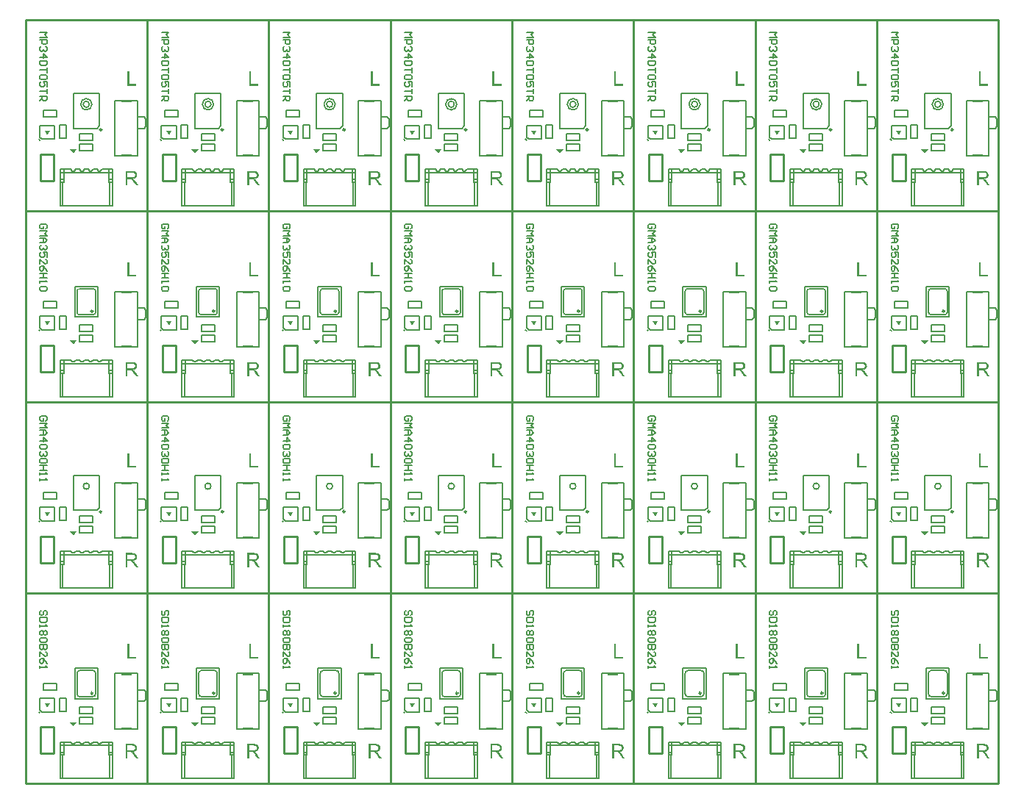
<source format=gto>
G04*
G04 #@! TF.GenerationSoftware,Altium Limited,Altium Designer,22.2.1 (43)*
G04*
G04 Layer_Color=65535*
%FSLAX44Y44*%
%MOMM*%
G71*
G04*
G04 #@! TF.SameCoordinates,B7F19F8C-4A71-44AC-9732-6E8CD1541173*
G04*
G04*
G04 #@! TF.FilePolarity,Positive*
G04*
G01*
G75*
%ADD10C,0.1524*%
%ADD11C,0.2540*%
%ADD12C,0.2032*%
%ADD13C,0.1270*%
%ADD14R,1.2000X0.2000*%
G36*
X-538000Y-347500D02*
X-535000Y-352500D01*
X-532000Y-347500D01*
X-538000D01*
D02*
G37*
G36*
X-505000Y-374000D02*
X-501000Y-369000D01*
X-509000D01*
X-505000Y-374000D01*
D02*
G37*
G36*
X-398000Y-347500D02*
X-395000Y-352500D01*
X-392000Y-347500D01*
X-398000D01*
D02*
G37*
G36*
X-365000Y-374000D02*
X-361000Y-369000D01*
X-369000D01*
X-365000Y-374000D01*
D02*
G37*
G36*
X-538000Y-127500D02*
X-535000Y-132500D01*
X-532000Y-127500D01*
X-538000D01*
D02*
G37*
G36*
X-505000Y-154000D02*
X-501000Y-149000D01*
X-509000D01*
X-505000Y-154000D01*
D02*
G37*
G36*
X-398000Y-127500D02*
X-395000Y-132500D01*
X-392000Y-127500D01*
X-398000D01*
D02*
G37*
G36*
X-365000Y-154000D02*
X-361000Y-149000D01*
X-369000D01*
X-365000Y-154000D01*
D02*
G37*
G36*
X-258000Y-347500D02*
X-255000Y-352500D01*
X-252000Y-347500D01*
X-258000D01*
D02*
G37*
G36*
X-225000Y-374000D02*
X-221000Y-369000D01*
X-229000D01*
X-225000Y-374000D01*
D02*
G37*
G36*
X-118000Y-347500D02*
X-115000Y-352500D01*
X-112000Y-347500D01*
X-118000D01*
D02*
G37*
G36*
X-85000Y-374000D02*
X-81000Y-369000D01*
X-89000D01*
X-85000Y-374000D01*
D02*
G37*
G36*
X-258000Y-127500D02*
X-255000Y-132500D01*
X-252000Y-127500D01*
X-258000D01*
D02*
G37*
G36*
X-225000Y-154000D02*
X-221000Y-149000D01*
X-229000D01*
X-225000Y-154000D01*
D02*
G37*
G36*
X-118000Y-127500D02*
X-115000Y-132500D01*
X-112000Y-127500D01*
X-118000D01*
D02*
G37*
G36*
X-85000Y-154000D02*
X-81000Y-149000D01*
X-89000D01*
X-85000Y-154000D01*
D02*
G37*
G36*
X-538000Y92500D02*
X-535000Y87500D01*
X-532000Y92500D01*
X-538000D01*
D02*
G37*
G36*
X-505000Y66000D02*
X-501000Y71000D01*
X-509000D01*
X-505000Y66000D01*
D02*
G37*
G36*
X-398000Y92500D02*
X-395000Y87500D01*
X-392000Y92500D01*
X-398000D01*
D02*
G37*
G36*
X-365000Y66000D02*
X-361000Y71000D01*
X-369000D01*
X-365000Y66000D01*
D02*
G37*
G36*
X-538000Y312500D02*
X-535000Y307500D01*
X-532000Y312500D01*
X-538000D01*
D02*
G37*
G36*
X-505000Y286000D02*
X-501000Y291000D01*
X-509000D01*
X-505000Y286000D01*
D02*
G37*
G36*
X-398000Y312500D02*
X-395000Y307500D01*
X-392000Y312500D01*
X-398000D01*
D02*
G37*
G36*
X-365000Y286000D02*
X-361000Y291000D01*
X-369000D01*
X-365000Y286000D01*
D02*
G37*
G36*
X-258000Y92500D02*
X-255000Y87500D01*
X-252000Y92500D01*
X-258000D01*
D02*
G37*
G36*
X-225000Y66000D02*
X-221000Y71000D01*
X-229000D01*
X-225000Y66000D01*
D02*
G37*
G36*
X-118000Y92500D02*
X-115000Y87500D01*
X-112000Y92500D01*
X-118000D01*
D02*
G37*
G36*
X-85000Y66000D02*
X-81000Y71000D01*
X-89000D01*
X-85000Y66000D01*
D02*
G37*
G36*
X-258000Y312500D02*
X-255000Y307500D01*
X-252000Y312500D01*
X-258000D01*
D02*
G37*
G36*
X-225000Y286000D02*
X-221000Y291000D01*
X-229000D01*
X-225000Y286000D01*
D02*
G37*
G36*
X-118000Y312500D02*
X-115000Y307500D01*
X-112000Y312500D01*
X-118000D01*
D02*
G37*
G36*
X-85000Y286000D02*
X-81000Y291000D01*
X-89000D01*
X-85000Y286000D01*
D02*
G37*
G36*
X22000Y-347500D02*
X25000Y-352500D01*
X28000Y-347500D01*
X22000D01*
D02*
G37*
G36*
X55000Y-374000D02*
X59000Y-369000D01*
X51000D01*
X55000Y-374000D01*
D02*
G37*
G36*
X162000Y-347500D02*
X165000Y-352500D01*
X168000Y-347500D01*
X162000D01*
D02*
G37*
G36*
X195000Y-374000D02*
X199000Y-369000D01*
X191000D01*
X195000Y-374000D01*
D02*
G37*
G36*
X22000Y-127500D02*
X25000Y-132500D01*
X28000Y-127500D01*
X22000D01*
D02*
G37*
G36*
X55000Y-154000D02*
X59000Y-149000D01*
X51000D01*
X55000Y-154000D01*
D02*
G37*
G36*
X162000Y-127500D02*
X165000Y-132500D01*
X168000Y-127500D01*
X162000D01*
D02*
G37*
G36*
X195000Y-154000D02*
X199000Y-149000D01*
X191000D01*
X195000Y-154000D01*
D02*
G37*
G36*
X302000Y-347500D02*
X305000Y-352500D01*
X308000Y-347500D01*
X302000D01*
D02*
G37*
G36*
X335000Y-374000D02*
X339000Y-369000D01*
X331000D01*
X335000Y-374000D01*
D02*
G37*
G36*
X442000Y-347500D02*
X445000Y-352500D01*
X448000Y-347500D01*
X442000D01*
D02*
G37*
G36*
X475000Y-374000D02*
X479000Y-369000D01*
X471000D01*
X475000Y-374000D01*
D02*
G37*
G36*
X302000Y-127500D02*
X305000Y-132500D01*
X308000Y-127500D01*
X302000D01*
D02*
G37*
G36*
X335000Y-154000D02*
X339000Y-149000D01*
X331000D01*
X335000Y-154000D01*
D02*
G37*
G36*
X442000Y-127500D02*
X445000Y-132500D01*
X448000Y-127500D01*
X442000D01*
D02*
G37*
G36*
X475000Y-154000D02*
X479000Y-149000D01*
X471000D01*
X475000Y-154000D01*
D02*
G37*
G36*
X22000Y92500D02*
X25000Y87500D01*
X28000Y92500D01*
X22000D01*
D02*
G37*
G36*
X55000Y66000D02*
X59000Y71000D01*
X51000D01*
X55000Y66000D01*
D02*
G37*
G36*
X162000Y92500D02*
X165000Y87500D01*
X168000Y92500D01*
X162000D01*
D02*
G37*
G36*
X195000Y66000D02*
X199000Y71000D01*
X191000D01*
X195000Y66000D01*
D02*
G37*
G36*
X22000Y312500D02*
X25000Y307500D01*
X28000Y312500D01*
X22000D01*
D02*
G37*
G36*
X55000Y286000D02*
X59000Y291000D01*
X51000D01*
X55000Y286000D01*
D02*
G37*
G36*
X162000Y312500D02*
X165000Y307500D01*
X168000Y312500D01*
X162000D01*
D02*
G37*
G36*
X195000Y286000D02*
X199000Y291000D01*
X191000D01*
X195000Y286000D01*
D02*
G37*
G36*
X302000Y92500D02*
X305000Y87500D01*
X308000Y92500D01*
X302000D01*
D02*
G37*
G36*
X335000Y66000D02*
X339000Y71000D01*
X331000D01*
X335000Y66000D01*
D02*
G37*
G36*
X442000Y92500D02*
X445000Y87500D01*
X448000Y92500D01*
X442000D01*
D02*
G37*
G36*
X475000Y66000D02*
X479000Y71000D01*
X471000D01*
X475000Y66000D01*
D02*
G37*
G36*
X302000Y312500D02*
X305000Y307500D01*
X308000Y312500D01*
X302000D01*
D02*
G37*
G36*
X335000Y286000D02*
X339000Y291000D01*
X331000D01*
X335000Y286000D01*
D02*
G37*
G36*
X442000Y312500D02*
X445000Y307500D01*
X448000Y312500D01*
X442000D01*
D02*
G37*
G36*
X475000Y286000D02*
X479000Y291000D01*
X471000D01*
X475000Y286000D01*
D02*
G37*
G36*
X399497Y366143D02*
X407703D01*
Y364177D01*
X397297D01*
Y380823D01*
X399497D01*
Y366143D01*
D02*
G37*
G36*
Y-293857D02*
X407703D01*
Y-295823D01*
X397297D01*
Y-279177D01*
X399497D01*
Y-293857D01*
D02*
G37*
G36*
X259497Y146143D02*
X267703D01*
Y144177D01*
X257297D01*
Y160823D01*
X259497D01*
Y146143D01*
D02*
G37*
G36*
X403113Y45805D02*
X403312D01*
X403546Y45787D01*
X403816Y45769D01*
X404357Y45715D01*
X404917Y45624D01*
X405458Y45516D01*
X405692Y45444D01*
X405927Y45372D01*
X405945D01*
X405981Y45354D01*
X406035Y45318D01*
X406125Y45282D01*
X406341Y45174D01*
X406594Y45011D01*
X406900Y44795D01*
X407207Y44506D01*
X407514Y44182D01*
X407784Y43785D01*
Y43767D01*
X407820Y43731D01*
X407856Y43677D01*
X407892Y43587D01*
X407946Y43478D01*
X408000Y43352D01*
X408073Y43208D01*
X408145Y43046D01*
X408271Y42667D01*
X408379Y42252D01*
X408451Y41783D01*
X408487Y41278D01*
Y41260D01*
Y41206D01*
Y41098D01*
X408469Y40990D01*
X408451Y40827D01*
X408433Y40647D01*
X408397Y40449D01*
X408343Y40232D01*
X408199Y39763D01*
X408109Y39511D01*
X408000Y39258D01*
X407874Y39006D01*
X407712Y38753D01*
X407532Y38519D01*
X407333Y38284D01*
X407315Y38266D01*
X407279Y38230D01*
X407207Y38176D01*
X407117Y38086D01*
X406991Y37996D01*
X406846Y37888D01*
X406666Y37761D01*
X406450Y37635D01*
X406215Y37509D01*
X405963Y37383D01*
X405674Y37257D01*
X405349Y37130D01*
X405007Y37022D01*
X404628Y36914D01*
X404213Y36824D01*
X403780Y36752D01*
X403798D01*
X403816Y36734D01*
X403925Y36679D01*
X404087Y36589D01*
X404285Y36481D01*
X404502Y36355D01*
X404718Y36229D01*
X404935Y36066D01*
X405115Y35922D01*
X405133Y35904D01*
X405151Y35886D01*
X405205Y35832D01*
X405277Y35760D01*
X405367Y35670D01*
X405476Y35561D01*
X405710Y35309D01*
X405981Y34984D01*
X406287Y34606D01*
X406612Y34173D01*
X406936Y33704D01*
X409822Y29177D01*
X407063D01*
X404863Y32640D01*
X404845Y32658D01*
X404826Y32712D01*
X404772Y32784D01*
X404700Y32892D01*
X404628Y33019D01*
X404520Y33163D01*
X404303Y33487D01*
X404051Y33866D01*
X403798Y34245D01*
X403528Y34606D01*
X403275Y34930D01*
Y34948D01*
X403239Y34966D01*
X403167Y35056D01*
X403059Y35201D01*
X402897Y35363D01*
X402734Y35543D01*
X402536Y35724D01*
X402338Y35904D01*
X402157Y36030D01*
X402139Y36048D01*
X402067Y36084D01*
X401977Y36138D01*
X401851Y36211D01*
X401688Y36283D01*
X401526Y36355D01*
X401346Y36427D01*
X401147Y36481D01*
X401129D01*
X401075Y36499D01*
X400985Y36517D01*
X400859Y36535D01*
X400679D01*
X400462Y36553D01*
X400210Y36571D01*
X397378D01*
Y29177D01*
X395178D01*
Y45823D01*
X402915D01*
X403113Y45805D01*
D02*
G37*
G36*
X-160503Y-73857D02*
X-152297D01*
Y-75823D01*
X-162703D01*
Y-59177D01*
X-160503D01*
Y-73857D01*
D02*
G37*
G36*
X-440503D02*
X-432297D01*
Y-75823D01*
X-442703D01*
Y-59177D01*
X-440503D01*
Y-73857D01*
D02*
G37*
G36*
X123113Y-394195D02*
X123312D01*
X123546Y-394213D01*
X123816Y-394231D01*
X124358Y-394286D01*
X124917Y-394376D01*
X125458Y-394484D01*
X125692Y-394556D01*
X125927Y-394628D01*
X125944D01*
X125981Y-394646D01*
X126035Y-394682D01*
X126125Y-394718D01*
X126341Y-394827D01*
X126594Y-394989D01*
X126900Y-395205D01*
X127207Y-395494D01*
X127514Y-395818D01*
X127784Y-396215D01*
Y-396233D01*
X127820Y-396269D01*
X127856Y-396323D01*
X127892Y-396413D01*
X127946Y-396522D01*
X128000Y-396648D01*
X128073Y-396792D01*
X128145Y-396954D01*
X128271Y-397333D01*
X128379Y-397748D01*
X128451Y-398217D01*
X128487Y-398722D01*
Y-398740D01*
Y-398794D01*
Y-398902D01*
X128469Y-399010D01*
X128451Y-399173D01*
X128433Y-399353D01*
X128397Y-399551D01*
X128343Y-399768D01*
X128199Y-400237D01*
X128109Y-400489D01*
X128000Y-400742D01*
X127874Y-400994D01*
X127712Y-401247D01*
X127531Y-401481D01*
X127333Y-401716D01*
X127315Y-401734D01*
X127279Y-401770D01*
X127207Y-401824D01*
X127117Y-401914D01*
X126990Y-402004D01*
X126846Y-402112D01*
X126666Y-402239D01*
X126449Y-402365D01*
X126215Y-402491D01*
X125963Y-402617D01*
X125674Y-402743D01*
X125349Y-402870D01*
X125007Y-402978D01*
X124628Y-403086D01*
X124213Y-403176D01*
X123780Y-403248D01*
X123799D01*
X123816Y-403266D01*
X123925Y-403321D01*
X124087Y-403411D01*
X124285Y-403519D01*
X124502Y-403645D01*
X124718Y-403771D01*
X124935Y-403934D01*
X125115Y-404078D01*
X125133Y-404096D01*
X125151Y-404114D01*
X125205Y-404168D01*
X125277Y-404240D01*
X125367Y-404330D01*
X125476Y-404439D01*
X125710Y-404691D01*
X125981Y-405016D01*
X126287Y-405394D01*
X126612Y-405827D01*
X126936Y-406296D01*
X129822Y-410823D01*
X127063D01*
X124862Y-407360D01*
X124845Y-407342D01*
X124826Y-407288D01*
X124772Y-407216D01*
X124700Y-407108D01*
X124628Y-406981D01*
X124520Y-406837D01*
X124303Y-406512D01*
X124051Y-406134D01*
X123799Y-405755D01*
X123528Y-405394D01*
X123275Y-405070D01*
Y-405052D01*
X123239Y-405034D01*
X123167Y-404944D01*
X123059Y-404799D01*
X122897Y-404637D01*
X122734Y-404457D01*
X122536Y-404276D01*
X122338Y-404096D01*
X122157Y-403970D01*
X122139Y-403952D01*
X122067Y-403916D01*
X121977Y-403862D01*
X121851Y-403789D01*
X121688Y-403717D01*
X121526Y-403645D01*
X121346Y-403573D01*
X121147Y-403519D01*
X121130D01*
X121075Y-403501D01*
X120985Y-403483D01*
X120859Y-403465D01*
X120679D01*
X120462Y-403447D01*
X120210Y-403429D01*
X117378D01*
Y-410823D01*
X115178D01*
Y-394177D01*
X122915D01*
X123113Y-394195D01*
D02*
G37*
G36*
X539497Y146143D02*
X547703D01*
Y144177D01*
X537297D01*
Y160823D01*
X539497D01*
Y146143D01*
D02*
G37*
G36*
X543113Y265805D02*
X543312D01*
X543546Y265787D01*
X543816Y265769D01*
X544357Y265714D01*
X544917Y265624D01*
X545458Y265516D01*
X545692Y265444D01*
X545927Y265372D01*
X545945D01*
X545981Y265354D01*
X546035Y265318D01*
X546125Y265282D01*
X546341Y265173D01*
X546594Y265011D01*
X546900Y264795D01*
X547207Y264506D01*
X547514Y264182D01*
X547784Y263785D01*
Y263767D01*
X547820Y263731D01*
X547856Y263677D01*
X547892Y263587D01*
X547946Y263478D01*
X548000Y263352D01*
X548073Y263208D01*
X548145Y263045D01*
X548271Y262667D01*
X548379Y262252D01*
X548451Y261783D01*
X548487Y261278D01*
Y261260D01*
Y261206D01*
Y261098D01*
X548469Y260990D01*
X548451Y260827D01*
X548433Y260647D01*
X548397Y260449D01*
X548343Y260232D01*
X548199Y259763D01*
X548109Y259511D01*
X548000Y259258D01*
X547874Y259006D01*
X547712Y258753D01*
X547532Y258519D01*
X547333Y258284D01*
X547315Y258266D01*
X547279Y258230D01*
X547207Y258176D01*
X547117Y258086D01*
X546991Y257996D01*
X546846Y257888D01*
X546666Y257761D01*
X546450Y257635D01*
X546215Y257509D01*
X545962Y257383D01*
X545674Y257257D01*
X545349Y257130D01*
X545007Y257022D01*
X544628Y256914D01*
X544213Y256824D01*
X543780Y256752D01*
X543798D01*
X543816Y256733D01*
X543925Y256679D01*
X544087Y256589D01*
X544285Y256481D01*
X544502Y256355D01*
X544718Y256229D01*
X544935Y256066D01*
X545115Y255922D01*
X545133Y255904D01*
X545151Y255886D01*
X545205Y255832D01*
X545277Y255760D01*
X545367Y255669D01*
X545476Y255561D01*
X545710Y255309D01*
X545981Y254984D01*
X546287Y254606D01*
X546612Y254173D01*
X546936Y253704D01*
X549822Y249177D01*
X547063D01*
X544863Y252640D01*
X544844Y252658D01*
X544826Y252712D01*
X544772Y252784D01*
X544700Y252892D01*
X544628Y253018D01*
X544520Y253163D01*
X544303Y253487D01*
X544051Y253866D01*
X543798Y254245D01*
X543528Y254606D01*
X543275Y254930D01*
Y254948D01*
X543239Y254966D01*
X543167Y255056D01*
X543059Y255201D01*
X542897Y255363D01*
X542734Y255543D01*
X542536Y255724D01*
X542338Y255904D01*
X542157Y256030D01*
X542139Y256048D01*
X542067Y256084D01*
X541977Y256138D01*
X541851Y256211D01*
X541688Y256283D01*
X541526Y256355D01*
X541346Y256427D01*
X541147Y256481D01*
X541129D01*
X541075Y256499D01*
X540985Y256517D01*
X540859Y256535D01*
X540679D01*
X540462Y256553D01*
X540210Y256571D01*
X537378D01*
Y249177D01*
X535178D01*
Y265823D01*
X542915D01*
X543113Y265805D01*
D02*
G37*
G36*
X-296887Y-174195D02*
X-296688D01*
X-296454Y-174213D01*
X-296183Y-174231D01*
X-295643Y-174286D01*
X-295083Y-174376D01*
X-294542Y-174484D01*
X-294308Y-174556D01*
X-294074Y-174628D01*
X-294056D01*
X-294019Y-174646D01*
X-293965Y-174682D01*
X-293875Y-174718D01*
X-293659Y-174827D01*
X-293406Y-174989D01*
X-293100Y-175205D01*
X-292793Y-175494D01*
X-292486Y-175818D01*
X-292216Y-176215D01*
Y-176233D01*
X-292180Y-176269D01*
X-292144Y-176323D01*
X-292108Y-176413D01*
X-292054Y-176522D01*
X-292000Y-176648D01*
X-291928Y-176792D01*
X-291855Y-176954D01*
X-291729Y-177333D01*
X-291621Y-177748D01*
X-291549Y-178217D01*
X-291513Y-178722D01*
Y-178740D01*
Y-178794D01*
Y-178902D01*
X-291531Y-179010D01*
X-291549Y-179173D01*
X-291567Y-179353D01*
X-291603Y-179551D01*
X-291657Y-179768D01*
X-291801Y-180237D01*
X-291891Y-180489D01*
X-292000Y-180742D01*
X-292126Y-180994D01*
X-292288Y-181247D01*
X-292468Y-181481D01*
X-292667Y-181716D01*
X-292685Y-181733D01*
X-292721Y-181770D01*
X-292793Y-181824D01*
X-292883Y-181914D01*
X-293009Y-182004D01*
X-293154Y-182112D01*
X-293334Y-182239D01*
X-293550Y-182365D01*
X-293785Y-182491D01*
X-294037Y-182617D01*
X-294326Y-182743D01*
X-294651Y-182870D01*
X-294993Y-182978D01*
X-295372Y-183086D01*
X-295787Y-183176D01*
X-296220Y-183248D01*
X-296201D01*
X-296183Y-183266D01*
X-296075Y-183321D01*
X-295913Y-183411D01*
X-295715Y-183519D01*
X-295498Y-183645D01*
X-295282Y-183771D01*
X-295065Y-183934D01*
X-294885Y-184078D01*
X-294867Y-184096D01*
X-294849Y-184114D01*
X-294795Y-184168D01*
X-294723Y-184240D01*
X-294633Y-184330D01*
X-294524Y-184439D01*
X-294290Y-184691D01*
X-294019Y-185016D01*
X-293713Y-185394D01*
X-293388Y-185827D01*
X-293064Y-186296D01*
X-290178Y-190823D01*
X-292937D01*
X-295138Y-187360D01*
X-295156Y-187342D01*
X-295174Y-187288D01*
X-295228Y-187216D01*
X-295300Y-187108D01*
X-295372Y-186981D01*
X-295480Y-186837D01*
X-295697Y-186513D01*
X-295949Y-186134D01*
X-296201Y-185755D01*
X-296472Y-185394D01*
X-296724Y-185070D01*
Y-185052D01*
X-296761Y-185034D01*
X-296833Y-184944D01*
X-296941Y-184799D01*
X-297103Y-184637D01*
X-297265Y-184457D01*
X-297464Y-184276D01*
X-297662Y-184096D01*
X-297843Y-183970D01*
X-297861Y-183952D01*
X-297933Y-183916D01*
X-298023Y-183862D01*
X-298149Y-183789D01*
X-298312Y-183717D01*
X-298474Y-183645D01*
X-298654Y-183573D01*
X-298853Y-183519D01*
X-298871D01*
X-298925Y-183501D01*
X-299015Y-183483D01*
X-299141Y-183465D01*
X-299321D01*
X-299538Y-183447D01*
X-299790Y-183429D01*
X-302622D01*
Y-190823D01*
X-304822D01*
Y-174177D01*
X-297085D01*
X-296887Y-174195D01*
D02*
G37*
G36*
X119497Y366143D02*
X127703D01*
Y364177D01*
X117297D01*
Y380823D01*
X119497D01*
Y366143D01*
D02*
G37*
G36*
X-20503Y-293857D02*
X-12297D01*
Y-295823D01*
X-22703D01*
Y-279177D01*
X-20503D01*
Y-293857D01*
D02*
G37*
G36*
X539497Y366143D02*
X547703D01*
Y364177D01*
X537297D01*
Y380823D01*
X539497D01*
Y366143D01*
D02*
G37*
G36*
X119497Y146143D02*
X127703D01*
Y144177D01*
X117297D01*
Y160823D01*
X119497D01*
Y146143D01*
D02*
G37*
G36*
X-300503Y-73857D02*
X-292297D01*
Y-75823D01*
X-302703D01*
Y-59177D01*
X-300503D01*
Y-73857D01*
D02*
G37*
G36*
X-440503Y146143D02*
X-432297D01*
Y144177D01*
X-442703D01*
Y160823D01*
X-440503D01*
Y146143D01*
D02*
G37*
G36*
X263113Y265805D02*
X263312D01*
X263546Y265787D01*
X263817Y265769D01*
X264357Y265714D01*
X264917Y265624D01*
X265458Y265516D01*
X265692Y265444D01*
X265926Y265372D01*
X265944D01*
X265981Y265354D01*
X266035Y265318D01*
X266125Y265282D01*
X266341Y265173D01*
X266594Y265011D01*
X266900Y264795D01*
X267207Y264506D01*
X267514Y264182D01*
X267784Y263785D01*
Y263767D01*
X267820Y263731D01*
X267856Y263677D01*
X267892Y263587D01*
X267946Y263478D01*
X268000Y263352D01*
X268072Y263208D01*
X268145Y263045D01*
X268271Y262667D01*
X268379Y262252D01*
X268451Y261783D01*
X268487Y261278D01*
Y261260D01*
Y261206D01*
Y261098D01*
X268469Y260990D01*
X268451Y260827D01*
X268433Y260647D01*
X268397Y260449D01*
X268343Y260232D01*
X268199Y259763D01*
X268109Y259511D01*
X268000Y259258D01*
X267874Y259006D01*
X267712Y258753D01*
X267532Y258519D01*
X267333Y258284D01*
X267315Y258266D01*
X267279Y258230D01*
X267207Y258176D01*
X267117Y258086D01*
X266991Y257996D01*
X266846Y257888D01*
X266666Y257761D01*
X266450Y257635D01*
X266215Y257509D01*
X265963Y257383D01*
X265674Y257257D01*
X265349Y257130D01*
X265007Y257022D01*
X264628Y256914D01*
X264213Y256824D01*
X263780Y256752D01*
X263799D01*
X263817Y256733D01*
X263925Y256679D01*
X264087Y256589D01*
X264285Y256481D01*
X264502Y256355D01*
X264718Y256229D01*
X264935Y256066D01*
X265115Y255922D01*
X265133Y255904D01*
X265151Y255886D01*
X265205Y255832D01*
X265277Y255760D01*
X265367Y255669D01*
X265476Y255561D01*
X265710Y255309D01*
X265981Y254984D01*
X266287Y254606D01*
X266612Y254173D01*
X266936Y253704D01*
X269822Y249177D01*
X267063D01*
X264862Y252640D01*
X264844Y252658D01*
X264826Y252712D01*
X264772Y252784D01*
X264700Y252892D01*
X264628Y253018D01*
X264520Y253163D01*
X264303Y253487D01*
X264051Y253866D01*
X263799Y254245D01*
X263528Y254606D01*
X263276Y254930D01*
Y254948D01*
X263239Y254966D01*
X263167Y255056D01*
X263059Y255201D01*
X262897Y255363D01*
X262735Y255543D01*
X262536Y255724D01*
X262338Y255904D01*
X262157Y256030D01*
X262139Y256048D01*
X262067Y256084D01*
X261977Y256138D01*
X261851Y256211D01*
X261688Y256283D01*
X261526Y256355D01*
X261346Y256427D01*
X261147Y256481D01*
X261129D01*
X261075Y256499D01*
X260985Y256517D01*
X260859Y256535D01*
X260679D01*
X260462Y256553D01*
X260210Y256571D01*
X257378D01*
Y249177D01*
X255178D01*
Y265823D01*
X262915D01*
X263113Y265805D01*
D02*
G37*
G36*
X-296887D02*
X-296688D01*
X-296454Y265787D01*
X-296183Y265769D01*
X-295643Y265714D01*
X-295083Y265624D01*
X-294542Y265516D01*
X-294308Y265444D01*
X-294074Y265372D01*
X-294056D01*
X-294019Y265354D01*
X-293965Y265318D01*
X-293875Y265282D01*
X-293659Y265173D01*
X-293406Y265011D01*
X-293100Y264795D01*
X-292793Y264506D01*
X-292486Y264182D01*
X-292216Y263785D01*
Y263767D01*
X-292180Y263731D01*
X-292144Y263677D01*
X-292108Y263587D01*
X-292054Y263478D01*
X-292000Y263352D01*
X-291928Y263208D01*
X-291855Y263045D01*
X-291729Y262667D01*
X-291621Y262252D01*
X-291549Y261783D01*
X-291513Y261278D01*
Y261260D01*
Y261206D01*
Y261098D01*
X-291531Y260990D01*
X-291549Y260827D01*
X-291567Y260647D01*
X-291603Y260449D01*
X-291657Y260232D01*
X-291801Y259763D01*
X-291891Y259511D01*
X-292000Y259258D01*
X-292126Y259006D01*
X-292288Y258753D01*
X-292468Y258519D01*
X-292667Y258284D01*
X-292685Y258266D01*
X-292721Y258230D01*
X-292793Y258176D01*
X-292883Y258086D01*
X-293009Y257996D01*
X-293154Y257888D01*
X-293334Y257761D01*
X-293550Y257635D01*
X-293785Y257509D01*
X-294037Y257383D01*
X-294326Y257257D01*
X-294651Y257130D01*
X-294993Y257022D01*
X-295372Y256914D01*
X-295787Y256824D01*
X-296220Y256752D01*
X-296201D01*
X-296183Y256733D01*
X-296075Y256679D01*
X-295913Y256589D01*
X-295715Y256481D01*
X-295498Y256355D01*
X-295282Y256229D01*
X-295065Y256066D01*
X-294885Y255922D01*
X-294867Y255904D01*
X-294849Y255886D01*
X-294795Y255832D01*
X-294723Y255760D01*
X-294633Y255669D01*
X-294524Y255561D01*
X-294290Y255309D01*
X-294019Y254984D01*
X-293713Y254606D01*
X-293388Y254173D01*
X-293064Y253704D01*
X-290178Y249177D01*
X-292937D01*
X-295138Y252640D01*
X-295156Y252658D01*
X-295174Y252712D01*
X-295228Y252784D01*
X-295300Y252892D01*
X-295372Y253018D01*
X-295480Y253163D01*
X-295697Y253487D01*
X-295949Y253866D01*
X-296201Y254245D01*
X-296472Y254606D01*
X-296724Y254930D01*
Y254948D01*
X-296761Y254966D01*
X-296833Y255056D01*
X-296941Y255201D01*
X-297103Y255363D01*
X-297265Y255543D01*
X-297464Y255724D01*
X-297662Y255904D01*
X-297843Y256030D01*
X-297861Y256048D01*
X-297933Y256084D01*
X-298023Y256138D01*
X-298149Y256211D01*
X-298312Y256283D01*
X-298474Y256355D01*
X-298654Y256427D01*
X-298853Y256481D01*
X-298871D01*
X-298925Y256499D01*
X-299015Y256517D01*
X-299141Y256535D01*
X-299321D01*
X-299538Y256553D01*
X-299790Y256571D01*
X-302622D01*
Y249177D01*
X-304822D01*
Y265823D01*
X-297085D01*
X-296887Y265805D01*
D02*
G37*
G36*
X543113Y45805D02*
X543312D01*
X543546Y45787D01*
X543816Y45769D01*
X544357Y45715D01*
X544917Y45624D01*
X545458Y45516D01*
X545692Y45444D01*
X545927Y45372D01*
X545945D01*
X545981Y45354D01*
X546035Y45318D01*
X546125Y45282D01*
X546341Y45174D01*
X546594Y45011D01*
X546900Y44795D01*
X547207Y44506D01*
X547514Y44182D01*
X547784Y43785D01*
Y43767D01*
X547820Y43731D01*
X547856Y43677D01*
X547892Y43587D01*
X547946Y43478D01*
X548000Y43352D01*
X548073Y43208D01*
X548145Y43046D01*
X548271Y42667D01*
X548379Y42252D01*
X548451Y41783D01*
X548487Y41278D01*
Y41260D01*
Y41206D01*
Y41098D01*
X548469Y40990D01*
X548451Y40827D01*
X548433Y40647D01*
X548397Y40449D01*
X548343Y40232D01*
X548199Y39763D01*
X548109Y39511D01*
X548000Y39258D01*
X547874Y39006D01*
X547712Y38753D01*
X547532Y38519D01*
X547333Y38284D01*
X547315Y38266D01*
X547279Y38230D01*
X547207Y38176D01*
X547117Y38086D01*
X546991Y37996D01*
X546846Y37888D01*
X546666Y37761D01*
X546450Y37635D01*
X546215Y37509D01*
X545962Y37383D01*
X545674Y37257D01*
X545349Y37130D01*
X545007Y37022D01*
X544628Y36914D01*
X544213Y36824D01*
X543780Y36752D01*
X543798D01*
X543816Y36734D01*
X543925Y36679D01*
X544087Y36589D01*
X544285Y36481D01*
X544502Y36355D01*
X544718Y36229D01*
X544935Y36066D01*
X545115Y35922D01*
X545133Y35904D01*
X545151Y35886D01*
X545205Y35832D01*
X545277Y35760D01*
X545367Y35670D01*
X545476Y35561D01*
X545710Y35309D01*
X545981Y34984D01*
X546287Y34606D01*
X546612Y34173D01*
X546936Y33704D01*
X549822Y29177D01*
X547063D01*
X544863Y32640D01*
X544844Y32658D01*
X544826Y32712D01*
X544772Y32784D01*
X544700Y32892D01*
X544628Y33019D01*
X544520Y33163D01*
X544303Y33487D01*
X544051Y33866D01*
X543798Y34245D01*
X543528Y34606D01*
X543275Y34930D01*
Y34948D01*
X543239Y34966D01*
X543167Y35056D01*
X543059Y35201D01*
X542897Y35363D01*
X542734Y35543D01*
X542536Y35724D01*
X542338Y35904D01*
X542157Y36030D01*
X542139Y36048D01*
X542067Y36084D01*
X541977Y36138D01*
X541851Y36211D01*
X541688Y36283D01*
X541526Y36355D01*
X541346Y36427D01*
X541147Y36481D01*
X541129D01*
X541075Y36499D01*
X540985Y36517D01*
X540859Y36535D01*
X540679D01*
X540462Y36553D01*
X540210Y36571D01*
X537378D01*
Y29177D01*
X535178D01*
Y45823D01*
X542915D01*
X543113Y45805D01*
D02*
G37*
G36*
X-436887Y-394195D02*
X-436688D01*
X-436454Y-394213D01*
X-436184Y-394231D01*
X-435643Y-394286D01*
X-435083Y-394376D01*
X-434542Y-394484D01*
X-434308Y-394556D01*
X-434073Y-394628D01*
X-434055D01*
X-434019Y-394646D01*
X-433965Y-394682D01*
X-433875Y-394718D01*
X-433659Y-394827D01*
X-433406Y-394989D01*
X-433100Y-395205D01*
X-432793Y-395494D01*
X-432486Y-395818D01*
X-432216Y-396215D01*
Y-396233D01*
X-432180Y-396269D01*
X-432144Y-396323D01*
X-432108Y-396413D01*
X-432054Y-396522D01*
X-432000Y-396648D01*
X-431927Y-396792D01*
X-431855Y-396954D01*
X-431729Y-397333D01*
X-431621Y-397748D01*
X-431549Y-398217D01*
X-431513Y-398722D01*
Y-398740D01*
Y-398794D01*
Y-398902D01*
X-431531Y-399010D01*
X-431549Y-399173D01*
X-431567Y-399353D01*
X-431603Y-399551D01*
X-431657Y-399768D01*
X-431801Y-400237D01*
X-431891Y-400489D01*
X-432000Y-400742D01*
X-432126Y-400994D01*
X-432288Y-401247D01*
X-432468Y-401481D01*
X-432667Y-401716D01*
X-432685Y-401734D01*
X-432721Y-401770D01*
X-432793Y-401824D01*
X-432883Y-401914D01*
X-433009Y-402004D01*
X-433154Y-402112D01*
X-433334Y-402239D01*
X-433550Y-402365D01*
X-433785Y-402491D01*
X-434038Y-402617D01*
X-434326Y-402743D01*
X-434651Y-402870D01*
X-434993Y-402978D01*
X-435372Y-403086D01*
X-435787Y-403176D01*
X-436220Y-403248D01*
X-436202D01*
X-436184Y-403266D01*
X-436075Y-403321D01*
X-435913Y-403411D01*
X-435715Y-403519D01*
X-435498Y-403645D01*
X-435282Y-403771D01*
X-435065Y-403934D01*
X-434885Y-404078D01*
X-434867Y-404096D01*
X-434849Y-404114D01*
X-434795Y-404168D01*
X-434723Y-404240D01*
X-434633Y-404330D01*
X-434524Y-404439D01*
X-434290Y-404691D01*
X-434019Y-405016D01*
X-433713Y-405394D01*
X-433388Y-405827D01*
X-433064Y-406296D01*
X-430178Y-410823D01*
X-432937D01*
X-435137Y-407360D01*
X-435156Y-407342D01*
X-435174Y-407288D01*
X-435228Y-407216D01*
X-435300Y-407108D01*
X-435372Y-406981D01*
X-435480Y-406837D01*
X-435697Y-406512D01*
X-435949Y-406134D01*
X-436202Y-405755D01*
X-436472Y-405394D01*
X-436725Y-405070D01*
Y-405052D01*
X-436761Y-405034D01*
X-436833Y-404944D01*
X-436941Y-404799D01*
X-437103Y-404637D01*
X-437266Y-404457D01*
X-437464Y-404276D01*
X-437662Y-404096D01*
X-437843Y-403970D01*
X-437861Y-403952D01*
X-437933Y-403916D01*
X-438023Y-403862D01*
X-438149Y-403789D01*
X-438312Y-403717D01*
X-438474Y-403645D01*
X-438654Y-403573D01*
X-438853Y-403519D01*
X-438871D01*
X-438925Y-403501D01*
X-439015Y-403483D01*
X-439141Y-403465D01*
X-439321D01*
X-439538Y-403447D01*
X-439790Y-403429D01*
X-442622D01*
Y-410823D01*
X-444822D01*
Y-394177D01*
X-437085D01*
X-436887Y-394195D01*
D02*
G37*
G36*
X123113Y-174195D02*
X123312D01*
X123546Y-174213D01*
X123816Y-174231D01*
X124358Y-174286D01*
X124917Y-174376D01*
X125458Y-174484D01*
X125692Y-174556D01*
X125927Y-174628D01*
X125944D01*
X125981Y-174646D01*
X126035Y-174682D01*
X126125Y-174718D01*
X126341Y-174827D01*
X126594Y-174989D01*
X126900Y-175205D01*
X127207Y-175494D01*
X127514Y-175818D01*
X127784Y-176215D01*
Y-176233D01*
X127820Y-176269D01*
X127856Y-176323D01*
X127892Y-176413D01*
X127946Y-176522D01*
X128000Y-176648D01*
X128073Y-176792D01*
X128145Y-176954D01*
X128271Y-177333D01*
X128379Y-177748D01*
X128451Y-178217D01*
X128487Y-178722D01*
Y-178740D01*
Y-178794D01*
Y-178902D01*
X128469Y-179010D01*
X128451Y-179173D01*
X128433Y-179353D01*
X128397Y-179551D01*
X128343Y-179768D01*
X128199Y-180237D01*
X128109Y-180489D01*
X128000Y-180742D01*
X127874Y-180994D01*
X127712Y-181247D01*
X127531Y-181481D01*
X127333Y-181716D01*
X127315Y-181733D01*
X127279Y-181770D01*
X127207Y-181824D01*
X127117Y-181914D01*
X126990Y-182004D01*
X126846Y-182112D01*
X126666Y-182239D01*
X126449Y-182365D01*
X126215Y-182491D01*
X125963Y-182617D01*
X125674Y-182743D01*
X125349Y-182870D01*
X125007Y-182978D01*
X124628Y-183086D01*
X124213Y-183176D01*
X123780Y-183248D01*
X123799D01*
X123816Y-183266D01*
X123925Y-183321D01*
X124087Y-183411D01*
X124285Y-183519D01*
X124502Y-183645D01*
X124718Y-183771D01*
X124935Y-183934D01*
X125115Y-184078D01*
X125133Y-184096D01*
X125151Y-184114D01*
X125205Y-184168D01*
X125277Y-184240D01*
X125367Y-184330D01*
X125476Y-184439D01*
X125710Y-184691D01*
X125981Y-185016D01*
X126287Y-185394D01*
X126612Y-185827D01*
X126936Y-186296D01*
X129822Y-190823D01*
X127063D01*
X124862Y-187360D01*
X124845Y-187342D01*
X124826Y-187288D01*
X124772Y-187216D01*
X124700Y-187108D01*
X124628Y-186981D01*
X124520Y-186837D01*
X124303Y-186513D01*
X124051Y-186134D01*
X123799Y-185755D01*
X123528Y-185394D01*
X123275Y-185070D01*
Y-185052D01*
X123239Y-185034D01*
X123167Y-184944D01*
X123059Y-184799D01*
X122897Y-184637D01*
X122734Y-184457D01*
X122536Y-184276D01*
X122338Y-184096D01*
X122157Y-183970D01*
X122139Y-183952D01*
X122067Y-183916D01*
X121977Y-183862D01*
X121851Y-183789D01*
X121688Y-183717D01*
X121526Y-183645D01*
X121346Y-183573D01*
X121147Y-183519D01*
X121130D01*
X121075Y-183501D01*
X120985Y-183483D01*
X120859Y-183465D01*
X120679D01*
X120462Y-183447D01*
X120210Y-183429D01*
X117378D01*
Y-190823D01*
X115178D01*
Y-174177D01*
X122915D01*
X123113Y-174195D01*
D02*
G37*
G36*
X-20503Y-73857D02*
X-12297D01*
Y-75823D01*
X-22703D01*
Y-59177D01*
X-20503D01*
Y-73857D01*
D02*
G37*
G36*
X-300503Y146143D02*
X-292297D01*
Y144177D01*
X-302703D01*
Y160823D01*
X-300503D01*
Y146143D01*
D02*
G37*
G36*
X-156887Y45805D02*
X-156688D01*
X-156454Y45787D01*
X-156184Y45769D01*
X-155642Y45715D01*
X-155083Y45624D01*
X-154542Y45516D01*
X-154308Y45444D01*
X-154073Y45372D01*
X-154056D01*
X-154019Y45354D01*
X-153965Y45318D01*
X-153875Y45282D01*
X-153659Y45174D01*
X-153406Y45011D01*
X-153100Y44795D01*
X-152793Y44506D01*
X-152486Y44182D01*
X-152216Y43785D01*
Y43767D01*
X-152180Y43731D01*
X-152144Y43677D01*
X-152108Y43587D01*
X-152054Y43478D01*
X-152000Y43352D01*
X-151927Y43208D01*
X-151855Y43046D01*
X-151729Y42667D01*
X-151621Y42252D01*
X-151549Y41783D01*
X-151513Y41278D01*
Y41260D01*
Y41206D01*
Y41098D01*
X-151531Y40990D01*
X-151549Y40827D01*
X-151567Y40647D01*
X-151603Y40449D01*
X-151657Y40232D01*
X-151801Y39763D01*
X-151891Y39511D01*
X-152000Y39258D01*
X-152126Y39006D01*
X-152288Y38753D01*
X-152469Y38519D01*
X-152667Y38284D01*
X-152685Y38266D01*
X-152721Y38230D01*
X-152793Y38176D01*
X-152883Y38086D01*
X-153010Y37996D01*
X-153154Y37888D01*
X-153334Y37761D01*
X-153551Y37635D01*
X-153785Y37509D01*
X-154038Y37383D01*
X-154326Y37257D01*
X-154651Y37130D01*
X-154993Y37022D01*
X-155372Y36914D01*
X-155787Y36824D01*
X-156220Y36752D01*
X-156201D01*
X-156184Y36734D01*
X-156075Y36679D01*
X-155913Y36589D01*
X-155715Y36481D01*
X-155498Y36355D01*
X-155282Y36229D01*
X-155065Y36066D01*
X-154885Y35922D01*
X-154867Y35904D01*
X-154849Y35886D01*
X-154795Y35832D01*
X-154723Y35760D01*
X-154633Y35670D01*
X-154524Y35561D01*
X-154290Y35309D01*
X-154019Y34984D01*
X-153713Y34606D01*
X-153388Y34173D01*
X-153064Y33704D01*
X-150178Y29177D01*
X-152937D01*
X-155138Y32640D01*
X-155156Y32658D01*
X-155174Y32712D01*
X-155228Y32784D01*
X-155300Y32892D01*
X-155372Y33019D01*
X-155480Y33163D01*
X-155697Y33487D01*
X-155949Y33866D01*
X-156201Y34245D01*
X-156472Y34606D01*
X-156725Y34930D01*
Y34948D01*
X-156761Y34966D01*
X-156833Y35056D01*
X-156941Y35201D01*
X-157103Y35363D01*
X-157266Y35543D01*
X-157464Y35724D01*
X-157662Y35904D01*
X-157843Y36030D01*
X-157861Y36048D01*
X-157933Y36084D01*
X-158023Y36138D01*
X-158149Y36211D01*
X-158312Y36283D01*
X-158474Y36355D01*
X-158654Y36427D01*
X-158853Y36481D01*
X-158871D01*
X-158925Y36499D01*
X-159015Y36517D01*
X-159141Y36535D01*
X-159321D01*
X-159538Y36553D01*
X-159790Y36571D01*
X-162622D01*
Y29177D01*
X-164822D01*
Y45823D01*
X-157085D01*
X-156887Y45805D01*
D02*
G37*
G36*
Y-174195D02*
X-156688D01*
X-156454Y-174213D01*
X-156184Y-174231D01*
X-155642Y-174286D01*
X-155083Y-174376D01*
X-154542Y-174484D01*
X-154308Y-174556D01*
X-154073Y-174628D01*
X-154056D01*
X-154019Y-174646D01*
X-153965Y-174682D01*
X-153875Y-174718D01*
X-153659Y-174827D01*
X-153406Y-174989D01*
X-153100Y-175205D01*
X-152793Y-175494D01*
X-152486Y-175818D01*
X-152216Y-176215D01*
Y-176233D01*
X-152180Y-176269D01*
X-152144Y-176323D01*
X-152108Y-176413D01*
X-152054Y-176522D01*
X-152000Y-176648D01*
X-151927Y-176792D01*
X-151855Y-176954D01*
X-151729Y-177333D01*
X-151621Y-177748D01*
X-151549Y-178217D01*
X-151513Y-178722D01*
Y-178740D01*
Y-178794D01*
Y-178902D01*
X-151531Y-179010D01*
X-151549Y-179173D01*
X-151567Y-179353D01*
X-151603Y-179551D01*
X-151657Y-179768D01*
X-151801Y-180237D01*
X-151891Y-180489D01*
X-152000Y-180742D01*
X-152126Y-180994D01*
X-152288Y-181247D01*
X-152469Y-181481D01*
X-152667Y-181716D01*
X-152685Y-181733D01*
X-152721Y-181770D01*
X-152793Y-181824D01*
X-152883Y-181914D01*
X-153010Y-182004D01*
X-153154Y-182112D01*
X-153334Y-182239D01*
X-153551Y-182365D01*
X-153785Y-182491D01*
X-154038Y-182617D01*
X-154326Y-182743D01*
X-154651Y-182870D01*
X-154993Y-182978D01*
X-155372Y-183086D01*
X-155787Y-183176D01*
X-156220Y-183248D01*
X-156201D01*
X-156184Y-183266D01*
X-156075Y-183321D01*
X-155913Y-183411D01*
X-155715Y-183519D01*
X-155498Y-183645D01*
X-155282Y-183771D01*
X-155065Y-183934D01*
X-154885Y-184078D01*
X-154867Y-184096D01*
X-154849Y-184114D01*
X-154795Y-184168D01*
X-154723Y-184240D01*
X-154633Y-184330D01*
X-154524Y-184439D01*
X-154290Y-184691D01*
X-154019Y-185016D01*
X-153713Y-185394D01*
X-153388Y-185827D01*
X-153064Y-186296D01*
X-150178Y-190823D01*
X-152937D01*
X-155138Y-187360D01*
X-155156Y-187342D01*
X-155174Y-187288D01*
X-155228Y-187216D01*
X-155300Y-187108D01*
X-155372Y-186981D01*
X-155480Y-186837D01*
X-155697Y-186513D01*
X-155949Y-186134D01*
X-156201Y-185755D01*
X-156472Y-185394D01*
X-156725Y-185070D01*
Y-185052D01*
X-156761Y-185034D01*
X-156833Y-184944D01*
X-156941Y-184799D01*
X-157103Y-184637D01*
X-157266Y-184457D01*
X-157464Y-184276D01*
X-157662Y-184096D01*
X-157843Y-183970D01*
X-157861Y-183952D01*
X-157933Y-183916D01*
X-158023Y-183862D01*
X-158149Y-183789D01*
X-158312Y-183717D01*
X-158474Y-183645D01*
X-158654Y-183573D01*
X-158853Y-183519D01*
X-158871D01*
X-158925Y-183501D01*
X-159015Y-183483D01*
X-159141Y-183465D01*
X-159321D01*
X-159538Y-183447D01*
X-159790Y-183429D01*
X-162622D01*
Y-190823D01*
X-164822D01*
Y-174177D01*
X-157085D01*
X-156887Y-174195D01*
D02*
G37*
G36*
X-300503Y366143D02*
X-292297D01*
Y364177D01*
X-302703D01*
Y380823D01*
X-300503D01*
Y366143D01*
D02*
G37*
G36*
X263113Y-174195D02*
X263312D01*
X263546Y-174213D01*
X263817Y-174231D01*
X264357Y-174286D01*
X264917Y-174376D01*
X265458Y-174484D01*
X265692Y-174556D01*
X265926Y-174628D01*
X265944D01*
X265981Y-174646D01*
X266035Y-174682D01*
X266125Y-174718D01*
X266341Y-174827D01*
X266594Y-174989D01*
X266900Y-175205D01*
X267207Y-175494D01*
X267514Y-175818D01*
X267784Y-176215D01*
Y-176233D01*
X267820Y-176269D01*
X267856Y-176323D01*
X267892Y-176413D01*
X267946Y-176522D01*
X268000Y-176648D01*
X268072Y-176792D01*
X268145Y-176954D01*
X268271Y-177333D01*
X268379Y-177748D01*
X268451Y-178217D01*
X268487Y-178722D01*
Y-178740D01*
Y-178794D01*
Y-178902D01*
X268469Y-179010D01*
X268451Y-179173D01*
X268433Y-179353D01*
X268397Y-179551D01*
X268343Y-179768D01*
X268199Y-180237D01*
X268109Y-180489D01*
X268000Y-180742D01*
X267874Y-180994D01*
X267712Y-181247D01*
X267532Y-181481D01*
X267333Y-181716D01*
X267315Y-181733D01*
X267279Y-181770D01*
X267207Y-181824D01*
X267117Y-181914D01*
X266991Y-182004D01*
X266846Y-182112D01*
X266666Y-182239D01*
X266450Y-182365D01*
X266215Y-182491D01*
X265963Y-182617D01*
X265674Y-182743D01*
X265349Y-182870D01*
X265007Y-182978D01*
X264628Y-183086D01*
X264213Y-183176D01*
X263780Y-183248D01*
X263799D01*
X263817Y-183266D01*
X263925Y-183321D01*
X264087Y-183411D01*
X264285Y-183519D01*
X264502Y-183645D01*
X264718Y-183771D01*
X264935Y-183934D01*
X265115Y-184078D01*
X265133Y-184096D01*
X265151Y-184114D01*
X265205Y-184168D01*
X265277Y-184240D01*
X265367Y-184330D01*
X265476Y-184439D01*
X265710Y-184691D01*
X265981Y-185016D01*
X266287Y-185394D01*
X266612Y-185827D01*
X266936Y-186296D01*
X269822Y-190823D01*
X267063D01*
X264862Y-187360D01*
X264844Y-187342D01*
X264826Y-187288D01*
X264772Y-187216D01*
X264700Y-187108D01*
X264628Y-186981D01*
X264520Y-186837D01*
X264303Y-186513D01*
X264051Y-186134D01*
X263799Y-185755D01*
X263528Y-185394D01*
X263276Y-185070D01*
Y-185052D01*
X263239Y-185034D01*
X263167Y-184944D01*
X263059Y-184799D01*
X262897Y-184637D01*
X262735Y-184457D01*
X262536Y-184276D01*
X262338Y-184096D01*
X262157Y-183970D01*
X262139Y-183952D01*
X262067Y-183916D01*
X261977Y-183862D01*
X261851Y-183789D01*
X261688Y-183717D01*
X261526Y-183645D01*
X261346Y-183573D01*
X261147Y-183519D01*
X261129D01*
X261075Y-183501D01*
X260985Y-183483D01*
X260859Y-183465D01*
X260679D01*
X260462Y-183447D01*
X260210Y-183429D01*
X257378D01*
Y-190823D01*
X255178D01*
Y-174177D01*
X262915D01*
X263113Y-174195D01*
D02*
G37*
G36*
X399497Y146143D02*
X407703D01*
Y144177D01*
X397297D01*
Y160823D01*
X399497D01*
Y146143D01*
D02*
G37*
G36*
X-16887Y265805D02*
X-16688D01*
X-16454Y265787D01*
X-16184Y265769D01*
X-15642Y265714D01*
X-15083Y265624D01*
X-14542Y265516D01*
X-14308Y265444D01*
X-14073Y265372D01*
X-14056D01*
X-14019Y265354D01*
X-13965Y265318D01*
X-13875Y265282D01*
X-13659Y265173D01*
X-13406Y265011D01*
X-13100Y264795D01*
X-12793Y264506D01*
X-12486Y264182D01*
X-12216Y263785D01*
Y263767D01*
X-12180Y263731D01*
X-12144Y263677D01*
X-12108Y263587D01*
X-12054Y263478D01*
X-12000Y263352D01*
X-11927Y263208D01*
X-11855Y263045D01*
X-11729Y262667D01*
X-11621Y262252D01*
X-11549Y261783D01*
X-11513Y261278D01*
Y261260D01*
Y261206D01*
Y261098D01*
X-11531Y260990D01*
X-11549Y260827D01*
X-11567Y260647D01*
X-11603Y260449D01*
X-11657Y260232D01*
X-11801Y259763D01*
X-11891Y259511D01*
X-12000Y259258D01*
X-12126Y259006D01*
X-12288Y258753D01*
X-12469Y258519D01*
X-12667Y258284D01*
X-12685Y258266D01*
X-12721Y258230D01*
X-12793Y258176D01*
X-12883Y258086D01*
X-13010Y257996D01*
X-13154Y257888D01*
X-13334Y257761D01*
X-13550Y257635D01*
X-13785Y257509D01*
X-14037Y257383D01*
X-14326Y257257D01*
X-14651Y257130D01*
X-14993Y257022D01*
X-15372Y256914D01*
X-15787Y256824D01*
X-16220Y256752D01*
X-16201D01*
X-16184Y256733D01*
X-16075Y256679D01*
X-15913Y256589D01*
X-15715Y256481D01*
X-15498Y256355D01*
X-15282Y256229D01*
X-15065Y256066D01*
X-14885Y255922D01*
X-14867Y255904D01*
X-14849Y255886D01*
X-14795Y255832D01*
X-14723Y255760D01*
X-14633Y255669D01*
X-14524Y255561D01*
X-14290Y255309D01*
X-14019Y254984D01*
X-13713Y254606D01*
X-13388Y254173D01*
X-13064Y253704D01*
X-10178Y249177D01*
X-12937D01*
X-15137Y252640D01*
X-15156Y252658D01*
X-15174Y252712D01*
X-15228Y252784D01*
X-15300Y252892D01*
X-15372Y253018D01*
X-15480Y253163D01*
X-15697Y253487D01*
X-15949Y253866D01*
X-16201Y254245D01*
X-16472Y254606D01*
X-16724Y254930D01*
Y254948D01*
X-16761Y254966D01*
X-16833Y255056D01*
X-16941Y255201D01*
X-17103Y255363D01*
X-17265Y255543D01*
X-17464Y255724D01*
X-17662Y255904D01*
X-17843Y256030D01*
X-17861Y256048D01*
X-17933Y256084D01*
X-18023Y256138D01*
X-18149Y256211D01*
X-18312Y256283D01*
X-18474Y256355D01*
X-18654Y256427D01*
X-18852Y256481D01*
X-18871D01*
X-18925Y256499D01*
X-19015Y256517D01*
X-19141Y256535D01*
X-19321D01*
X-19538Y256553D01*
X-19790Y256571D01*
X-22622D01*
Y249177D01*
X-24822D01*
Y265823D01*
X-17085D01*
X-16887Y265805D01*
D02*
G37*
G36*
X-296887Y45805D02*
X-296688D01*
X-296454Y45787D01*
X-296183Y45769D01*
X-295643Y45715D01*
X-295083Y45624D01*
X-294542Y45516D01*
X-294308Y45444D01*
X-294074Y45372D01*
X-294056D01*
X-294019Y45354D01*
X-293965Y45318D01*
X-293875Y45282D01*
X-293659Y45174D01*
X-293406Y45011D01*
X-293100Y44795D01*
X-292793Y44506D01*
X-292486Y44182D01*
X-292216Y43785D01*
Y43767D01*
X-292180Y43731D01*
X-292144Y43677D01*
X-292108Y43587D01*
X-292054Y43478D01*
X-292000Y43352D01*
X-291928Y43208D01*
X-291855Y43046D01*
X-291729Y42667D01*
X-291621Y42252D01*
X-291549Y41783D01*
X-291513Y41278D01*
Y41260D01*
Y41206D01*
Y41098D01*
X-291531Y40990D01*
X-291549Y40827D01*
X-291567Y40647D01*
X-291603Y40449D01*
X-291657Y40232D01*
X-291801Y39763D01*
X-291891Y39511D01*
X-292000Y39258D01*
X-292126Y39006D01*
X-292288Y38753D01*
X-292468Y38519D01*
X-292667Y38284D01*
X-292685Y38266D01*
X-292721Y38230D01*
X-292793Y38176D01*
X-292883Y38086D01*
X-293009Y37996D01*
X-293154Y37888D01*
X-293334Y37761D01*
X-293550Y37635D01*
X-293785Y37509D01*
X-294037Y37383D01*
X-294326Y37257D01*
X-294651Y37130D01*
X-294993Y37022D01*
X-295372Y36914D01*
X-295787Y36824D01*
X-296220Y36752D01*
X-296201D01*
X-296183Y36734D01*
X-296075Y36679D01*
X-295913Y36589D01*
X-295715Y36481D01*
X-295498Y36355D01*
X-295282Y36229D01*
X-295065Y36066D01*
X-294885Y35922D01*
X-294867Y35904D01*
X-294849Y35886D01*
X-294795Y35832D01*
X-294723Y35760D01*
X-294633Y35670D01*
X-294524Y35561D01*
X-294290Y35309D01*
X-294019Y34984D01*
X-293713Y34606D01*
X-293388Y34173D01*
X-293064Y33704D01*
X-290178Y29177D01*
X-292937D01*
X-295138Y32640D01*
X-295156Y32658D01*
X-295174Y32712D01*
X-295228Y32784D01*
X-295300Y32892D01*
X-295372Y33019D01*
X-295480Y33163D01*
X-295697Y33487D01*
X-295949Y33866D01*
X-296201Y34245D01*
X-296472Y34606D01*
X-296724Y34930D01*
Y34948D01*
X-296761Y34966D01*
X-296833Y35056D01*
X-296941Y35201D01*
X-297103Y35363D01*
X-297265Y35543D01*
X-297464Y35724D01*
X-297662Y35904D01*
X-297843Y36030D01*
X-297861Y36048D01*
X-297933Y36084D01*
X-298023Y36138D01*
X-298149Y36211D01*
X-298312Y36283D01*
X-298474Y36355D01*
X-298654Y36427D01*
X-298853Y36481D01*
X-298871D01*
X-298925Y36499D01*
X-299015Y36517D01*
X-299141Y36535D01*
X-299321D01*
X-299538Y36553D01*
X-299790Y36571D01*
X-302622D01*
Y29177D01*
X-304822D01*
Y45823D01*
X-297085D01*
X-296887Y45805D01*
D02*
G37*
G36*
X-160503Y-293857D02*
X-152297D01*
Y-295823D01*
X-162703D01*
Y-279177D01*
X-160503D01*
Y-293857D01*
D02*
G37*
G36*
X119497D02*
X127703D01*
Y-295823D01*
X117297D01*
Y-279177D01*
X119497D01*
Y-293857D01*
D02*
G37*
G36*
X-300503D02*
X-292297D01*
Y-295823D01*
X-302703D01*
Y-279177D01*
X-300503D01*
Y-293857D01*
D02*
G37*
G36*
X123113Y265805D02*
X123312D01*
X123546Y265787D01*
X123816Y265769D01*
X124358Y265714D01*
X124917Y265624D01*
X125458Y265516D01*
X125692Y265444D01*
X125927Y265372D01*
X125944D01*
X125981Y265354D01*
X126035Y265318D01*
X126125Y265282D01*
X126341Y265173D01*
X126594Y265011D01*
X126900Y264795D01*
X127207Y264506D01*
X127514Y264182D01*
X127784Y263785D01*
Y263767D01*
X127820Y263731D01*
X127856Y263677D01*
X127892Y263587D01*
X127946Y263478D01*
X128000Y263352D01*
X128073Y263208D01*
X128145Y263045D01*
X128271Y262667D01*
X128379Y262252D01*
X128451Y261783D01*
X128487Y261278D01*
Y261260D01*
Y261206D01*
Y261098D01*
X128469Y260990D01*
X128451Y260827D01*
X128433Y260647D01*
X128397Y260449D01*
X128343Y260232D01*
X128199Y259763D01*
X128109Y259511D01*
X128000Y259258D01*
X127874Y259006D01*
X127712Y258753D01*
X127531Y258519D01*
X127333Y258284D01*
X127315Y258266D01*
X127279Y258230D01*
X127207Y258176D01*
X127117Y258086D01*
X126990Y257996D01*
X126846Y257888D01*
X126666Y257761D01*
X126449Y257635D01*
X126215Y257509D01*
X125962Y257383D01*
X125674Y257257D01*
X125349Y257130D01*
X125007Y257022D01*
X124628Y256914D01*
X124213Y256824D01*
X123780Y256752D01*
X123799D01*
X123816Y256733D01*
X123925Y256679D01*
X124087Y256589D01*
X124285Y256481D01*
X124502Y256355D01*
X124718Y256229D01*
X124935Y256066D01*
X125115Y255922D01*
X125133Y255904D01*
X125151Y255886D01*
X125205Y255832D01*
X125277Y255760D01*
X125367Y255669D01*
X125476Y255561D01*
X125710Y255309D01*
X125981Y254984D01*
X126287Y254606D01*
X126612Y254173D01*
X126936Y253704D01*
X129822Y249177D01*
X127063D01*
X124862Y252640D01*
X124844Y252658D01*
X124826Y252712D01*
X124772Y252784D01*
X124700Y252892D01*
X124628Y253018D01*
X124520Y253163D01*
X124303Y253487D01*
X124051Y253866D01*
X123799Y254245D01*
X123528Y254606D01*
X123275Y254930D01*
Y254948D01*
X123239Y254966D01*
X123167Y255056D01*
X123059Y255201D01*
X122897Y255363D01*
X122734Y255543D01*
X122536Y255724D01*
X122338Y255904D01*
X122157Y256030D01*
X122139Y256048D01*
X122067Y256084D01*
X121977Y256138D01*
X121851Y256211D01*
X121688Y256283D01*
X121526Y256355D01*
X121346Y256427D01*
X121147Y256481D01*
X121129D01*
X121075Y256499D01*
X120985Y256517D01*
X120859Y256535D01*
X120679D01*
X120462Y256553D01*
X120210Y256571D01*
X117378D01*
Y249177D01*
X115178D01*
Y265823D01*
X122915D01*
X123113Y265805D01*
D02*
G37*
G36*
X-16887Y-174195D02*
X-16688D01*
X-16454Y-174213D01*
X-16184Y-174231D01*
X-15642Y-174286D01*
X-15083Y-174376D01*
X-14542Y-174484D01*
X-14308Y-174556D01*
X-14073Y-174628D01*
X-14056D01*
X-14019Y-174646D01*
X-13965Y-174682D01*
X-13875Y-174718D01*
X-13659Y-174827D01*
X-13406Y-174989D01*
X-13100Y-175205D01*
X-12793Y-175494D01*
X-12486Y-175818D01*
X-12216Y-176215D01*
Y-176233D01*
X-12180Y-176269D01*
X-12144Y-176323D01*
X-12108Y-176413D01*
X-12054Y-176522D01*
X-12000Y-176648D01*
X-11927Y-176792D01*
X-11855Y-176954D01*
X-11729Y-177333D01*
X-11621Y-177748D01*
X-11549Y-178217D01*
X-11513Y-178722D01*
Y-178740D01*
Y-178794D01*
Y-178902D01*
X-11531Y-179010D01*
X-11549Y-179173D01*
X-11567Y-179353D01*
X-11603Y-179551D01*
X-11657Y-179768D01*
X-11801Y-180237D01*
X-11891Y-180489D01*
X-12000Y-180742D01*
X-12126Y-180994D01*
X-12288Y-181247D01*
X-12469Y-181481D01*
X-12667Y-181716D01*
X-12685Y-181733D01*
X-12721Y-181770D01*
X-12793Y-181824D01*
X-12883Y-181914D01*
X-13010Y-182004D01*
X-13154Y-182112D01*
X-13334Y-182239D01*
X-13550Y-182365D01*
X-13785Y-182491D01*
X-14037Y-182617D01*
X-14326Y-182743D01*
X-14651Y-182870D01*
X-14993Y-182978D01*
X-15372Y-183086D01*
X-15787Y-183176D01*
X-16220Y-183248D01*
X-16201D01*
X-16184Y-183266D01*
X-16075Y-183321D01*
X-15913Y-183411D01*
X-15715Y-183519D01*
X-15498Y-183645D01*
X-15282Y-183771D01*
X-15065Y-183934D01*
X-14885Y-184078D01*
X-14867Y-184096D01*
X-14849Y-184114D01*
X-14795Y-184168D01*
X-14723Y-184240D01*
X-14633Y-184330D01*
X-14524Y-184439D01*
X-14290Y-184691D01*
X-14019Y-185016D01*
X-13713Y-185394D01*
X-13388Y-185827D01*
X-13064Y-186296D01*
X-10178Y-190823D01*
X-12937D01*
X-15137Y-187360D01*
X-15156Y-187342D01*
X-15174Y-187288D01*
X-15228Y-187216D01*
X-15300Y-187108D01*
X-15372Y-186981D01*
X-15480Y-186837D01*
X-15697Y-186513D01*
X-15949Y-186134D01*
X-16201Y-185755D01*
X-16472Y-185394D01*
X-16724Y-185070D01*
Y-185052D01*
X-16761Y-185034D01*
X-16833Y-184944D01*
X-16941Y-184799D01*
X-17103Y-184637D01*
X-17265Y-184457D01*
X-17464Y-184276D01*
X-17662Y-184096D01*
X-17843Y-183970D01*
X-17861Y-183952D01*
X-17933Y-183916D01*
X-18023Y-183862D01*
X-18149Y-183789D01*
X-18312Y-183717D01*
X-18474Y-183645D01*
X-18654Y-183573D01*
X-18852Y-183519D01*
X-18871D01*
X-18925Y-183501D01*
X-19015Y-183483D01*
X-19141Y-183465D01*
X-19321D01*
X-19538Y-183447D01*
X-19790Y-183429D01*
X-22622D01*
Y-190823D01*
X-24822D01*
Y-174177D01*
X-17085D01*
X-16887Y-174195D01*
D02*
G37*
G36*
X-156887Y-394195D02*
X-156688D01*
X-156454Y-394213D01*
X-156184Y-394231D01*
X-155642Y-394286D01*
X-155083Y-394376D01*
X-154542Y-394484D01*
X-154308Y-394556D01*
X-154073Y-394628D01*
X-154056D01*
X-154019Y-394646D01*
X-153965Y-394682D01*
X-153875Y-394718D01*
X-153659Y-394827D01*
X-153406Y-394989D01*
X-153100Y-395205D01*
X-152793Y-395494D01*
X-152486Y-395818D01*
X-152216Y-396215D01*
Y-396233D01*
X-152180Y-396269D01*
X-152144Y-396323D01*
X-152108Y-396413D01*
X-152054Y-396522D01*
X-152000Y-396648D01*
X-151927Y-396792D01*
X-151855Y-396954D01*
X-151729Y-397333D01*
X-151621Y-397748D01*
X-151549Y-398217D01*
X-151513Y-398722D01*
Y-398740D01*
Y-398794D01*
Y-398902D01*
X-151531Y-399010D01*
X-151549Y-399173D01*
X-151567Y-399353D01*
X-151603Y-399551D01*
X-151657Y-399768D01*
X-151801Y-400237D01*
X-151891Y-400489D01*
X-152000Y-400742D01*
X-152126Y-400994D01*
X-152288Y-401247D01*
X-152469Y-401481D01*
X-152667Y-401716D01*
X-152685Y-401734D01*
X-152721Y-401770D01*
X-152793Y-401824D01*
X-152883Y-401914D01*
X-153010Y-402004D01*
X-153154Y-402112D01*
X-153334Y-402239D01*
X-153551Y-402365D01*
X-153785Y-402491D01*
X-154038Y-402617D01*
X-154326Y-402743D01*
X-154651Y-402870D01*
X-154993Y-402978D01*
X-155372Y-403086D01*
X-155787Y-403176D01*
X-156220Y-403248D01*
X-156201D01*
X-156184Y-403266D01*
X-156075Y-403321D01*
X-155913Y-403411D01*
X-155715Y-403519D01*
X-155498Y-403645D01*
X-155282Y-403771D01*
X-155065Y-403934D01*
X-154885Y-404078D01*
X-154867Y-404096D01*
X-154849Y-404114D01*
X-154795Y-404168D01*
X-154723Y-404240D01*
X-154633Y-404330D01*
X-154524Y-404439D01*
X-154290Y-404691D01*
X-154019Y-405016D01*
X-153713Y-405394D01*
X-153388Y-405827D01*
X-153064Y-406296D01*
X-150178Y-410823D01*
X-152937D01*
X-155138Y-407360D01*
X-155156Y-407342D01*
X-155174Y-407288D01*
X-155228Y-407216D01*
X-155300Y-407108D01*
X-155372Y-406981D01*
X-155480Y-406837D01*
X-155697Y-406512D01*
X-155949Y-406134D01*
X-156201Y-405755D01*
X-156472Y-405394D01*
X-156725Y-405070D01*
Y-405052D01*
X-156761Y-405034D01*
X-156833Y-404944D01*
X-156941Y-404799D01*
X-157103Y-404637D01*
X-157266Y-404457D01*
X-157464Y-404276D01*
X-157662Y-404096D01*
X-157843Y-403970D01*
X-157861Y-403952D01*
X-157933Y-403916D01*
X-158023Y-403862D01*
X-158149Y-403789D01*
X-158312Y-403717D01*
X-158474Y-403645D01*
X-158654Y-403573D01*
X-158853Y-403519D01*
X-158871D01*
X-158925Y-403501D01*
X-159015Y-403483D01*
X-159141Y-403465D01*
X-159321D01*
X-159538Y-403447D01*
X-159790Y-403429D01*
X-162622D01*
Y-410823D01*
X-164822D01*
Y-394177D01*
X-157085D01*
X-156887Y-394195D01*
D02*
G37*
G36*
X399497Y-73857D02*
X407703D01*
Y-75823D01*
X397297D01*
Y-59177D01*
X399497D01*
Y-73857D01*
D02*
G37*
G36*
X259497Y366143D02*
X267703D01*
Y364177D01*
X257297D01*
Y380823D01*
X259497D01*
Y366143D01*
D02*
G37*
G36*
X543113Y-394195D02*
X543312D01*
X543546Y-394213D01*
X543816Y-394231D01*
X544357Y-394286D01*
X544917Y-394376D01*
X545458Y-394484D01*
X545692Y-394556D01*
X545927Y-394628D01*
X545945D01*
X545981Y-394646D01*
X546035Y-394682D01*
X546125Y-394718D01*
X546341Y-394827D01*
X546594Y-394989D01*
X546900Y-395205D01*
X547207Y-395494D01*
X547514Y-395818D01*
X547784Y-396215D01*
Y-396233D01*
X547820Y-396269D01*
X547856Y-396323D01*
X547892Y-396413D01*
X547946Y-396522D01*
X548000Y-396648D01*
X548073Y-396792D01*
X548145Y-396954D01*
X548271Y-397333D01*
X548379Y-397748D01*
X548451Y-398217D01*
X548487Y-398722D01*
Y-398740D01*
Y-398794D01*
Y-398902D01*
X548469Y-399010D01*
X548451Y-399173D01*
X548433Y-399353D01*
X548397Y-399551D01*
X548343Y-399768D01*
X548199Y-400237D01*
X548109Y-400489D01*
X548000Y-400742D01*
X547874Y-400994D01*
X547712Y-401247D01*
X547532Y-401481D01*
X547333Y-401716D01*
X547315Y-401734D01*
X547279Y-401770D01*
X547207Y-401824D01*
X547117Y-401914D01*
X546991Y-402004D01*
X546846Y-402112D01*
X546666Y-402239D01*
X546450Y-402365D01*
X546215Y-402491D01*
X545963Y-402617D01*
X545674Y-402743D01*
X545349Y-402870D01*
X545007Y-402978D01*
X544628Y-403086D01*
X544213Y-403176D01*
X543780Y-403248D01*
X543798D01*
X543816Y-403266D01*
X543925Y-403321D01*
X544087Y-403411D01*
X544285Y-403519D01*
X544502Y-403645D01*
X544718Y-403771D01*
X544935Y-403934D01*
X545115Y-404078D01*
X545133Y-404096D01*
X545151Y-404114D01*
X545205Y-404168D01*
X545277Y-404240D01*
X545367Y-404330D01*
X545476Y-404439D01*
X545710Y-404691D01*
X545981Y-405016D01*
X546287Y-405394D01*
X546612Y-405827D01*
X546936Y-406296D01*
X549822Y-410823D01*
X547063D01*
X544863Y-407360D01*
X544845Y-407342D01*
X544826Y-407288D01*
X544772Y-407216D01*
X544700Y-407108D01*
X544628Y-406981D01*
X544520Y-406837D01*
X544303Y-406512D01*
X544051Y-406134D01*
X543798Y-405755D01*
X543528Y-405394D01*
X543275Y-405070D01*
Y-405052D01*
X543239Y-405034D01*
X543167Y-404944D01*
X543059Y-404799D01*
X542897Y-404637D01*
X542734Y-404457D01*
X542536Y-404276D01*
X542338Y-404096D01*
X542157Y-403970D01*
X542139Y-403952D01*
X542067Y-403916D01*
X541977Y-403862D01*
X541851Y-403789D01*
X541688Y-403717D01*
X541526Y-403645D01*
X541346Y-403573D01*
X541147Y-403519D01*
X541129D01*
X541075Y-403501D01*
X540985Y-403483D01*
X540859Y-403465D01*
X540679D01*
X540462Y-403447D01*
X540210Y-403429D01*
X537378D01*
Y-410823D01*
X535178D01*
Y-394177D01*
X542915D01*
X543113Y-394195D01*
D02*
G37*
G36*
X-436887Y45805D02*
X-436688D01*
X-436454Y45787D01*
X-436184Y45769D01*
X-435643Y45715D01*
X-435083Y45624D01*
X-434542Y45516D01*
X-434308Y45444D01*
X-434073Y45372D01*
X-434055D01*
X-434019Y45354D01*
X-433965Y45318D01*
X-433875Y45282D01*
X-433659Y45174D01*
X-433406Y45011D01*
X-433100Y44795D01*
X-432793Y44506D01*
X-432486Y44182D01*
X-432216Y43785D01*
Y43767D01*
X-432180Y43731D01*
X-432144Y43677D01*
X-432108Y43587D01*
X-432054Y43478D01*
X-432000Y43352D01*
X-431927Y43208D01*
X-431855Y43046D01*
X-431729Y42667D01*
X-431621Y42252D01*
X-431549Y41783D01*
X-431513Y41278D01*
Y41260D01*
Y41206D01*
Y41098D01*
X-431531Y40990D01*
X-431549Y40827D01*
X-431567Y40647D01*
X-431603Y40449D01*
X-431657Y40232D01*
X-431801Y39763D01*
X-431891Y39511D01*
X-432000Y39258D01*
X-432126Y39006D01*
X-432288Y38753D01*
X-432468Y38519D01*
X-432667Y38284D01*
X-432685Y38266D01*
X-432721Y38230D01*
X-432793Y38176D01*
X-432883Y38086D01*
X-433009Y37996D01*
X-433154Y37888D01*
X-433334Y37761D01*
X-433550Y37635D01*
X-433785Y37509D01*
X-434038Y37383D01*
X-434326Y37257D01*
X-434651Y37130D01*
X-434993Y37022D01*
X-435372Y36914D01*
X-435787Y36824D01*
X-436220Y36752D01*
X-436202D01*
X-436184Y36734D01*
X-436075Y36679D01*
X-435913Y36589D01*
X-435715Y36481D01*
X-435498Y36355D01*
X-435282Y36229D01*
X-435065Y36066D01*
X-434885Y35922D01*
X-434867Y35904D01*
X-434849Y35886D01*
X-434795Y35832D01*
X-434723Y35760D01*
X-434633Y35670D01*
X-434524Y35561D01*
X-434290Y35309D01*
X-434019Y34984D01*
X-433713Y34606D01*
X-433388Y34173D01*
X-433064Y33704D01*
X-430178Y29177D01*
X-432937D01*
X-435137Y32640D01*
X-435156Y32658D01*
X-435174Y32712D01*
X-435228Y32784D01*
X-435300Y32892D01*
X-435372Y33019D01*
X-435480Y33163D01*
X-435697Y33487D01*
X-435949Y33866D01*
X-436202Y34245D01*
X-436472Y34606D01*
X-436725Y34930D01*
Y34948D01*
X-436761Y34966D01*
X-436833Y35056D01*
X-436941Y35201D01*
X-437103Y35363D01*
X-437266Y35543D01*
X-437464Y35724D01*
X-437662Y35904D01*
X-437843Y36030D01*
X-437861Y36048D01*
X-437933Y36084D01*
X-438023Y36138D01*
X-438149Y36211D01*
X-438312Y36283D01*
X-438474Y36355D01*
X-438654Y36427D01*
X-438853Y36481D01*
X-438871D01*
X-438925Y36499D01*
X-439015Y36517D01*
X-439141Y36535D01*
X-439321D01*
X-439538Y36553D01*
X-439790Y36571D01*
X-442622D01*
Y29177D01*
X-444822D01*
Y45823D01*
X-437085D01*
X-436887Y45805D01*
D02*
G37*
G36*
X263113Y-394195D02*
X263312D01*
X263546Y-394213D01*
X263817Y-394231D01*
X264357Y-394286D01*
X264917Y-394376D01*
X265458Y-394484D01*
X265692Y-394556D01*
X265926Y-394628D01*
X265944D01*
X265981Y-394646D01*
X266035Y-394682D01*
X266125Y-394718D01*
X266341Y-394827D01*
X266594Y-394989D01*
X266900Y-395205D01*
X267207Y-395494D01*
X267514Y-395818D01*
X267784Y-396215D01*
Y-396233D01*
X267820Y-396269D01*
X267856Y-396323D01*
X267892Y-396413D01*
X267946Y-396522D01*
X268000Y-396648D01*
X268072Y-396792D01*
X268145Y-396954D01*
X268271Y-397333D01*
X268379Y-397748D01*
X268451Y-398217D01*
X268487Y-398722D01*
Y-398740D01*
Y-398794D01*
Y-398902D01*
X268469Y-399010D01*
X268451Y-399173D01*
X268433Y-399353D01*
X268397Y-399551D01*
X268343Y-399768D01*
X268199Y-400237D01*
X268109Y-400489D01*
X268000Y-400742D01*
X267874Y-400994D01*
X267712Y-401247D01*
X267532Y-401481D01*
X267333Y-401716D01*
X267315Y-401734D01*
X267279Y-401770D01*
X267207Y-401824D01*
X267117Y-401914D01*
X266991Y-402004D01*
X266846Y-402112D01*
X266666Y-402239D01*
X266450Y-402365D01*
X266215Y-402491D01*
X265963Y-402617D01*
X265674Y-402743D01*
X265349Y-402870D01*
X265007Y-402978D01*
X264628Y-403086D01*
X264213Y-403176D01*
X263780Y-403248D01*
X263799D01*
X263817Y-403266D01*
X263925Y-403321D01*
X264087Y-403411D01*
X264285Y-403519D01*
X264502Y-403645D01*
X264718Y-403771D01*
X264935Y-403934D01*
X265115Y-404078D01*
X265133Y-404096D01*
X265151Y-404114D01*
X265205Y-404168D01*
X265277Y-404240D01*
X265367Y-404330D01*
X265476Y-404439D01*
X265710Y-404691D01*
X265981Y-405016D01*
X266287Y-405394D01*
X266612Y-405827D01*
X266936Y-406296D01*
X269822Y-410823D01*
X267063D01*
X264862Y-407360D01*
X264844Y-407342D01*
X264826Y-407288D01*
X264772Y-407216D01*
X264700Y-407108D01*
X264628Y-406981D01*
X264520Y-406837D01*
X264303Y-406512D01*
X264051Y-406134D01*
X263799Y-405755D01*
X263528Y-405394D01*
X263276Y-405070D01*
Y-405052D01*
X263239Y-405034D01*
X263167Y-404944D01*
X263059Y-404799D01*
X262897Y-404637D01*
X262735Y-404457D01*
X262536Y-404276D01*
X262338Y-404096D01*
X262157Y-403970D01*
X262139Y-403952D01*
X262067Y-403916D01*
X261977Y-403862D01*
X261851Y-403789D01*
X261688Y-403717D01*
X261526Y-403645D01*
X261346Y-403573D01*
X261147Y-403519D01*
X261129D01*
X261075Y-403501D01*
X260985Y-403483D01*
X260859Y-403465D01*
X260679D01*
X260462Y-403447D01*
X260210Y-403429D01*
X257378D01*
Y-410823D01*
X255178D01*
Y-394177D01*
X262915D01*
X263113Y-394195D01*
D02*
G37*
G36*
X-440503Y-293857D02*
X-432297D01*
Y-295823D01*
X-442703D01*
Y-279177D01*
X-440503D01*
Y-293857D01*
D02*
G37*
G36*
X539497D02*
X547703D01*
Y-295823D01*
X537297D01*
Y-279177D01*
X539497D01*
Y-293857D01*
D02*
G37*
G36*
X-16887Y45805D02*
X-16688D01*
X-16454Y45787D01*
X-16184Y45769D01*
X-15642Y45715D01*
X-15083Y45624D01*
X-14542Y45516D01*
X-14308Y45444D01*
X-14073Y45372D01*
X-14056D01*
X-14019Y45354D01*
X-13965Y45318D01*
X-13875Y45282D01*
X-13659Y45174D01*
X-13406Y45011D01*
X-13100Y44795D01*
X-12793Y44506D01*
X-12486Y44182D01*
X-12216Y43785D01*
Y43767D01*
X-12180Y43731D01*
X-12144Y43677D01*
X-12108Y43587D01*
X-12054Y43478D01*
X-12000Y43352D01*
X-11927Y43208D01*
X-11855Y43046D01*
X-11729Y42667D01*
X-11621Y42252D01*
X-11549Y41783D01*
X-11513Y41278D01*
Y41260D01*
Y41206D01*
Y41098D01*
X-11531Y40990D01*
X-11549Y40827D01*
X-11567Y40647D01*
X-11603Y40449D01*
X-11657Y40232D01*
X-11801Y39763D01*
X-11891Y39511D01*
X-12000Y39258D01*
X-12126Y39006D01*
X-12288Y38753D01*
X-12469Y38519D01*
X-12667Y38284D01*
X-12685Y38266D01*
X-12721Y38230D01*
X-12793Y38176D01*
X-12883Y38086D01*
X-13010Y37996D01*
X-13154Y37888D01*
X-13334Y37761D01*
X-13550Y37635D01*
X-13785Y37509D01*
X-14037Y37383D01*
X-14326Y37257D01*
X-14651Y37130D01*
X-14993Y37022D01*
X-15372Y36914D01*
X-15787Y36824D01*
X-16220Y36752D01*
X-16201D01*
X-16184Y36734D01*
X-16075Y36679D01*
X-15913Y36589D01*
X-15715Y36481D01*
X-15498Y36355D01*
X-15282Y36229D01*
X-15065Y36066D01*
X-14885Y35922D01*
X-14867Y35904D01*
X-14849Y35886D01*
X-14795Y35832D01*
X-14723Y35760D01*
X-14633Y35670D01*
X-14524Y35561D01*
X-14290Y35309D01*
X-14019Y34984D01*
X-13713Y34606D01*
X-13388Y34173D01*
X-13064Y33704D01*
X-10178Y29177D01*
X-12937D01*
X-15137Y32640D01*
X-15156Y32658D01*
X-15174Y32712D01*
X-15228Y32784D01*
X-15300Y32892D01*
X-15372Y33019D01*
X-15480Y33163D01*
X-15697Y33487D01*
X-15949Y33866D01*
X-16201Y34245D01*
X-16472Y34606D01*
X-16724Y34930D01*
Y34948D01*
X-16761Y34966D01*
X-16833Y35056D01*
X-16941Y35201D01*
X-17103Y35363D01*
X-17265Y35543D01*
X-17464Y35724D01*
X-17662Y35904D01*
X-17843Y36030D01*
X-17861Y36048D01*
X-17933Y36084D01*
X-18023Y36138D01*
X-18149Y36211D01*
X-18312Y36283D01*
X-18474Y36355D01*
X-18654Y36427D01*
X-18852Y36481D01*
X-18871D01*
X-18925Y36499D01*
X-19015Y36517D01*
X-19141Y36535D01*
X-19321D01*
X-19538Y36553D01*
X-19790Y36571D01*
X-22622D01*
Y29177D01*
X-24822D01*
Y45823D01*
X-17085D01*
X-16887Y45805D01*
D02*
G37*
G36*
X-156887Y265805D02*
X-156688D01*
X-156454Y265787D01*
X-156184Y265769D01*
X-155642Y265714D01*
X-155083Y265624D01*
X-154542Y265516D01*
X-154308Y265444D01*
X-154073Y265372D01*
X-154056D01*
X-154019Y265354D01*
X-153965Y265318D01*
X-153875Y265282D01*
X-153659Y265173D01*
X-153406Y265011D01*
X-153100Y264795D01*
X-152793Y264506D01*
X-152486Y264182D01*
X-152216Y263785D01*
Y263767D01*
X-152180Y263731D01*
X-152144Y263677D01*
X-152108Y263587D01*
X-152054Y263478D01*
X-152000Y263352D01*
X-151927Y263208D01*
X-151855Y263045D01*
X-151729Y262667D01*
X-151621Y262252D01*
X-151549Y261783D01*
X-151513Y261278D01*
Y261260D01*
Y261206D01*
Y261098D01*
X-151531Y260990D01*
X-151549Y260827D01*
X-151567Y260647D01*
X-151603Y260449D01*
X-151657Y260232D01*
X-151801Y259763D01*
X-151891Y259511D01*
X-152000Y259258D01*
X-152126Y259006D01*
X-152288Y258753D01*
X-152469Y258519D01*
X-152667Y258284D01*
X-152685Y258266D01*
X-152721Y258230D01*
X-152793Y258176D01*
X-152883Y258086D01*
X-153010Y257996D01*
X-153154Y257888D01*
X-153334Y257761D01*
X-153551Y257635D01*
X-153785Y257509D01*
X-154038Y257383D01*
X-154326Y257257D01*
X-154651Y257130D01*
X-154993Y257022D01*
X-155372Y256914D01*
X-155787Y256824D01*
X-156220Y256752D01*
X-156201D01*
X-156184Y256733D01*
X-156075Y256679D01*
X-155913Y256589D01*
X-155715Y256481D01*
X-155498Y256355D01*
X-155282Y256229D01*
X-155065Y256066D01*
X-154885Y255922D01*
X-154867Y255904D01*
X-154849Y255886D01*
X-154795Y255832D01*
X-154723Y255760D01*
X-154633Y255669D01*
X-154524Y255561D01*
X-154290Y255309D01*
X-154019Y254984D01*
X-153713Y254606D01*
X-153388Y254173D01*
X-153064Y253704D01*
X-150178Y249177D01*
X-152937D01*
X-155138Y252640D01*
X-155156Y252658D01*
X-155174Y252712D01*
X-155228Y252784D01*
X-155300Y252892D01*
X-155372Y253018D01*
X-155480Y253163D01*
X-155697Y253487D01*
X-155949Y253866D01*
X-156201Y254245D01*
X-156472Y254606D01*
X-156725Y254930D01*
Y254948D01*
X-156761Y254966D01*
X-156833Y255056D01*
X-156941Y255201D01*
X-157103Y255363D01*
X-157266Y255543D01*
X-157464Y255724D01*
X-157662Y255904D01*
X-157843Y256030D01*
X-157861Y256048D01*
X-157933Y256084D01*
X-158023Y256138D01*
X-158149Y256211D01*
X-158312Y256283D01*
X-158474Y256355D01*
X-158654Y256427D01*
X-158853Y256481D01*
X-158871D01*
X-158925Y256499D01*
X-159015Y256517D01*
X-159141Y256535D01*
X-159321D01*
X-159538Y256553D01*
X-159790Y256571D01*
X-162622D01*
Y249177D01*
X-164822D01*
Y265823D01*
X-157085D01*
X-156887Y265805D01*
D02*
G37*
G36*
X-160503Y366143D02*
X-152297D01*
Y364177D01*
X-162703D01*
Y380823D01*
X-160503D01*
Y366143D01*
D02*
G37*
G36*
X539497Y-73857D02*
X547703D01*
Y-75823D01*
X537297D01*
Y-59177D01*
X539497D01*
Y-73857D01*
D02*
G37*
G36*
X403113Y-174195D02*
X403312D01*
X403546Y-174213D01*
X403816Y-174231D01*
X404357Y-174286D01*
X404917Y-174376D01*
X405458Y-174484D01*
X405692Y-174556D01*
X405927Y-174628D01*
X405945D01*
X405981Y-174646D01*
X406035Y-174682D01*
X406125Y-174718D01*
X406341Y-174827D01*
X406594Y-174989D01*
X406900Y-175205D01*
X407207Y-175494D01*
X407514Y-175818D01*
X407784Y-176215D01*
Y-176233D01*
X407820Y-176269D01*
X407856Y-176323D01*
X407892Y-176413D01*
X407946Y-176522D01*
X408000Y-176648D01*
X408073Y-176792D01*
X408145Y-176954D01*
X408271Y-177333D01*
X408379Y-177748D01*
X408451Y-178217D01*
X408487Y-178722D01*
Y-178740D01*
Y-178794D01*
Y-178902D01*
X408469Y-179010D01*
X408451Y-179173D01*
X408433Y-179353D01*
X408397Y-179551D01*
X408343Y-179768D01*
X408199Y-180237D01*
X408109Y-180489D01*
X408000Y-180742D01*
X407874Y-180994D01*
X407712Y-181247D01*
X407532Y-181481D01*
X407333Y-181716D01*
X407315Y-181733D01*
X407279Y-181770D01*
X407207Y-181824D01*
X407117Y-181914D01*
X406991Y-182004D01*
X406846Y-182112D01*
X406666Y-182239D01*
X406450Y-182365D01*
X406215Y-182491D01*
X405963Y-182617D01*
X405674Y-182743D01*
X405349Y-182870D01*
X405007Y-182978D01*
X404628Y-183086D01*
X404213Y-183176D01*
X403780Y-183248D01*
X403798D01*
X403816Y-183266D01*
X403925Y-183321D01*
X404087Y-183411D01*
X404285Y-183519D01*
X404502Y-183645D01*
X404718Y-183771D01*
X404935Y-183934D01*
X405115Y-184078D01*
X405133Y-184096D01*
X405151Y-184114D01*
X405205Y-184168D01*
X405277Y-184240D01*
X405367Y-184330D01*
X405476Y-184439D01*
X405710Y-184691D01*
X405981Y-185016D01*
X406287Y-185394D01*
X406612Y-185827D01*
X406936Y-186296D01*
X409822Y-190823D01*
X407063D01*
X404863Y-187360D01*
X404845Y-187342D01*
X404826Y-187288D01*
X404772Y-187216D01*
X404700Y-187108D01*
X404628Y-186981D01*
X404520Y-186837D01*
X404303Y-186513D01*
X404051Y-186134D01*
X403798Y-185755D01*
X403528Y-185394D01*
X403275Y-185070D01*
Y-185052D01*
X403239Y-185034D01*
X403167Y-184944D01*
X403059Y-184799D01*
X402897Y-184637D01*
X402734Y-184457D01*
X402536Y-184276D01*
X402338Y-184096D01*
X402157Y-183970D01*
X402139Y-183952D01*
X402067Y-183916D01*
X401977Y-183862D01*
X401851Y-183789D01*
X401688Y-183717D01*
X401526Y-183645D01*
X401346Y-183573D01*
X401147Y-183519D01*
X401129D01*
X401075Y-183501D01*
X400985Y-183483D01*
X400859Y-183465D01*
X400679D01*
X400462Y-183447D01*
X400210Y-183429D01*
X397378D01*
Y-190823D01*
X395178D01*
Y-174177D01*
X402915D01*
X403113Y-174195D01*
D02*
G37*
G36*
X263113Y45805D02*
X263312D01*
X263546Y45787D01*
X263817Y45769D01*
X264357Y45715D01*
X264917Y45624D01*
X265458Y45516D01*
X265692Y45444D01*
X265926Y45372D01*
X265944D01*
X265981Y45354D01*
X266035Y45318D01*
X266125Y45282D01*
X266341Y45174D01*
X266594Y45011D01*
X266900Y44795D01*
X267207Y44506D01*
X267514Y44182D01*
X267784Y43785D01*
Y43767D01*
X267820Y43731D01*
X267856Y43677D01*
X267892Y43587D01*
X267946Y43478D01*
X268000Y43352D01*
X268072Y43208D01*
X268145Y43046D01*
X268271Y42667D01*
X268379Y42252D01*
X268451Y41783D01*
X268487Y41278D01*
Y41260D01*
Y41206D01*
Y41098D01*
X268469Y40990D01*
X268451Y40827D01*
X268433Y40647D01*
X268397Y40449D01*
X268343Y40232D01*
X268199Y39763D01*
X268109Y39511D01*
X268000Y39258D01*
X267874Y39006D01*
X267712Y38753D01*
X267532Y38519D01*
X267333Y38284D01*
X267315Y38266D01*
X267279Y38230D01*
X267207Y38176D01*
X267117Y38086D01*
X266991Y37996D01*
X266846Y37888D01*
X266666Y37761D01*
X266450Y37635D01*
X266215Y37509D01*
X265963Y37383D01*
X265674Y37257D01*
X265349Y37130D01*
X265007Y37022D01*
X264628Y36914D01*
X264213Y36824D01*
X263780Y36752D01*
X263799D01*
X263817Y36734D01*
X263925Y36679D01*
X264087Y36589D01*
X264285Y36481D01*
X264502Y36355D01*
X264718Y36229D01*
X264935Y36066D01*
X265115Y35922D01*
X265133Y35904D01*
X265151Y35886D01*
X265205Y35832D01*
X265277Y35760D01*
X265367Y35670D01*
X265476Y35561D01*
X265710Y35309D01*
X265981Y34984D01*
X266287Y34606D01*
X266612Y34173D01*
X266936Y33704D01*
X269822Y29177D01*
X267063D01*
X264862Y32640D01*
X264844Y32658D01*
X264826Y32712D01*
X264772Y32784D01*
X264700Y32892D01*
X264628Y33019D01*
X264520Y33163D01*
X264303Y33487D01*
X264051Y33866D01*
X263799Y34245D01*
X263528Y34606D01*
X263276Y34930D01*
Y34948D01*
X263239Y34966D01*
X263167Y35056D01*
X263059Y35201D01*
X262897Y35363D01*
X262735Y35543D01*
X262536Y35724D01*
X262338Y35904D01*
X262157Y36030D01*
X262139Y36048D01*
X262067Y36084D01*
X261977Y36138D01*
X261851Y36211D01*
X261688Y36283D01*
X261526Y36355D01*
X261346Y36427D01*
X261147Y36481D01*
X261129D01*
X261075Y36499D01*
X260985Y36517D01*
X260859Y36535D01*
X260679D01*
X260462Y36553D01*
X260210Y36571D01*
X257378D01*
Y29177D01*
X255178D01*
Y45823D01*
X262915D01*
X263113Y45805D01*
D02*
G37*
G36*
X-436887Y-174195D02*
X-436688D01*
X-436454Y-174213D01*
X-436184Y-174231D01*
X-435643Y-174286D01*
X-435083Y-174376D01*
X-434542Y-174484D01*
X-434308Y-174556D01*
X-434073Y-174628D01*
X-434055D01*
X-434019Y-174646D01*
X-433965Y-174682D01*
X-433875Y-174718D01*
X-433659Y-174827D01*
X-433406Y-174989D01*
X-433100Y-175205D01*
X-432793Y-175494D01*
X-432486Y-175818D01*
X-432216Y-176215D01*
Y-176233D01*
X-432180Y-176269D01*
X-432144Y-176323D01*
X-432108Y-176413D01*
X-432054Y-176522D01*
X-432000Y-176648D01*
X-431927Y-176792D01*
X-431855Y-176954D01*
X-431729Y-177333D01*
X-431621Y-177748D01*
X-431549Y-178217D01*
X-431513Y-178722D01*
Y-178740D01*
Y-178794D01*
Y-178902D01*
X-431531Y-179010D01*
X-431549Y-179173D01*
X-431567Y-179353D01*
X-431603Y-179551D01*
X-431657Y-179768D01*
X-431801Y-180237D01*
X-431891Y-180489D01*
X-432000Y-180742D01*
X-432126Y-180994D01*
X-432288Y-181247D01*
X-432468Y-181481D01*
X-432667Y-181716D01*
X-432685Y-181733D01*
X-432721Y-181770D01*
X-432793Y-181824D01*
X-432883Y-181914D01*
X-433009Y-182004D01*
X-433154Y-182112D01*
X-433334Y-182239D01*
X-433550Y-182365D01*
X-433785Y-182491D01*
X-434038Y-182617D01*
X-434326Y-182743D01*
X-434651Y-182870D01*
X-434993Y-182978D01*
X-435372Y-183086D01*
X-435787Y-183176D01*
X-436220Y-183248D01*
X-436202D01*
X-436184Y-183266D01*
X-436075Y-183321D01*
X-435913Y-183411D01*
X-435715Y-183519D01*
X-435498Y-183645D01*
X-435282Y-183771D01*
X-435065Y-183934D01*
X-434885Y-184078D01*
X-434867Y-184096D01*
X-434849Y-184114D01*
X-434795Y-184168D01*
X-434723Y-184240D01*
X-434633Y-184330D01*
X-434524Y-184439D01*
X-434290Y-184691D01*
X-434019Y-185016D01*
X-433713Y-185394D01*
X-433388Y-185827D01*
X-433064Y-186296D01*
X-430178Y-190823D01*
X-432937D01*
X-435137Y-187360D01*
X-435156Y-187342D01*
X-435174Y-187288D01*
X-435228Y-187216D01*
X-435300Y-187108D01*
X-435372Y-186981D01*
X-435480Y-186837D01*
X-435697Y-186513D01*
X-435949Y-186134D01*
X-436202Y-185755D01*
X-436472Y-185394D01*
X-436725Y-185070D01*
Y-185052D01*
X-436761Y-185034D01*
X-436833Y-184944D01*
X-436941Y-184799D01*
X-437103Y-184637D01*
X-437266Y-184457D01*
X-437464Y-184276D01*
X-437662Y-184096D01*
X-437843Y-183970D01*
X-437861Y-183952D01*
X-437933Y-183916D01*
X-438023Y-183862D01*
X-438149Y-183789D01*
X-438312Y-183717D01*
X-438474Y-183645D01*
X-438654Y-183573D01*
X-438853Y-183519D01*
X-438871D01*
X-438925Y-183501D01*
X-439015Y-183483D01*
X-439141Y-183465D01*
X-439321D01*
X-439538Y-183447D01*
X-439790Y-183429D01*
X-442622D01*
Y-190823D01*
X-444822D01*
Y-174177D01*
X-437085D01*
X-436887Y-174195D01*
D02*
G37*
G36*
X259497Y-73857D02*
X267703D01*
Y-75823D01*
X257297D01*
Y-59177D01*
X259497D01*
Y-73857D01*
D02*
G37*
G36*
X543113Y-174195D02*
X543312D01*
X543546Y-174213D01*
X543816Y-174231D01*
X544357Y-174286D01*
X544917Y-174376D01*
X545458Y-174484D01*
X545692Y-174556D01*
X545927Y-174628D01*
X545945D01*
X545981Y-174646D01*
X546035Y-174682D01*
X546125Y-174718D01*
X546341Y-174827D01*
X546594Y-174989D01*
X546900Y-175205D01*
X547207Y-175494D01*
X547514Y-175818D01*
X547784Y-176215D01*
Y-176233D01*
X547820Y-176269D01*
X547856Y-176323D01*
X547892Y-176413D01*
X547946Y-176522D01*
X548000Y-176648D01*
X548073Y-176792D01*
X548145Y-176954D01*
X548271Y-177333D01*
X548379Y-177748D01*
X548451Y-178217D01*
X548487Y-178722D01*
Y-178740D01*
Y-178794D01*
Y-178902D01*
X548469Y-179010D01*
X548451Y-179173D01*
X548433Y-179353D01*
X548397Y-179551D01*
X548343Y-179768D01*
X548199Y-180237D01*
X548109Y-180489D01*
X548000Y-180742D01*
X547874Y-180994D01*
X547712Y-181247D01*
X547532Y-181481D01*
X547333Y-181716D01*
X547315Y-181733D01*
X547279Y-181770D01*
X547207Y-181824D01*
X547117Y-181914D01*
X546991Y-182004D01*
X546846Y-182112D01*
X546666Y-182239D01*
X546450Y-182365D01*
X546215Y-182491D01*
X545963Y-182617D01*
X545674Y-182743D01*
X545349Y-182870D01*
X545007Y-182978D01*
X544628Y-183086D01*
X544213Y-183176D01*
X543780Y-183248D01*
X543798D01*
X543816Y-183266D01*
X543925Y-183321D01*
X544087Y-183411D01*
X544285Y-183519D01*
X544502Y-183645D01*
X544718Y-183771D01*
X544935Y-183934D01*
X545115Y-184078D01*
X545133Y-184096D01*
X545151Y-184114D01*
X545205Y-184168D01*
X545277Y-184240D01*
X545367Y-184330D01*
X545476Y-184439D01*
X545710Y-184691D01*
X545981Y-185016D01*
X546287Y-185394D01*
X546612Y-185827D01*
X546936Y-186296D01*
X549822Y-190823D01*
X547063D01*
X544863Y-187360D01*
X544845Y-187342D01*
X544826Y-187288D01*
X544772Y-187216D01*
X544700Y-187108D01*
X544628Y-186981D01*
X544520Y-186837D01*
X544303Y-186513D01*
X544051Y-186134D01*
X543798Y-185755D01*
X543528Y-185394D01*
X543275Y-185070D01*
Y-185052D01*
X543239Y-185034D01*
X543167Y-184944D01*
X543059Y-184799D01*
X542897Y-184637D01*
X542734Y-184457D01*
X542536Y-184276D01*
X542338Y-184096D01*
X542157Y-183970D01*
X542139Y-183952D01*
X542067Y-183916D01*
X541977Y-183862D01*
X541851Y-183789D01*
X541688Y-183717D01*
X541526Y-183645D01*
X541346Y-183573D01*
X541147Y-183519D01*
X541129D01*
X541075Y-183501D01*
X540985Y-183483D01*
X540859Y-183465D01*
X540679D01*
X540462Y-183447D01*
X540210Y-183429D01*
X537378D01*
Y-190823D01*
X535178D01*
Y-174177D01*
X542915D01*
X543113Y-174195D01*
D02*
G37*
G36*
X403113Y265805D02*
X403312D01*
X403546Y265787D01*
X403816Y265769D01*
X404357Y265714D01*
X404917Y265624D01*
X405458Y265516D01*
X405692Y265444D01*
X405927Y265372D01*
X405945D01*
X405981Y265354D01*
X406035Y265318D01*
X406125Y265282D01*
X406341Y265173D01*
X406594Y265011D01*
X406900Y264795D01*
X407207Y264506D01*
X407514Y264182D01*
X407784Y263785D01*
Y263767D01*
X407820Y263731D01*
X407856Y263677D01*
X407892Y263587D01*
X407946Y263478D01*
X408000Y263352D01*
X408073Y263208D01*
X408145Y263045D01*
X408271Y262667D01*
X408379Y262252D01*
X408451Y261783D01*
X408487Y261278D01*
Y261260D01*
Y261206D01*
Y261098D01*
X408469Y260990D01*
X408451Y260827D01*
X408433Y260647D01*
X408397Y260449D01*
X408343Y260232D01*
X408199Y259763D01*
X408109Y259511D01*
X408000Y259258D01*
X407874Y259006D01*
X407712Y258753D01*
X407532Y258519D01*
X407333Y258284D01*
X407315Y258266D01*
X407279Y258230D01*
X407207Y258176D01*
X407117Y258086D01*
X406991Y257996D01*
X406846Y257888D01*
X406666Y257761D01*
X406450Y257635D01*
X406215Y257509D01*
X405963Y257383D01*
X405674Y257257D01*
X405349Y257130D01*
X405007Y257022D01*
X404628Y256914D01*
X404213Y256824D01*
X403780Y256752D01*
X403798D01*
X403816Y256733D01*
X403925Y256679D01*
X404087Y256589D01*
X404285Y256481D01*
X404502Y256355D01*
X404718Y256229D01*
X404935Y256066D01*
X405115Y255922D01*
X405133Y255904D01*
X405151Y255886D01*
X405205Y255832D01*
X405277Y255760D01*
X405367Y255669D01*
X405476Y255561D01*
X405710Y255309D01*
X405981Y254984D01*
X406287Y254606D01*
X406612Y254173D01*
X406936Y253704D01*
X409822Y249177D01*
X407063D01*
X404863Y252640D01*
X404845Y252658D01*
X404826Y252712D01*
X404772Y252784D01*
X404700Y252892D01*
X404628Y253018D01*
X404520Y253163D01*
X404303Y253487D01*
X404051Y253866D01*
X403798Y254245D01*
X403528Y254606D01*
X403275Y254930D01*
Y254948D01*
X403239Y254966D01*
X403167Y255056D01*
X403059Y255201D01*
X402897Y255363D01*
X402734Y255543D01*
X402536Y255724D01*
X402338Y255904D01*
X402157Y256030D01*
X402139Y256048D01*
X402067Y256084D01*
X401977Y256138D01*
X401851Y256211D01*
X401688Y256283D01*
X401526Y256355D01*
X401346Y256427D01*
X401147Y256481D01*
X401129D01*
X401075Y256499D01*
X400985Y256517D01*
X400859Y256535D01*
X400679D01*
X400462Y256553D01*
X400210Y256571D01*
X397378D01*
Y249177D01*
X395178D01*
Y265823D01*
X402915D01*
X403113Y265805D01*
D02*
G37*
G36*
X-296887Y-394195D02*
X-296688D01*
X-296454Y-394213D01*
X-296183Y-394231D01*
X-295643Y-394286D01*
X-295083Y-394376D01*
X-294542Y-394484D01*
X-294308Y-394556D01*
X-294074Y-394628D01*
X-294056D01*
X-294019Y-394646D01*
X-293965Y-394682D01*
X-293875Y-394718D01*
X-293659Y-394827D01*
X-293406Y-394989D01*
X-293100Y-395205D01*
X-292793Y-395494D01*
X-292486Y-395818D01*
X-292216Y-396215D01*
Y-396233D01*
X-292180Y-396269D01*
X-292144Y-396323D01*
X-292108Y-396413D01*
X-292054Y-396522D01*
X-292000Y-396648D01*
X-291928Y-396792D01*
X-291855Y-396954D01*
X-291729Y-397333D01*
X-291621Y-397748D01*
X-291549Y-398217D01*
X-291513Y-398722D01*
Y-398740D01*
Y-398794D01*
Y-398902D01*
X-291531Y-399010D01*
X-291549Y-399173D01*
X-291567Y-399353D01*
X-291603Y-399551D01*
X-291657Y-399768D01*
X-291801Y-400237D01*
X-291891Y-400489D01*
X-292000Y-400742D01*
X-292126Y-400994D01*
X-292288Y-401247D01*
X-292468Y-401481D01*
X-292667Y-401716D01*
X-292685Y-401734D01*
X-292721Y-401770D01*
X-292793Y-401824D01*
X-292883Y-401914D01*
X-293009Y-402004D01*
X-293154Y-402112D01*
X-293334Y-402239D01*
X-293550Y-402365D01*
X-293785Y-402491D01*
X-294037Y-402617D01*
X-294326Y-402743D01*
X-294651Y-402870D01*
X-294993Y-402978D01*
X-295372Y-403086D01*
X-295787Y-403176D01*
X-296220Y-403248D01*
X-296201D01*
X-296183Y-403266D01*
X-296075Y-403321D01*
X-295913Y-403411D01*
X-295715Y-403519D01*
X-295498Y-403645D01*
X-295282Y-403771D01*
X-295065Y-403934D01*
X-294885Y-404078D01*
X-294867Y-404096D01*
X-294849Y-404114D01*
X-294795Y-404168D01*
X-294723Y-404240D01*
X-294633Y-404330D01*
X-294524Y-404439D01*
X-294290Y-404691D01*
X-294019Y-405016D01*
X-293713Y-405394D01*
X-293388Y-405827D01*
X-293064Y-406296D01*
X-290178Y-410823D01*
X-292937D01*
X-295138Y-407360D01*
X-295156Y-407342D01*
X-295174Y-407288D01*
X-295228Y-407216D01*
X-295300Y-407108D01*
X-295372Y-406981D01*
X-295480Y-406837D01*
X-295697Y-406512D01*
X-295949Y-406134D01*
X-296201Y-405755D01*
X-296472Y-405394D01*
X-296724Y-405070D01*
Y-405052D01*
X-296761Y-405034D01*
X-296833Y-404944D01*
X-296941Y-404799D01*
X-297103Y-404637D01*
X-297265Y-404457D01*
X-297464Y-404276D01*
X-297662Y-404096D01*
X-297843Y-403970D01*
X-297861Y-403952D01*
X-297933Y-403916D01*
X-298023Y-403862D01*
X-298149Y-403789D01*
X-298312Y-403717D01*
X-298474Y-403645D01*
X-298654Y-403573D01*
X-298853Y-403519D01*
X-298871D01*
X-298925Y-403501D01*
X-299015Y-403483D01*
X-299141Y-403465D01*
X-299321D01*
X-299538Y-403447D01*
X-299790Y-403429D01*
X-302622D01*
Y-410823D01*
X-304822D01*
Y-394177D01*
X-297085D01*
X-296887Y-394195D01*
D02*
G37*
G36*
X119497Y-73857D02*
X127703D01*
Y-75823D01*
X117297D01*
Y-59177D01*
X119497D01*
Y-73857D01*
D02*
G37*
G36*
X259497Y-293857D02*
X267703D01*
Y-295823D01*
X257297D01*
Y-279177D01*
X259497D01*
Y-293857D01*
D02*
G37*
G36*
X-20503Y146143D02*
X-12297D01*
Y144177D01*
X-22703D01*
Y160823D01*
X-20503D01*
Y146143D01*
D02*
G37*
G36*
X-160503D02*
X-152297D01*
Y144177D01*
X-162703D01*
Y160823D01*
X-160503D01*
Y146143D01*
D02*
G37*
G36*
X-20503Y366143D02*
X-12297D01*
Y364177D01*
X-22703D01*
Y380823D01*
X-20503D01*
Y366143D01*
D02*
G37*
G36*
X-440503D02*
X-432297D01*
Y364177D01*
X-442703D01*
Y380823D01*
X-440503D01*
Y366143D01*
D02*
G37*
G36*
X-436887Y265805D02*
X-436688D01*
X-436454Y265787D01*
X-436184Y265769D01*
X-435643Y265714D01*
X-435083Y265624D01*
X-434542Y265516D01*
X-434308Y265444D01*
X-434073Y265372D01*
X-434055D01*
X-434019Y265354D01*
X-433965Y265318D01*
X-433875Y265282D01*
X-433659Y265173D01*
X-433406Y265011D01*
X-433100Y264795D01*
X-432793Y264506D01*
X-432486Y264182D01*
X-432216Y263785D01*
Y263767D01*
X-432180Y263731D01*
X-432144Y263677D01*
X-432108Y263587D01*
X-432054Y263478D01*
X-432000Y263352D01*
X-431927Y263208D01*
X-431855Y263045D01*
X-431729Y262667D01*
X-431621Y262252D01*
X-431549Y261783D01*
X-431513Y261278D01*
Y261260D01*
Y261206D01*
Y261098D01*
X-431531Y260990D01*
X-431549Y260827D01*
X-431567Y260647D01*
X-431603Y260449D01*
X-431657Y260232D01*
X-431801Y259763D01*
X-431891Y259511D01*
X-432000Y259258D01*
X-432126Y259006D01*
X-432288Y258753D01*
X-432468Y258519D01*
X-432667Y258284D01*
X-432685Y258266D01*
X-432721Y258230D01*
X-432793Y258176D01*
X-432883Y258086D01*
X-433009Y257996D01*
X-433154Y257888D01*
X-433334Y257761D01*
X-433550Y257635D01*
X-433785Y257509D01*
X-434038Y257383D01*
X-434326Y257257D01*
X-434651Y257130D01*
X-434993Y257022D01*
X-435372Y256914D01*
X-435787Y256824D01*
X-436220Y256752D01*
X-436202D01*
X-436184Y256733D01*
X-436075Y256679D01*
X-435913Y256589D01*
X-435715Y256481D01*
X-435498Y256355D01*
X-435282Y256229D01*
X-435065Y256066D01*
X-434885Y255922D01*
X-434867Y255904D01*
X-434849Y255886D01*
X-434795Y255832D01*
X-434723Y255760D01*
X-434633Y255669D01*
X-434524Y255561D01*
X-434290Y255309D01*
X-434019Y254984D01*
X-433713Y254606D01*
X-433388Y254173D01*
X-433064Y253704D01*
X-430178Y249177D01*
X-432937D01*
X-435137Y252640D01*
X-435156Y252658D01*
X-435174Y252712D01*
X-435228Y252784D01*
X-435300Y252892D01*
X-435372Y253018D01*
X-435480Y253163D01*
X-435697Y253487D01*
X-435949Y253866D01*
X-436202Y254245D01*
X-436472Y254606D01*
X-436725Y254930D01*
Y254948D01*
X-436761Y254966D01*
X-436833Y255056D01*
X-436941Y255201D01*
X-437103Y255363D01*
X-437266Y255543D01*
X-437464Y255724D01*
X-437662Y255904D01*
X-437843Y256030D01*
X-437861Y256048D01*
X-437933Y256084D01*
X-438023Y256138D01*
X-438149Y256211D01*
X-438312Y256283D01*
X-438474Y256355D01*
X-438654Y256427D01*
X-438853Y256481D01*
X-438871D01*
X-438925Y256499D01*
X-439015Y256517D01*
X-439141Y256535D01*
X-439321D01*
X-439538Y256553D01*
X-439790Y256571D01*
X-442622D01*
Y249177D01*
X-444822D01*
Y265823D01*
X-437085D01*
X-436887Y265805D01*
D02*
G37*
G36*
X123113Y45805D02*
X123312D01*
X123546Y45787D01*
X123816Y45769D01*
X124358Y45715D01*
X124917Y45624D01*
X125458Y45516D01*
X125692Y45444D01*
X125927Y45372D01*
X125944D01*
X125981Y45354D01*
X126035Y45318D01*
X126125Y45282D01*
X126341Y45174D01*
X126594Y45011D01*
X126900Y44795D01*
X127207Y44506D01*
X127514Y44182D01*
X127784Y43785D01*
Y43767D01*
X127820Y43731D01*
X127856Y43677D01*
X127892Y43587D01*
X127946Y43478D01*
X128000Y43352D01*
X128073Y43208D01*
X128145Y43046D01*
X128271Y42667D01*
X128379Y42252D01*
X128451Y41783D01*
X128487Y41278D01*
Y41260D01*
Y41206D01*
Y41098D01*
X128469Y40990D01*
X128451Y40827D01*
X128433Y40647D01*
X128397Y40449D01*
X128343Y40232D01*
X128199Y39763D01*
X128109Y39511D01*
X128000Y39258D01*
X127874Y39006D01*
X127712Y38753D01*
X127531Y38519D01*
X127333Y38284D01*
X127315Y38266D01*
X127279Y38230D01*
X127207Y38176D01*
X127117Y38086D01*
X126990Y37996D01*
X126846Y37888D01*
X126666Y37761D01*
X126449Y37635D01*
X126215Y37509D01*
X125962Y37383D01*
X125674Y37257D01*
X125349Y37130D01*
X125007Y37022D01*
X124628Y36914D01*
X124213Y36824D01*
X123780Y36752D01*
X123799D01*
X123816Y36734D01*
X123925Y36679D01*
X124087Y36589D01*
X124285Y36481D01*
X124502Y36355D01*
X124718Y36229D01*
X124935Y36066D01*
X125115Y35922D01*
X125133Y35904D01*
X125151Y35886D01*
X125205Y35832D01*
X125277Y35760D01*
X125367Y35670D01*
X125476Y35561D01*
X125710Y35309D01*
X125981Y34984D01*
X126287Y34606D01*
X126612Y34173D01*
X126936Y33704D01*
X129822Y29177D01*
X127063D01*
X124862Y32640D01*
X124844Y32658D01*
X124826Y32712D01*
X124772Y32784D01*
X124700Y32892D01*
X124628Y33019D01*
X124520Y33163D01*
X124303Y33487D01*
X124051Y33866D01*
X123799Y34245D01*
X123528Y34606D01*
X123275Y34930D01*
Y34948D01*
X123239Y34966D01*
X123167Y35056D01*
X123059Y35201D01*
X122897Y35363D01*
X122734Y35543D01*
X122536Y35724D01*
X122338Y35904D01*
X122157Y36030D01*
X122139Y36048D01*
X122067Y36084D01*
X121977Y36138D01*
X121851Y36211D01*
X121688Y36283D01*
X121526Y36355D01*
X121346Y36427D01*
X121147Y36481D01*
X121129D01*
X121075Y36499D01*
X120985Y36517D01*
X120859Y36535D01*
X120679D01*
X120462Y36553D01*
X120210Y36571D01*
X117378D01*
Y29177D01*
X115178D01*
Y45823D01*
X122915D01*
X123113Y45805D01*
D02*
G37*
G36*
X-16887Y-394195D02*
X-16688D01*
X-16454Y-394213D01*
X-16184Y-394231D01*
X-15642Y-394286D01*
X-15083Y-394376D01*
X-14542Y-394484D01*
X-14308Y-394556D01*
X-14073Y-394628D01*
X-14056D01*
X-14019Y-394646D01*
X-13965Y-394682D01*
X-13875Y-394718D01*
X-13659Y-394827D01*
X-13406Y-394989D01*
X-13100Y-395205D01*
X-12793Y-395494D01*
X-12486Y-395818D01*
X-12216Y-396215D01*
Y-396233D01*
X-12180Y-396269D01*
X-12144Y-396323D01*
X-12108Y-396413D01*
X-12054Y-396522D01*
X-12000Y-396648D01*
X-11927Y-396792D01*
X-11855Y-396954D01*
X-11729Y-397333D01*
X-11621Y-397748D01*
X-11549Y-398217D01*
X-11513Y-398722D01*
Y-398740D01*
Y-398794D01*
Y-398902D01*
X-11531Y-399010D01*
X-11549Y-399173D01*
X-11567Y-399353D01*
X-11603Y-399551D01*
X-11657Y-399768D01*
X-11801Y-400237D01*
X-11891Y-400489D01*
X-12000Y-400742D01*
X-12126Y-400994D01*
X-12288Y-401247D01*
X-12469Y-401481D01*
X-12667Y-401716D01*
X-12685Y-401734D01*
X-12721Y-401770D01*
X-12793Y-401824D01*
X-12883Y-401914D01*
X-13010Y-402004D01*
X-13154Y-402112D01*
X-13334Y-402239D01*
X-13550Y-402365D01*
X-13785Y-402491D01*
X-14037Y-402617D01*
X-14326Y-402743D01*
X-14651Y-402870D01*
X-14993Y-402978D01*
X-15372Y-403086D01*
X-15787Y-403176D01*
X-16220Y-403248D01*
X-16201D01*
X-16184Y-403266D01*
X-16075Y-403321D01*
X-15913Y-403411D01*
X-15715Y-403519D01*
X-15498Y-403645D01*
X-15282Y-403771D01*
X-15065Y-403934D01*
X-14885Y-404078D01*
X-14867Y-404096D01*
X-14849Y-404114D01*
X-14795Y-404168D01*
X-14723Y-404240D01*
X-14633Y-404330D01*
X-14524Y-404439D01*
X-14290Y-404691D01*
X-14019Y-405016D01*
X-13713Y-405394D01*
X-13388Y-405827D01*
X-13064Y-406296D01*
X-10178Y-410823D01*
X-12937D01*
X-15137Y-407360D01*
X-15156Y-407342D01*
X-15174Y-407288D01*
X-15228Y-407216D01*
X-15300Y-407108D01*
X-15372Y-406981D01*
X-15480Y-406837D01*
X-15697Y-406512D01*
X-15949Y-406134D01*
X-16201Y-405755D01*
X-16472Y-405394D01*
X-16724Y-405070D01*
Y-405052D01*
X-16761Y-405034D01*
X-16833Y-404944D01*
X-16941Y-404799D01*
X-17103Y-404637D01*
X-17265Y-404457D01*
X-17464Y-404276D01*
X-17662Y-404096D01*
X-17843Y-403970D01*
X-17861Y-403952D01*
X-17933Y-403916D01*
X-18023Y-403862D01*
X-18149Y-403789D01*
X-18312Y-403717D01*
X-18474Y-403645D01*
X-18654Y-403573D01*
X-18852Y-403519D01*
X-18871D01*
X-18925Y-403501D01*
X-19015Y-403483D01*
X-19141Y-403465D01*
X-19321D01*
X-19538Y-403447D01*
X-19790Y-403429D01*
X-22622D01*
Y-410823D01*
X-24822D01*
Y-394177D01*
X-17085D01*
X-16887Y-394195D01*
D02*
G37*
G36*
X403113D02*
X403312D01*
X403546Y-394213D01*
X403816Y-394231D01*
X404357Y-394286D01*
X404917Y-394376D01*
X405458Y-394484D01*
X405692Y-394556D01*
X405927Y-394628D01*
X405945D01*
X405981Y-394646D01*
X406035Y-394682D01*
X406125Y-394718D01*
X406341Y-394827D01*
X406594Y-394989D01*
X406900Y-395205D01*
X407207Y-395494D01*
X407514Y-395818D01*
X407784Y-396215D01*
Y-396233D01*
X407820Y-396269D01*
X407856Y-396323D01*
X407892Y-396413D01*
X407946Y-396522D01*
X408000Y-396648D01*
X408073Y-396792D01*
X408145Y-396954D01*
X408271Y-397333D01*
X408379Y-397748D01*
X408451Y-398217D01*
X408487Y-398722D01*
Y-398740D01*
Y-398794D01*
Y-398902D01*
X408469Y-399010D01*
X408451Y-399173D01*
X408433Y-399353D01*
X408397Y-399551D01*
X408343Y-399768D01*
X408199Y-400237D01*
X408109Y-400489D01*
X408000Y-400742D01*
X407874Y-400994D01*
X407712Y-401247D01*
X407532Y-401481D01*
X407333Y-401716D01*
X407315Y-401734D01*
X407279Y-401770D01*
X407207Y-401824D01*
X407117Y-401914D01*
X406991Y-402004D01*
X406846Y-402112D01*
X406666Y-402239D01*
X406450Y-402365D01*
X406215Y-402491D01*
X405963Y-402617D01*
X405674Y-402743D01*
X405349Y-402870D01*
X405007Y-402978D01*
X404628Y-403086D01*
X404213Y-403176D01*
X403780Y-403248D01*
X403798D01*
X403816Y-403266D01*
X403925Y-403321D01*
X404087Y-403411D01*
X404285Y-403519D01*
X404502Y-403645D01*
X404718Y-403771D01*
X404935Y-403934D01*
X405115Y-404078D01*
X405133Y-404096D01*
X405151Y-404114D01*
X405205Y-404168D01*
X405277Y-404240D01*
X405367Y-404330D01*
X405476Y-404439D01*
X405710Y-404691D01*
X405981Y-405016D01*
X406287Y-405394D01*
X406612Y-405827D01*
X406936Y-406296D01*
X409822Y-410823D01*
X407063D01*
X404863Y-407360D01*
X404845Y-407342D01*
X404826Y-407288D01*
X404772Y-407216D01*
X404700Y-407108D01*
X404628Y-406981D01*
X404520Y-406837D01*
X404303Y-406512D01*
X404051Y-406134D01*
X403798Y-405755D01*
X403528Y-405394D01*
X403275Y-405070D01*
Y-405052D01*
X403239Y-405034D01*
X403167Y-404944D01*
X403059Y-404799D01*
X402897Y-404637D01*
X402734Y-404457D01*
X402536Y-404276D01*
X402338Y-404096D01*
X402157Y-403970D01*
X402139Y-403952D01*
X402067Y-403916D01*
X401977Y-403862D01*
X401851Y-403789D01*
X401688Y-403717D01*
X401526Y-403645D01*
X401346Y-403573D01*
X401147Y-403519D01*
X401129D01*
X401075Y-403501D01*
X400985Y-403483D01*
X400859Y-403465D01*
X400679D01*
X400462Y-403447D01*
X400210Y-403429D01*
X397378D01*
Y-410823D01*
X395178D01*
Y-394177D01*
X402915D01*
X403113Y-394195D01*
D02*
G37*
%LPC*%
G36*
X402987Y43983D02*
X397378D01*
Y38483D01*
X402356D01*
X402482Y38501D01*
X402626D01*
X402969Y38519D01*
X403348Y38555D01*
X403744Y38609D01*
X404123Y38681D01*
X404466Y38789D01*
X404484D01*
X404502Y38807D01*
X404610Y38844D01*
X404754Y38916D01*
X404953Y39024D01*
X405151Y39168D01*
X405367Y39330D01*
X405584Y39547D01*
X405764Y39781D01*
X405782Y39817D01*
X405836Y39908D01*
X405909Y40034D01*
X405999Y40232D01*
X406071Y40449D01*
X406143Y40701D01*
X406197Y40990D01*
X406215Y41278D01*
Y41296D01*
Y41332D01*
Y41386D01*
X406197Y41476D01*
Y41567D01*
X406179Y41693D01*
X406107Y41963D01*
X405999Y42270D01*
X405854Y42595D01*
X405638Y42901D01*
X405494Y43064D01*
X405349Y43208D01*
X405331Y43226D01*
X405313Y43244D01*
X405259Y43280D01*
X405187Y43334D01*
X405097Y43388D01*
X404971Y43460D01*
X404845Y43532D01*
X404682Y43604D01*
X404502Y43677D01*
X404303Y43731D01*
X404087Y43803D01*
X403853Y43857D01*
X403582Y43911D01*
X403293Y43947D01*
X402987Y43983D01*
D02*
G37*
G36*
X122987Y-396017D02*
X117378D01*
Y-401517D01*
X122356D01*
X122482Y-401499D01*
X122626D01*
X122969Y-401481D01*
X123348Y-401445D01*
X123744Y-401391D01*
X124123Y-401319D01*
X124466Y-401211D01*
X124484D01*
X124502Y-401193D01*
X124610Y-401156D01*
X124754Y-401084D01*
X124953Y-400976D01*
X125151Y-400832D01*
X125367Y-400670D01*
X125584Y-400453D01*
X125764Y-400219D01*
X125782Y-400183D01*
X125836Y-400092D01*
X125908Y-399966D01*
X125999Y-399768D01*
X126071Y-399551D01*
X126143Y-399299D01*
X126197Y-399010D01*
X126215Y-398722D01*
Y-398704D01*
Y-398668D01*
Y-398614D01*
X126197Y-398523D01*
Y-398433D01*
X126179Y-398307D01*
X126107Y-398037D01*
X125999Y-397730D01*
X125854Y-397405D01*
X125638Y-397099D01*
X125494Y-396936D01*
X125349Y-396792D01*
X125331Y-396774D01*
X125313Y-396756D01*
X125259Y-396720D01*
X125187Y-396666D01*
X125097Y-396612D01*
X124971Y-396540D01*
X124845Y-396468D01*
X124682Y-396395D01*
X124502Y-396323D01*
X124303Y-396269D01*
X124087Y-396197D01*
X123853Y-396143D01*
X123582Y-396089D01*
X123294Y-396053D01*
X122987Y-396017D01*
D02*
G37*
G36*
X542987Y263983D02*
X537378D01*
Y258483D01*
X542356D01*
X542482Y258501D01*
X542626D01*
X542969Y258519D01*
X543348Y258555D01*
X543744Y258609D01*
X544123Y258681D01*
X544466Y258789D01*
X544484D01*
X544502Y258808D01*
X544610Y258843D01*
X544754Y258916D01*
X544953Y259024D01*
X545151Y259168D01*
X545367Y259330D01*
X545584Y259547D01*
X545764Y259781D01*
X545782Y259817D01*
X545836Y259907D01*
X545908Y260034D01*
X545999Y260232D01*
X546071Y260449D01*
X546143Y260701D01*
X546197Y260990D01*
X546215Y261278D01*
Y261296D01*
Y261332D01*
Y261386D01*
X546197Y261476D01*
Y261567D01*
X546179Y261693D01*
X546107Y261963D01*
X545999Y262270D01*
X545854Y262595D01*
X545638Y262901D01*
X545494Y263064D01*
X545349Y263208D01*
X545331Y263226D01*
X545313Y263244D01*
X545259Y263280D01*
X545187Y263334D01*
X545097Y263388D01*
X544971Y263460D01*
X544844Y263532D01*
X544682Y263605D01*
X544502Y263677D01*
X544303Y263731D01*
X544087Y263803D01*
X543853Y263857D01*
X543582Y263911D01*
X543293Y263947D01*
X542987Y263983D01*
D02*
G37*
G36*
X-297013Y-176017D02*
X-302622D01*
Y-181517D01*
X-297644D01*
X-297518Y-181499D01*
X-297374D01*
X-297031Y-181481D01*
X-296652Y-181445D01*
X-296256Y-181391D01*
X-295877Y-181319D01*
X-295534Y-181211D01*
X-295516D01*
X-295498Y-181192D01*
X-295390Y-181157D01*
X-295246Y-181084D01*
X-295047Y-180976D01*
X-294849Y-180832D01*
X-294633Y-180669D01*
X-294416Y-180453D01*
X-294236Y-180219D01*
X-294218Y-180183D01*
X-294164Y-180093D01*
X-294092Y-179966D01*
X-294001Y-179768D01*
X-293929Y-179551D01*
X-293857Y-179299D01*
X-293803Y-179010D01*
X-293785Y-178722D01*
Y-178704D01*
Y-178668D01*
Y-178614D01*
X-293803Y-178524D01*
Y-178433D01*
X-293821Y-178307D01*
X-293893Y-178037D01*
X-294001Y-177730D01*
X-294146Y-177405D01*
X-294362Y-177099D01*
X-294506Y-176936D01*
X-294651Y-176792D01*
X-294669Y-176774D01*
X-294687Y-176756D01*
X-294741Y-176720D01*
X-294813Y-176666D01*
X-294903Y-176612D01*
X-295029Y-176540D01*
X-295156Y-176468D01*
X-295318Y-176395D01*
X-295498Y-176323D01*
X-295697Y-176269D01*
X-295913Y-176197D01*
X-296147Y-176143D01*
X-296418Y-176089D01*
X-296707Y-176053D01*
X-297013Y-176017D01*
D02*
G37*
G36*
X262987Y263983D02*
X257378D01*
Y258483D01*
X262356D01*
X262482Y258501D01*
X262626D01*
X262969Y258519D01*
X263348Y258555D01*
X263744Y258609D01*
X264123Y258681D01*
X264466Y258789D01*
X264484D01*
X264502Y258808D01*
X264610Y258843D01*
X264754Y258916D01*
X264953Y259024D01*
X265151Y259168D01*
X265367Y259330D01*
X265584Y259547D01*
X265764Y259781D01*
X265782Y259817D01*
X265836Y259907D01*
X265908Y260034D01*
X265999Y260232D01*
X266071Y260449D01*
X266143Y260701D01*
X266197Y260990D01*
X266215Y261278D01*
Y261296D01*
Y261332D01*
Y261386D01*
X266197Y261476D01*
Y261567D01*
X266179Y261693D01*
X266107Y261963D01*
X265999Y262270D01*
X265854Y262595D01*
X265638Y262901D01*
X265494Y263064D01*
X265349Y263208D01*
X265331Y263226D01*
X265313Y263244D01*
X265259Y263280D01*
X265187Y263334D01*
X265097Y263388D01*
X264971Y263460D01*
X264844Y263532D01*
X264682Y263605D01*
X264502Y263677D01*
X264303Y263731D01*
X264087Y263803D01*
X263853Y263857D01*
X263582Y263911D01*
X263293Y263947D01*
X262987Y263983D01*
D02*
G37*
G36*
X-297013D02*
X-302622D01*
Y258483D01*
X-297644D01*
X-297518Y258501D01*
X-297374D01*
X-297031Y258519D01*
X-296652Y258555D01*
X-296256Y258609D01*
X-295877Y258681D01*
X-295534Y258789D01*
X-295516D01*
X-295498Y258808D01*
X-295390Y258843D01*
X-295246Y258916D01*
X-295047Y259024D01*
X-294849Y259168D01*
X-294633Y259330D01*
X-294416Y259547D01*
X-294236Y259781D01*
X-294218Y259817D01*
X-294164Y259907D01*
X-294092Y260034D01*
X-294001Y260232D01*
X-293929Y260449D01*
X-293857Y260701D01*
X-293803Y260990D01*
X-293785Y261278D01*
Y261296D01*
Y261332D01*
Y261386D01*
X-293803Y261476D01*
Y261567D01*
X-293821Y261693D01*
X-293893Y261963D01*
X-294001Y262270D01*
X-294146Y262595D01*
X-294362Y262901D01*
X-294506Y263064D01*
X-294651Y263208D01*
X-294669Y263226D01*
X-294687Y263244D01*
X-294741Y263280D01*
X-294813Y263334D01*
X-294903Y263388D01*
X-295029Y263460D01*
X-295156Y263532D01*
X-295318Y263605D01*
X-295498Y263677D01*
X-295697Y263731D01*
X-295913Y263803D01*
X-296147Y263857D01*
X-296418Y263911D01*
X-296707Y263947D01*
X-297013Y263983D01*
D02*
G37*
G36*
X542987Y43983D02*
X537378D01*
Y38483D01*
X542356D01*
X542482Y38501D01*
X542626D01*
X542969Y38519D01*
X543348Y38555D01*
X543744Y38609D01*
X544123Y38681D01*
X544466Y38789D01*
X544484D01*
X544502Y38807D01*
X544610Y38844D01*
X544754Y38916D01*
X544953Y39024D01*
X545151Y39168D01*
X545367Y39330D01*
X545584Y39547D01*
X545764Y39781D01*
X545782Y39817D01*
X545836Y39908D01*
X545908Y40034D01*
X545999Y40232D01*
X546071Y40449D01*
X546143Y40701D01*
X546197Y40990D01*
X546215Y41278D01*
Y41296D01*
Y41332D01*
Y41386D01*
X546197Y41476D01*
Y41567D01*
X546179Y41693D01*
X546107Y41963D01*
X545999Y42270D01*
X545854Y42595D01*
X545638Y42901D01*
X545494Y43064D01*
X545349Y43208D01*
X545331Y43226D01*
X545313Y43244D01*
X545259Y43280D01*
X545187Y43334D01*
X545097Y43388D01*
X544971Y43460D01*
X544844Y43532D01*
X544682Y43604D01*
X544502Y43677D01*
X544303Y43731D01*
X544087Y43803D01*
X543853Y43857D01*
X543582Y43911D01*
X543293Y43947D01*
X542987Y43983D01*
D02*
G37*
G36*
X-437013Y-396017D02*
X-442622D01*
Y-401517D01*
X-437644D01*
X-437518Y-401499D01*
X-437374D01*
X-437031Y-401481D01*
X-436652Y-401445D01*
X-436256Y-401391D01*
X-435877Y-401319D01*
X-435534Y-401211D01*
X-435516D01*
X-435498Y-401193D01*
X-435390Y-401156D01*
X-435246Y-401084D01*
X-435047Y-400976D01*
X-434849Y-400832D01*
X-434633Y-400670D01*
X-434416Y-400453D01*
X-434236Y-400219D01*
X-434218Y-400183D01*
X-434164Y-400092D01*
X-434092Y-399966D01*
X-434001Y-399768D01*
X-433929Y-399551D01*
X-433857Y-399299D01*
X-433803Y-399010D01*
X-433785Y-398722D01*
Y-398704D01*
Y-398668D01*
Y-398614D01*
X-433803Y-398523D01*
Y-398433D01*
X-433821Y-398307D01*
X-433893Y-398037D01*
X-434001Y-397730D01*
X-434146Y-397405D01*
X-434362Y-397099D01*
X-434506Y-396936D01*
X-434651Y-396792D01*
X-434669Y-396774D01*
X-434687Y-396756D01*
X-434741Y-396720D01*
X-434813Y-396666D01*
X-434903Y-396612D01*
X-435029Y-396540D01*
X-435156Y-396468D01*
X-435318Y-396395D01*
X-435498Y-396323D01*
X-435697Y-396269D01*
X-435913Y-396197D01*
X-436147Y-396143D01*
X-436418Y-396089D01*
X-436707Y-396053D01*
X-437013Y-396017D01*
D02*
G37*
G36*
X122987Y-176017D02*
X117378D01*
Y-181517D01*
X122356D01*
X122482Y-181499D01*
X122626D01*
X122969Y-181481D01*
X123348Y-181445D01*
X123744Y-181391D01*
X124123Y-181319D01*
X124466Y-181211D01*
X124484D01*
X124502Y-181192D01*
X124610Y-181157D01*
X124754Y-181084D01*
X124953Y-180976D01*
X125151Y-180832D01*
X125367Y-180669D01*
X125584Y-180453D01*
X125764Y-180219D01*
X125782Y-180183D01*
X125836Y-180093D01*
X125908Y-179966D01*
X125999Y-179768D01*
X126071Y-179551D01*
X126143Y-179299D01*
X126197Y-179010D01*
X126215Y-178722D01*
Y-178704D01*
Y-178668D01*
Y-178614D01*
X126197Y-178524D01*
Y-178433D01*
X126179Y-178307D01*
X126107Y-178037D01*
X125999Y-177730D01*
X125854Y-177405D01*
X125638Y-177099D01*
X125494Y-176936D01*
X125349Y-176792D01*
X125331Y-176774D01*
X125313Y-176756D01*
X125259Y-176720D01*
X125187Y-176666D01*
X125097Y-176612D01*
X124971Y-176540D01*
X124845Y-176468D01*
X124682Y-176395D01*
X124502Y-176323D01*
X124303Y-176269D01*
X124087Y-176197D01*
X123853Y-176143D01*
X123582Y-176089D01*
X123294Y-176053D01*
X122987Y-176017D01*
D02*
G37*
G36*
X-157013Y43983D02*
X-162622D01*
Y38483D01*
X-157644D01*
X-157518Y38501D01*
X-157374D01*
X-157031Y38519D01*
X-156652Y38555D01*
X-156256Y38609D01*
X-155877Y38681D01*
X-155534Y38789D01*
X-155516D01*
X-155498Y38807D01*
X-155390Y38844D01*
X-155246Y38916D01*
X-155047Y39024D01*
X-154849Y39168D01*
X-154633Y39330D01*
X-154416Y39547D01*
X-154236Y39781D01*
X-154218Y39817D01*
X-154164Y39908D01*
X-154092Y40034D01*
X-154001Y40232D01*
X-153929Y40449D01*
X-153857Y40701D01*
X-153803Y40990D01*
X-153785Y41278D01*
Y41296D01*
Y41332D01*
Y41386D01*
X-153803Y41476D01*
Y41567D01*
X-153821Y41693D01*
X-153893Y41963D01*
X-154001Y42270D01*
X-154146Y42595D01*
X-154362Y42901D01*
X-154506Y43064D01*
X-154651Y43208D01*
X-154669Y43226D01*
X-154687Y43244D01*
X-154741Y43280D01*
X-154813Y43334D01*
X-154903Y43388D01*
X-155029Y43460D01*
X-155156Y43532D01*
X-155318Y43604D01*
X-155498Y43677D01*
X-155697Y43731D01*
X-155913Y43803D01*
X-156147Y43857D01*
X-156418Y43911D01*
X-156706Y43947D01*
X-157013Y43983D01*
D02*
G37*
G36*
Y-176017D02*
X-162622D01*
Y-181517D01*
X-157644D01*
X-157518Y-181499D01*
X-157374D01*
X-157031Y-181481D01*
X-156652Y-181445D01*
X-156256Y-181391D01*
X-155877Y-181319D01*
X-155534Y-181211D01*
X-155516D01*
X-155498Y-181192D01*
X-155390Y-181157D01*
X-155246Y-181084D01*
X-155047Y-180976D01*
X-154849Y-180832D01*
X-154633Y-180669D01*
X-154416Y-180453D01*
X-154236Y-180219D01*
X-154218Y-180183D01*
X-154164Y-180093D01*
X-154092Y-179966D01*
X-154001Y-179768D01*
X-153929Y-179551D01*
X-153857Y-179299D01*
X-153803Y-179010D01*
X-153785Y-178722D01*
Y-178704D01*
Y-178668D01*
Y-178614D01*
X-153803Y-178524D01*
Y-178433D01*
X-153821Y-178307D01*
X-153893Y-178037D01*
X-154001Y-177730D01*
X-154146Y-177405D01*
X-154362Y-177099D01*
X-154506Y-176936D01*
X-154651Y-176792D01*
X-154669Y-176774D01*
X-154687Y-176756D01*
X-154741Y-176720D01*
X-154813Y-176666D01*
X-154903Y-176612D01*
X-155029Y-176540D01*
X-155156Y-176468D01*
X-155318Y-176395D01*
X-155498Y-176323D01*
X-155697Y-176269D01*
X-155913Y-176197D01*
X-156147Y-176143D01*
X-156418Y-176089D01*
X-156706Y-176053D01*
X-157013Y-176017D01*
D02*
G37*
G36*
X262987D02*
X257378D01*
Y-181517D01*
X262356D01*
X262482Y-181499D01*
X262626D01*
X262969Y-181481D01*
X263348Y-181445D01*
X263744Y-181391D01*
X264123Y-181319D01*
X264466Y-181211D01*
X264484D01*
X264502Y-181192D01*
X264610Y-181157D01*
X264754Y-181084D01*
X264953Y-180976D01*
X265151Y-180832D01*
X265367Y-180669D01*
X265584Y-180453D01*
X265764Y-180219D01*
X265782Y-180183D01*
X265836Y-180093D01*
X265909Y-179966D01*
X265999Y-179768D01*
X266071Y-179551D01*
X266143Y-179299D01*
X266197Y-179010D01*
X266215Y-178722D01*
Y-178704D01*
Y-178668D01*
Y-178614D01*
X266197Y-178524D01*
Y-178433D01*
X266179Y-178307D01*
X266107Y-178037D01*
X265999Y-177730D01*
X265854Y-177405D01*
X265638Y-177099D01*
X265494Y-176936D01*
X265349Y-176792D01*
X265331Y-176774D01*
X265313Y-176756D01*
X265259Y-176720D01*
X265187Y-176666D01*
X265097Y-176612D01*
X264971Y-176540D01*
X264844Y-176468D01*
X264682Y-176395D01*
X264502Y-176323D01*
X264303Y-176269D01*
X264087Y-176197D01*
X263853Y-176143D01*
X263582Y-176089D01*
X263293Y-176053D01*
X262987Y-176017D01*
D02*
G37*
G36*
X-17013Y263983D02*
X-22622D01*
Y258483D01*
X-17644D01*
X-17518Y258501D01*
X-17374D01*
X-17031Y258519D01*
X-16652Y258555D01*
X-16256Y258609D01*
X-15877Y258681D01*
X-15534Y258789D01*
X-15516D01*
X-15498Y258808D01*
X-15390Y258843D01*
X-15246Y258916D01*
X-15047Y259024D01*
X-14849Y259168D01*
X-14633Y259330D01*
X-14416Y259547D01*
X-14236Y259781D01*
X-14218Y259817D01*
X-14164Y259907D01*
X-14092Y260034D01*
X-14001Y260232D01*
X-13929Y260449D01*
X-13857Y260701D01*
X-13803Y260990D01*
X-13785Y261278D01*
Y261296D01*
Y261332D01*
Y261386D01*
X-13803Y261476D01*
Y261567D01*
X-13821Y261693D01*
X-13893Y261963D01*
X-14001Y262270D01*
X-14146Y262595D01*
X-14362Y262901D01*
X-14506Y263064D01*
X-14651Y263208D01*
X-14669Y263226D01*
X-14687Y263244D01*
X-14741Y263280D01*
X-14813Y263334D01*
X-14903Y263388D01*
X-15029Y263460D01*
X-15156Y263532D01*
X-15318Y263605D01*
X-15498Y263677D01*
X-15697Y263731D01*
X-15913Y263803D01*
X-16147Y263857D01*
X-16418Y263911D01*
X-16707Y263947D01*
X-17013Y263983D01*
D02*
G37*
G36*
X-297013Y43983D02*
X-302622D01*
Y38483D01*
X-297644D01*
X-297518Y38501D01*
X-297374D01*
X-297031Y38519D01*
X-296652Y38555D01*
X-296256Y38609D01*
X-295877Y38681D01*
X-295534Y38789D01*
X-295516D01*
X-295498Y38807D01*
X-295390Y38844D01*
X-295246Y38916D01*
X-295047Y39024D01*
X-294849Y39168D01*
X-294633Y39330D01*
X-294416Y39547D01*
X-294236Y39781D01*
X-294218Y39817D01*
X-294164Y39908D01*
X-294092Y40034D01*
X-294001Y40232D01*
X-293929Y40449D01*
X-293857Y40701D01*
X-293803Y40990D01*
X-293785Y41278D01*
Y41296D01*
Y41332D01*
Y41386D01*
X-293803Y41476D01*
Y41567D01*
X-293821Y41693D01*
X-293893Y41963D01*
X-294001Y42270D01*
X-294146Y42595D01*
X-294362Y42901D01*
X-294506Y43064D01*
X-294651Y43208D01*
X-294669Y43226D01*
X-294687Y43244D01*
X-294741Y43280D01*
X-294813Y43334D01*
X-294903Y43388D01*
X-295029Y43460D01*
X-295156Y43532D01*
X-295318Y43604D01*
X-295498Y43677D01*
X-295697Y43731D01*
X-295913Y43803D01*
X-296147Y43857D01*
X-296418Y43911D01*
X-296707Y43947D01*
X-297013Y43983D01*
D02*
G37*
G36*
X122987Y263983D02*
X117378D01*
Y258483D01*
X122356D01*
X122482Y258501D01*
X122626D01*
X122969Y258519D01*
X123348Y258555D01*
X123744Y258609D01*
X124123Y258681D01*
X124466Y258789D01*
X124484D01*
X124502Y258808D01*
X124610Y258843D01*
X124754Y258916D01*
X124953Y259024D01*
X125151Y259168D01*
X125367Y259330D01*
X125584Y259547D01*
X125764Y259781D01*
X125782Y259817D01*
X125836Y259907D01*
X125908Y260034D01*
X125999Y260232D01*
X126071Y260449D01*
X126143Y260701D01*
X126197Y260990D01*
X126215Y261278D01*
Y261296D01*
Y261332D01*
Y261386D01*
X126197Y261476D01*
Y261567D01*
X126179Y261693D01*
X126107Y261963D01*
X125999Y262270D01*
X125854Y262595D01*
X125638Y262901D01*
X125494Y263064D01*
X125349Y263208D01*
X125331Y263226D01*
X125313Y263244D01*
X125259Y263280D01*
X125187Y263334D01*
X125097Y263388D01*
X124971Y263460D01*
X124844Y263532D01*
X124682Y263605D01*
X124502Y263677D01*
X124303Y263731D01*
X124087Y263803D01*
X123853Y263857D01*
X123582Y263911D01*
X123294Y263947D01*
X122987Y263983D01*
D02*
G37*
G36*
X-17013Y-176017D02*
X-22622D01*
Y-181517D01*
X-17644D01*
X-17518Y-181499D01*
X-17374D01*
X-17031Y-181481D01*
X-16652Y-181445D01*
X-16256Y-181391D01*
X-15877Y-181319D01*
X-15534Y-181211D01*
X-15516D01*
X-15498Y-181192D01*
X-15390Y-181157D01*
X-15246Y-181084D01*
X-15047Y-180976D01*
X-14849Y-180832D01*
X-14633Y-180669D01*
X-14416Y-180453D01*
X-14236Y-180219D01*
X-14218Y-180183D01*
X-14164Y-180093D01*
X-14092Y-179966D01*
X-14001Y-179768D01*
X-13929Y-179551D01*
X-13857Y-179299D01*
X-13803Y-179010D01*
X-13785Y-178722D01*
Y-178704D01*
Y-178668D01*
Y-178614D01*
X-13803Y-178524D01*
Y-178433D01*
X-13821Y-178307D01*
X-13893Y-178037D01*
X-14001Y-177730D01*
X-14146Y-177405D01*
X-14362Y-177099D01*
X-14506Y-176936D01*
X-14651Y-176792D01*
X-14669Y-176774D01*
X-14687Y-176756D01*
X-14741Y-176720D01*
X-14813Y-176666D01*
X-14903Y-176612D01*
X-15029Y-176540D01*
X-15156Y-176468D01*
X-15318Y-176395D01*
X-15498Y-176323D01*
X-15697Y-176269D01*
X-15913Y-176197D01*
X-16147Y-176143D01*
X-16418Y-176089D01*
X-16707Y-176053D01*
X-17013Y-176017D01*
D02*
G37*
G36*
X-157013Y-396017D02*
X-162622D01*
Y-401517D01*
X-157644D01*
X-157518Y-401499D01*
X-157374D01*
X-157031Y-401481D01*
X-156652Y-401445D01*
X-156256Y-401391D01*
X-155877Y-401319D01*
X-155534Y-401211D01*
X-155516D01*
X-155498Y-401193D01*
X-155390Y-401156D01*
X-155246Y-401084D01*
X-155047Y-400976D01*
X-154849Y-400832D01*
X-154633Y-400670D01*
X-154416Y-400453D01*
X-154236Y-400219D01*
X-154218Y-400183D01*
X-154164Y-400092D01*
X-154092Y-399966D01*
X-154001Y-399768D01*
X-153929Y-399551D01*
X-153857Y-399299D01*
X-153803Y-399010D01*
X-153785Y-398722D01*
Y-398704D01*
Y-398668D01*
Y-398614D01*
X-153803Y-398523D01*
Y-398433D01*
X-153821Y-398307D01*
X-153893Y-398037D01*
X-154001Y-397730D01*
X-154146Y-397405D01*
X-154362Y-397099D01*
X-154506Y-396936D01*
X-154651Y-396792D01*
X-154669Y-396774D01*
X-154687Y-396756D01*
X-154741Y-396720D01*
X-154813Y-396666D01*
X-154903Y-396612D01*
X-155029Y-396540D01*
X-155156Y-396468D01*
X-155318Y-396395D01*
X-155498Y-396323D01*
X-155697Y-396269D01*
X-155913Y-396197D01*
X-156147Y-396143D01*
X-156418Y-396089D01*
X-156706Y-396053D01*
X-157013Y-396017D01*
D02*
G37*
G36*
X542987D02*
X537378D01*
Y-401517D01*
X542356D01*
X542482Y-401499D01*
X542626D01*
X542969Y-401481D01*
X543348Y-401445D01*
X543744Y-401391D01*
X544123Y-401319D01*
X544466Y-401211D01*
X544484D01*
X544502Y-401193D01*
X544610Y-401156D01*
X544754Y-401084D01*
X544953Y-400976D01*
X545151Y-400832D01*
X545367Y-400670D01*
X545584Y-400453D01*
X545764Y-400219D01*
X545782Y-400183D01*
X545836Y-400092D01*
X545909Y-399966D01*
X545999Y-399768D01*
X546071Y-399551D01*
X546143Y-399299D01*
X546197Y-399010D01*
X546215Y-398722D01*
Y-398704D01*
Y-398668D01*
Y-398614D01*
X546197Y-398523D01*
Y-398433D01*
X546179Y-398307D01*
X546107Y-398037D01*
X545999Y-397730D01*
X545854Y-397405D01*
X545638Y-397099D01*
X545494Y-396936D01*
X545349Y-396792D01*
X545331Y-396774D01*
X545313Y-396756D01*
X545259Y-396720D01*
X545187Y-396666D01*
X545097Y-396612D01*
X544971Y-396540D01*
X544845Y-396468D01*
X544682Y-396395D01*
X544502Y-396323D01*
X544303Y-396269D01*
X544087Y-396197D01*
X543853Y-396143D01*
X543582Y-396089D01*
X543293Y-396053D01*
X542987Y-396017D01*
D02*
G37*
G36*
X-437013Y43983D02*
X-442622D01*
Y38483D01*
X-437644D01*
X-437518Y38501D01*
X-437374D01*
X-437031Y38519D01*
X-436652Y38555D01*
X-436256Y38609D01*
X-435877Y38681D01*
X-435534Y38789D01*
X-435516D01*
X-435498Y38807D01*
X-435390Y38844D01*
X-435246Y38916D01*
X-435047Y39024D01*
X-434849Y39168D01*
X-434633Y39330D01*
X-434416Y39547D01*
X-434236Y39781D01*
X-434218Y39817D01*
X-434164Y39908D01*
X-434092Y40034D01*
X-434001Y40232D01*
X-433929Y40449D01*
X-433857Y40701D01*
X-433803Y40990D01*
X-433785Y41278D01*
Y41296D01*
Y41332D01*
Y41386D01*
X-433803Y41476D01*
Y41567D01*
X-433821Y41693D01*
X-433893Y41963D01*
X-434001Y42270D01*
X-434146Y42595D01*
X-434362Y42901D01*
X-434506Y43064D01*
X-434651Y43208D01*
X-434669Y43226D01*
X-434687Y43244D01*
X-434741Y43280D01*
X-434813Y43334D01*
X-434903Y43388D01*
X-435029Y43460D01*
X-435156Y43532D01*
X-435318Y43604D01*
X-435498Y43677D01*
X-435697Y43731D01*
X-435913Y43803D01*
X-436147Y43857D01*
X-436418Y43911D01*
X-436707Y43947D01*
X-437013Y43983D01*
D02*
G37*
G36*
X262987Y-396017D02*
X257378D01*
Y-401517D01*
X262356D01*
X262482Y-401499D01*
X262626D01*
X262969Y-401481D01*
X263348Y-401445D01*
X263744Y-401391D01*
X264123Y-401319D01*
X264466Y-401211D01*
X264484D01*
X264502Y-401193D01*
X264610Y-401156D01*
X264754Y-401084D01*
X264953Y-400976D01*
X265151Y-400832D01*
X265367Y-400670D01*
X265584Y-400453D01*
X265764Y-400219D01*
X265782Y-400183D01*
X265836Y-400092D01*
X265909Y-399966D01*
X265999Y-399768D01*
X266071Y-399551D01*
X266143Y-399299D01*
X266197Y-399010D01*
X266215Y-398722D01*
Y-398704D01*
Y-398668D01*
Y-398614D01*
X266197Y-398523D01*
Y-398433D01*
X266179Y-398307D01*
X266107Y-398037D01*
X265999Y-397730D01*
X265854Y-397405D01*
X265638Y-397099D01*
X265494Y-396936D01*
X265349Y-396792D01*
X265331Y-396774D01*
X265313Y-396756D01*
X265259Y-396720D01*
X265187Y-396666D01*
X265097Y-396612D01*
X264971Y-396540D01*
X264844Y-396468D01*
X264682Y-396395D01*
X264502Y-396323D01*
X264303Y-396269D01*
X264087Y-396197D01*
X263853Y-396143D01*
X263582Y-396089D01*
X263293Y-396053D01*
X262987Y-396017D01*
D02*
G37*
G36*
X-17013Y43983D02*
X-22622D01*
Y38483D01*
X-17644D01*
X-17518Y38501D01*
X-17374D01*
X-17031Y38519D01*
X-16652Y38555D01*
X-16256Y38609D01*
X-15877Y38681D01*
X-15534Y38789D01*
X-15516D01*
X-15498Y38807D01*
X-15390Y38844D01*
X-15246Y38916D01*
X-15047Y39024D01*
X-14849Y39168D01*
X-14633Y39330D01*
X-14416Y39547D01*
X-14236Y39781D01*
X-14218Y39817D01*
X-14164Y39908D01*
X-14092Y40034D01*
X-14001Y40232D01*
X-13929Y40449D01*
X-13857Y40701D01*
X-13803Y40990D01*
X-13785Y41278D01*
Y41296D01*
Y41332D01*
Y41386D01*
X-13803Y41476D01*
Y41567D01*
X-13821Y41693D01*
X-13893Y41963D01*
X-14001Y42270D01*
X-14146Y42595D01*
X-14362Y42901D01*
X-14506Y43064D01*
X-14651Y43208D01*
X-14669Y43226D01*
X-14687Y43244D01*
X-14741Y43280D01*
X-14813Y43334D01*
X-14903Y43388D01*
X-15029Y43460D01*
X-15156Y43532D01*
X-15318Y43604D01*
X-15498Y43677D01*
X-15697Y43731D01*
X-15913Y43803D01*
X-16147Y43857D01*
X-16418Y43911D01*
X-16707Y43947D01*
X-17013Y43983D01*
D02*
G37*
G36*
X-157013Y263983D02*
X-162622D01*
Y258483D01*
X-157644D01*
X-157518Y258501D01*
X-157374D01*
X-157031Y258519D01*
X-156652Y258555D01*
X-156256Y258609D01*
X-155877Y258681D01*
X-155534Y258789D01*
X-155516D01*
X-155498Y258808D01*
X-155390Y258843D01*
X-155246Y258916D01*
X-155047Y259024D01*
X-154849Y259168D01*
X-154633Y259330D01*
X-154416Y259547D01*
X-154236Y259781D01*
X-154218Y259817D01*
X-154164Y259907D01*
X-154092Y260034D01*
X-154001Y260232D01*
X-153929Y260449D01*
X-153857Y260701D01*
X-153803Y260990D01*
X-153785Y261278D01*
Y261296D01*
Y261332D01*
Y261386D01*
X-153803Y261476D01*
Y261567D01*
X-153821Y261693D01*
X-153893Y261963D01*
X-154001Y262270D01*
X-154146Y262595D01*
X-154362Y262901D01*
X-154506Y263064D01*
X-154651Y263208D01*
X-154669Y263226D01*
X-154687Y263244D01*
X-154741Y263280D01*
X-154813Y263334D01*
X-154903Y263388D01*
X-155029Y263460D01*
X-155156Y263532D01*
X-155318Y263605D01*
X-155498Y263677D01*
X-155697Y263731D01*
X-155913Y263803D01*
X-156147Y263857D01*
X-156418Y263911D01*
X-156706Y263947D01*
X-157013Y263983D01*
D02*
G37*
G36*
X402987Y-176017D02*
X397378D01*
Y-181517D01*
X402356D01*
X402482Y-181499D01*
X402626D01*
X402969Y-181481D01*
X403348Y-181445D01*
X403744Y-181391D01*
X404123Y-181319D01*
X404466Y-181211D01*
X404484D01*
X404502Y-181192D01*
X404610Y-181157D01*
X404754Y-181084D01*
X404953Y-180976D01*
X405151Y-180832D01*
X405367Y-180669D01*
X405584Y-180453D01*
X405764Y-180219D01*
X405782Y-180183D01*
X405836Y-180093D01*
X405909Y-179966D01*
X405999Y-179768D01*
X406071Y-179551D01*
X406143Y-179299D01*
X406197Y-179010D01*
X406215Y-178722D01*
Y-178704D01*
Y-178668D01*
Y-178614D01*
X406197Y-178524D01*
Y-178433D01*
X406179Y-178307D01*
X406107Y-178037D01*
X405999Y-177730D01*
X405854Y-177405D01*
X405638Y-177099D01*
X405494Y-176936D01*
X405349Y-176792D01*
X405331Y-176774D01*
X405313Y-176756D01*
X405259Y-176720D01*
X405187Y-176666D01*
X405097Y-176612D01*
X404971Y-176540D01*
X404845Y-176468D01*
X404682Y-176395D01*
X404502Y-176323D01*
X404303Y-176269D01*
X404087Y-176197D01*
X403853Y-176143D01*
X403582Y-176089D01*
X403293Y-176053D01*
X402987Y-176017D01*
D02*
G37*
G36*
X262987Y43983D02*
X257378D01*
Y38483D01*
X262356D01*
X262482Y38501D01*
X262626D01*
X262969Y38519D01*
X263348Y38555D01*
X263744Y38609D01*
X264123Y38681D01*
X264466Y38789D01*
X264484D01*
X264502Y38807D01*
X264610Y38844D01*
X264754Y38916D01*
X264953Y39024D01*
X265151Y39168D01*
X265367Y39330D01*
X265584Y39547D01*
X265764Y39781D01*
X265782Y39817D01*
X265836Y39908D01*
X265909Y40034D01*
X265999Y40232D01*
X266071Y40449D01*
X266143Y40701D01*
X266197Y40990D01*
X266215Y41278D01*
Y41296D01*
Y41332D01*
Y41386D01*
X266197Y41476D01*
Y41567D01*
X266179Y41693D01*
X266107Y41963D01*
X265999Y42270D01*
X265854Y42595D01*
X265638Y42901D01*
X265494Y43064D01*
X265349Y43208D01*
X265331Y43226D01*
X265313Y43244D01*
X265259Y43280D01*
X265187Y43334D01*
X265097Y43388D01*
X264971Y43460D01*
X264844Y43532D01*
X264682Y43604D01*
X264502Y43677D01*
X264303Y43731D01*
X264087Y43803D01*
X263853Y43857D01*
X263582Y43911D01*
X263293Y43947D01*
X262987Y43983D01*
D02*
G37*
G36*
X-437013Y-176017D02*
X-442622D01*
Y-181517D01*
X-437644D01*
X-437518Y-181499D01*
X-437374D01*
X-437031Y-181481D01*
X-436652Y-181445D01*
X-436256Y-181391D01*
X-435877Y-181319D01*
X-435534Y-181211D01*
X-435516D01*
X-435498Y-181192D01*
X-435390Y-181157D01*
X-435246Y-181084D01*
X-435047Y-180976D01*
X-434849Y-180832D01*
X-434633Y-180669D01*
X-434416Y-180453D01*
X-434236Y-180219D01*
X-434218Y-180183D01*
X-434164Y-180093D01*
X-434092Y-179966D01*
X-434001Y-179768D01*
X-433929Y-179551D01*
X-433857Y-179299D01*
X-433803Y-179010D01*
X-433785Y-178722D01*
Y-178704D01*
Y-178668D01*
Y-178614D01*
X-433803Y-178524D01*
Y-178433D01*
X-433821Y-178307D01*
X-433893Y-178037D01*
X-434001Y-177730D01*
X-434146Y-177405D01*
X-434362Y-177099D01*
X-434506Y-176936D01*
X-434651Y-176792D01*
X-434669Y-176774D01*
X-434687Y-176756D01*
X-434741Y-176720D01*
X-434813Y-176666D01*
X-434903Y-176612D01*
X-435029Y-176540D01*
X-435156Y-176468D01*
X-435318Y-176395D01*
X-435498Y-176323D01*
X-435697Y-176269D01*
X-435913Y-176197D01*
X-436147Y-176143D01*
X-436418Y-176089D01*
X-436707Y-176053D01*
X-437013Y-176017D01*
D02*
G37*
G36*
X542987D02*
X537378D01*
Y-181517D01*
X542356D01*
X542482Y-181499D01*
X542626D01*
X542969Y-181481D01*
X543348Y-181445D01*
X543744Y-181391D01*
X544123Y-181319D01*
X544466Y-181211D01*
X544484D01*
X544502Y-181192D01*
X544610Y-181157D01*
X544754Y-181084D01*
X544953Y-180976D01*
X545151Y-180832D01*
X545367Y-180669D01*
X545584Y-180453D01*
X545764Y-180219D01*
X545782Y-180183D01*
X545836Y-180093D01*
X545909Y-179966D01*
X545999Y-179768D01*
X546071Y-179551D01*
X546143Y-179299D01*
X546197Y-179010D01*
X546215Y-178722D01*
Y-178704D01*
Y-178668D01*
Y-178614D01*
X546197Y-178524D01*
Y-178433D01*
X546179Y-178307D01*
X546107Y-178037D01*
X545999Y-177730D01*
X545854Y-177405D01*
X545638Y-177099D01*
X545494Y-176936D01*
X545349Y-176792D01*
X545331Y-176774D01*
X545313Y-176756D01*
X545259Y-176720D01*
X545187Y-176666D01*
X545097Y-176612D01*
X544971Y-176540D01*
X544845Y-176468D01*
X544682Y-176395D01*
X544502Y-176323D01*
X544303Y-176269D01*
X544087Y-176197D01*
X543853Y-176143D01*
X543582Y-176089D01*
X543293Y-176053D01*
X542987Y-176017D01*
D02*
G37*
G36*
X402987Y263983D02*
X397378D01*
Y258483D01*
X402356D01*
X402482Y258501D01*
X402626D01*
X402969Y258519D01*
X403348Y258555D01*
X403744Y258609D01*
X404123Y258681D01*
X404466Y258789D01*
X404484D01*
X404502Y258808D01*
X404610Y258843D01*
X404754Y258916D01*
X404953Y259024D01*
X405151Y259168D01*
X405367Y259330D01*
X405584Y259547D01*
X405764Y259781D01*
X405782Y259817D01*
X405836Y259907D01*
X405909Y260034D01*
X405999Y260232D01*
X406071Y260449D01*
X406143Y260701D01*
X406197Y260990D01*
X406215Y261278D01*
Y261296D01*
Y261332D01*
Y261386D01*
X406197Y261476D01*
Y261567D01*
X406179Y261693D01*
X406107Y261963D01*
X405999Y262270D01*
X405854Y262595D01*
X405638Y262901D01*
X405494Y263064D01*
X405349Y263208D01*
X405331Y263226D01*
X405313Y263244D01*
X405259Y263280D01*
X405187Y263334D01*
X405097Y263388D01*
X404971Y263460D01*
X404845Y263532D01*
X404682Y263605D01*
X404502Y263677D01*
X404303Y263731D01*
X404087Y263803D01*
X403853Y263857D01*
X403582Y263911D01*
X403293Y263947D01*
X402987Y263983D01*
D02*
G37*
G36*
X-297013Y-396017D02*
X-302622D01*
Y-401517D01*
X-297644D01*
X-297518Y-401499D01*
X-297374D01*
X-297031Y-401481D01*
X-296652Y-401445D01*
X-296256Y-401391D01*
X-295877Y-401319D01*
X-295534Y-401211D01*
X-295516D01*
X-295498Y-401193D01*
X-295390Y-401156D01*
X-295246Y-401084D01*
X-295047Y-400976D01*
X-294849Y-400832D01*
X-294633Y-400670D01*
X-294416Y-400453D01*
X-294236Y-400219D01*
X-294218Y-400183D01*
X-294164Y-400092D01*
X-294092Y-399966D01*
X-294001Y-399768D01*
X-293929Y-399551D01*
X-293857Y-399299D01*
X-293803Y-399010D01*
X-293785Y-398722D01*
Y-398704D01*
Y-398668D01*
Y-398614D01*
X-293803Y-398523D01*
Y-398433D01*
X-293821Y-398307D01*
X-293893Y-398037D01*
X-294001Y-397730D01*
X-294146Y-397405D01*
X-294362Y-397099D01*
X-294506Y-396936D01*
X-294651Y-396792D01*
X-294669Y-396774D01*
X-294687Y-396756D01*
X-294741Y-396720D01*
X-294813Y-396666D01*
X-294903Y-396612D01*
X-295029Y-396540D01*
X-295156Y-396468D01*
X-295318Y-396395D01*
X-295498Y-396323D01*
X-295697Y-396269D01*
X-295913Y-396197D01*
X-296147Y-396143D01*
X-296418Y-396089D01*
X-296707Y-396053D01*
X-297013Y-396017D01*
D02*
G37*
G36*
X-437013Y263983D02*
X-442622D01*
Y258483D01*
X-437644D01*
X-437518Y258501D01*
X-437374D01*
X-437031Y258519D01*
X-436652Y258555D01*
X-436256Y258609D01*
X-435877Y258681D01*
X-435534Y258789D01*
X-435516D01*
X-435498Y258808D01*
X-435390Y258843D01*
X-435246Y258916D01*
X-435047Y259024D01*
X-434849Y259168D01*
X-434633Y259330D01*
X-434416Y259547D01*
X-434236Y259781D01*
X-434218Y259817D01*
X-434164Y259907D01*
X-434092Y260034D01*
X-434001Y260232D01*
X-433929Y260449D01*
X-433857Y260701D01*
X-433803Y260990D01*
X-433785Y261278D01*
Y261296D01*
Y261332D01*
Y261386D01*
X-433803Y261476D01*
Y261567D01*
X-433821Y261693D01*
X-433893Y261963D01*
X-434001Y262270D01*
X-434146Y262595D01*
X-434362Y262901D01*
X-434506Y263064D01*
X-434651Y263208D01*
X-434669Y263226D01*
X-434687Y263244D01*
X-434741Y263280D01*
X-434813Y263334D01*
X-434903Y263388D01*
X-435029Y263460D01*
X-435156Y263532D01*
X-435318Y263605D01*
X-435498Y263677D01*
X-435697Y263731D01*
X-435913Y263803D01*
X-436147Y263857D01*
X-436418Y263911D01*
X-436707Y263947D01*
X-437013Y263983D01*
D02*
G37*
G36*
X122987Y43983D02*
X117378D01*
Y38483D01*
X122356D01*
X122482Y38501D01*
X122626D01*
X122969Y38519D01*
X123348Y38555D01*
X123744Y38609D01*
X124123Y38681D01*
X124466Y38789D01*
X124484D01*
X124502Y38807D01*
X124610Y38844D01*
X124754Y38916D01*
X124953Y39024D01*
X125151Y39168D01*
X125367Y39330D01*
X125584Y39547D01*
X125764Y39781D01*
X125782Y39817D01*
X125836Y39908D01*
X125908Y40034D01*
X125999Y40232D01*
X126071Y40449D01*
X126143Y40701D01*
X126197Y40990D01*
X126215Y41278D01*
Y41296D01*
Y41332D01*
Y41386D01*
X126197Y41476D01*
Y41567D01*
X126179Y41693D01*
X126107Y41963D01*
X125999Y42270D01*
X125854Y42595D01*
X125638Y42901D01*
X125494Y43064D01*
X125349Y43208D01*
X125331Y43226D01*
X125313Y43244D01*
X125259Y43280D01*
X125187Y43334D01*
X125097Y43388D01*
X124971Y43460D01*
X124844Y43532D01*
X124682Y43604D01*
X124502Y43677D01*
X124303Y43731D01*
X124087Y43803D01*
X123853Y43857D01*
X123582Y43911D01*
X123294Y43947D01*
X122987Y43983D01*
D02*
G37*
G36*
X-17013Y-396017D02*
X-22622D01*
Y-401517D01*
X-17644D01*
X-17518Y-401499D01*
X-17374D01*
X-17031Y-401481D01*
X-16652Y-401445D01*
X-16256Y-401391D01*
X-15877Y-401319D01*
X-15534Y-401211D01*
X-15516D01*
X-15498Y-401193D01*
X-15390Y-401156D01*
X-15246Y-401084D01*
X-15047Y-400976D01*
X-14849Y-400832D01*
X-14633Y-400670D01*
X-14416Y-400453D01*
X-14236Y-400219D01*
X-14218Y-400183D01*
X-14164Y-400092D01*
X-14092Y-399966D01*
X-14001Y-399768D01*
X-13929Y-399551D01*
X-13857Y-399299D01*
X-13803Y-399010D01*
X-13785Y-398722D01*
Y-398704D01*
Y-398668D01*
Y-398614D01*
X-13803Y-398523D01*
Y-398433D01*
X-13821Y-398307D01*
X-13893Y-398037D01*
X-14001Y-397730D01*
X-14146Y-397405D01*
X-14362Y-397099D01*
X-14506Y-396936D01*
X-14651Y-396792D01*
X-14669Y-396774D01*
X-14687Y-396756D01*
X-14741Y-396720D01*
X-14813Y-396666D01*
X-14903Y-396612D01*
X-15029Y-396540D01*
X-15156Y-396468D01*
X-15318Y-396395D01*
X-15498Y-396323D01*
X-15697Y-396269D01*
X-15913Y-396197D01*
X-16147Y-396143D01*
X-16418Y-396089D01*
X-16707Y-396053D01*
X-17013Y-396017D01*
D02*
G37*
G36*
X402987D02*
X397378D01*
Y-401517D01*
X402356D01*
X402482Y-401499D01*
X402626D01*
X402969Y-401481D01*
X403348Y-401445D01*
X403744Y-401391D01*
X404123Y-401319D01*
X404466Y-401211D01*
X404484D01*
X404502Y-401193D01*
X404610Y-401156D01*
X404754Y-401084D01*
X404953Y-400976D01*
X405151Y-400832D01*
X405367Y-400670D01*
X405584Y-400453D01*
X405764Y-400219D01*
X405782Y-400183D01*
X405836Y-400092D01*
X405909Y-399966D01*
X405999Y-399768D01*
X406071Y-399551D01*
X406143Y-399299D01*
X406197Y-399010D01*
X406215Y-398722D01*
Y-398704D01*
Y-398668D01*
Y-398614D01*
X406197Y-398523D01*
Y-398433D01*
X406179Y-398307D01*
X406107Y-398037D01*
X405999Y-397730D01*
X405854Y-397405D01*
X405638Y-397099D01*
X405494Y-396936D01*
X405349Y-396792D01*
X405331Y-396774D01*
X405313Y-396756D01*
X405259Y-396720D01*
X405187Y-396666D01*
X405097Y-396612D01*
X404971Y-396540D01*
X404845Y-396468D01*
X404682Y-396395D01*
X404502Y-396323D01*
X404303Y-396269D01*
X404087Y-396197D01*
X403853Y-396143D01*
X403582Y-396089D01*
X403293Y-396053D01*
X402987Y-396017D01*
D02*
G37*
%LPD*%
D10*
X-482500Y100250D02*
G03*
X-479250Y103500I0J3250D01*
G01*
Y127250D02*
G03*
X-482500Y130500I-3250J0D01*
G01*
X-497500D02*
G03*
X-500750Y127250I0J-3250D01*
G01*
Y103500D02*
G03*
X-497500Y100250I3250J0D01*
G01*
X-360750Y103500D02*
G03*
X-357500Y100250I3250J0D01*
G01*
Y130500D02*
G03*
X-360750Y127250I0J-3250D01*
G01*
X-339250D02*
G03*
X-342500Y130500I-3250J0D01*
G01*
Y100250D02*
G03*
X-339250Y103500I0J3250D01*
G01*
X-202500Y100250D02*
G03*
X-199250Y103500I0J3250D01*
G01*
Y127250D02*
G03*
X-202500Y130500I-3250J0D01*
G01*
X-217500D02*
G03*
X-220750Y127250I0J-3250D01*
G01*
Y103500D02*
G03*
X-217500Y100250I3250J0D01*
G01*
X-80750Y103500D02*
G03*
X-77500Y100250I3250J0D01*
G01*
Y130500D02*
G03*
X-80750Y127250I0J-3250D01*
G01*
X-59250D02*
G03*
X-62500Y130500I-3250J0D01*
G01*
Y100250D02*
G03*
X-59250Y103500I0J3250D01*
G01*
X77500Y100250D02*
G03*
X80750Y103500I0J3250D01*
G01*
Y127250D02*
G03*
X77500Y130500I-3250J0D01*
G01*
X62500D02*
G03*
X59250Y127250I0J-3250D01*
G01*
Y103500D02*
G03*
X62500Y100250I3250J0D01*
G01*
X199250Y103500D02*
G03*
X202500Y100250I3250J0D01*
G01*
Y130500D02*
G03*
X199250Y127250I0J-3250D01*
G01*
X220750D02*
G03*
X217500Y130500I-3250J0D01*
G01*
Y100250D02*
G03*
X220750Y103500I0J3250D01*
G01*
X357500Y100250D02*
G03*
X360750Y103500I0J3250D01*
G01*
Y127250D02*
G03*
X357500Y130500I-3250J0D01*
G01*
X342500D02*
G03*
X339250Y127250I0J-3250D01*
G01*
Y103500D02*
G03*
X342500Y100250I3250J0D01*
G01*
X479250Y103500D02*
G03*
X482500Y100250I3250J0D01*
G01*
Y130500D02*
G03*
X479250Y127250I0J-3250D01*
G01*
X500750D02*
G03*
X497500Y130500I-3250J0D01*
G01*
Y100250D02*
G03*
X500750Y103500I0J3250D01*
G01*
X-482500Y-339750D02*
G03*
X-479250Y-336500I0J3250D01*
G01*
Y-312750D02*
G03*
X-482500Y-309500I-3250J0D01*
G01*
X-497500D02*
G03*
X-500750Y-312750I0J-3250D01*
G01*
Y-336500D02*
G03*
X-497500Y-339750I3250J0D01*
G01*
X-360750Y-336500D02*
G03*
X-357500Y-339750I3250J0D01*
G01*
Y-309500D02*
G03*
X-360750Y-312750I0J-3250D01*
G01*
X-339250D02*
G03*
X-342500Y-309500I-3250J0D01*
G01*
Y-339750D02*
G03*
X-339250Y-336500I0J3250D01*
G01*
X-202500Y-339750D02*
G03*
X-199250Y-336500I0J3250D01*
G01*
Y-312750D02*
G03*
X-202500Y-309500I-3250J0D01*
G01*
X-217500D02*
G03*
X-220750Y-312750I0J-3250D01*
G01*
Y-336500D02*
G03*
X-217500Y-339750I3250J0D01*
G01*
X-80750Y-336500D02*
G03*
X-77500Y-339750I3250J0D01*
G01*
Y-309500D02*
G03*
X-80750Y-312750I0J-3250D01*
G01*
X-59250D02*
G03*
X-62500Y-309500I-3250J0D01*
G01*
Y-339750D02*
G03*
X-59250Y-336500I0J3250D01*
G01*
X77500Y-339750D02*
G03*
X80750Y-336500I0J3250D01*
G01*
Y-312750D02*
G03*
X77500Y-309500I-3250J0D01*
G01*
X62500D02*
G03*
X59250Y-312750I0J-3250D01*
G01*
Y-336500D02*
G03*
X62500Y-339750I3250J0D01*
G01*
X199250Y-336500D02*
G03*
X202500Y-339750I3250J0D01*
G01*
Y-309500D02*
G03*
X199250Y-312750I0J-3250D01*
G01*
X220750D02*
G03*
X217500Y-309500I-3250J0D01*
G01*
Y-339750D02*
G03*
X220750Y-336500I0J3250D01*
G01*
X357500Y-339750D02*
G03*
X360750Y-336500I0J3250D01*
G01*
Y-312750D02*
G03*
X357500Y-309500I-3250J0D01*
G01*
X342500D02*
G03*
X339250Y-312750I0J-3250D01*
G01*
Y-336500D02*
G03*
X342500Y-339750I3250J0D01*
G01*
X479250Y-336500D02*
G03*
X482500Y-339750I3250J0D01*
G01*
Y-309500D02*
G03*
X479250Y-312750I0J-3250D01*
G01*
X500750D02*
G03*
X497500Y-309500I-3250J0D01*
G01*
Y-339750D02*
G03*
X500750Y-336500I0J3250D01*
G01*
X73500Y342800D02*
G03*
X73500Y342800I-3500J0D01*
G01*
X76500D02*
G03*
X76500Y342800I-6500J0D01*
G01*
X493500D02*
G03*
X493500Y342800I-3500J0D01*
G01*
X496500D02*
G03*
X496500Y342800I-6500J0D01*
G01*
X353500D02*
G03*
X353500Y342800I-3500J0D01*
G01*
X356500D02*
G03*
X356500Y342800I-6500J0D01*
G01*
X213500D02*
G03*
X213500Y342800I-3500J0D01*
G01*
X216500D02*
G03*
X216500Y342800I-6500J0D01*
G01*
X-66500D02*
G03*
X-66500Y342800I-3500J0D01*
G01*
X-63500D02*
G03*
X-63500Y342800I-6500J0D01*
G01*
X-206500D02*
G03*
X-206500Y342800I-3500J0D01*
G01*
X-203500D02*
G03*
X-203500Y342800I-6500J0D01*
G01*
X-346500D02*
G03*
X-346500Y342800I-3500J0D01*
G01*
X-343500D02*
G03*
X-343500Y342800I-6500J0D01*
G01*
X-486500D02*
G03*
X-486500Y342800I-3500J0D01*
G01*
X-483500D02*
G03*
X-483500Y342800I-6500J0D01*
G01*
X493500Y-97200D02*
G03*
X493500Y-97200I-3500J0D01*
G01*
X353500D02*
G03*
X353500Y-97200I-3500J0D01*
G01*
X213500D02*
G03*
X213500Y-97200I-3500J0D01*
G01*
X73500D02*
G03*
X73500Y-97200I-3500J0D01*
G01*
X-66500D02*
G03*
X-66500Y-97200I-3500J0D01*
G01*
X-206500D02*
G03*
X-206500Y-97200I-3500J0D01*
G01*
X-346500D02*
G03*
X-346500Y-97200I-3500J0D01*
G01*
X-486500D02*
G03*
X-486500Y-97200I-3500J0D01*
G01*
X-490000Y97750D02*
X-476750D01*
Y133000D01*
X-490000D02*
X-476750D01*
X-490000Y100250D02*
X-482500D01*
X-479250Y103500D02*
Y127250D01*
X-490000Y130500D02*
X-482500D01*
X-497500D02*
X-490000D01*
X-500750Y103500D02*
Y127250D01*
X-497500Y100250D02*
X-490000D01*
X-503250Y133000D02*
X-490000D01*
X-503250Y97750D02*
Y133000D01*
Y97750D02*
X-490000D01*
X-363250D02*
X-350000D01*
X-363250D02*
Y133000D01*
X-350000D01*
X-357500Y100250D02*
X-350000D01*
X-360750Y103500D02*
Y127250D01*
X-357500Y130500D02*
X-350000D01*
X-342500D01*
X-339250Y103500D02*
Y127250D01*
X-350000Y100250D02*
X-342500D01*
X-350000Y133000D02*
X-336750D01*
Y97750D02*
Y133000D01*
X-350000Y97750D02*
X-336750D01*
X-210000D02*
X-196750D01*
Y133000D01*
X-210000D02*
X-196750D01*
X-210000Y100250D02*
X-202500D01*
X-199250Y103500D02*
Y127250D01*
X-210000Y130500D02*
X-202500D01*
X-217500D02*
X-210000D01*
X-220750Y103500D02*
Y127250D01*
X-217500Y100250D02*
X-210000D01*
X-223250Y133000D02*
X-210000D01*
X-223250Y97750D02*
Y133000D01*
Y97750D02*
X-210000D01*
X-83250D02*
X-70000D01*
X-83250D02*
Y133000D01*
X-70000D01*
X-77500Y100250D02*
X-70000D01*
X-80750Y103500D02*
Y127250D01*
X-77500Y130500D02*
X-70000D01*
X-62500D01*
X-59250Y103500D02*
Y127250D01*
X-70000Y100250D02*
X-62500D01*
X-70000Y133000D02*
X-56750D01*
Y97750D02*
Y133000D01*
X-70000Y97750D02*
X-56750D01*
X70000D02*
X83250D01*
Y133000D01*
X70000D02*
X83250D01*
X70000Y100250D02*
X77500D01*
X80750Y103500D02*
Y127250D01*
X70000Y130500D02*
X77500D01*
X62500D02*
X70000D01*
X59250Y103500D02*
Y127250D01*
X62500Y100250D02*
X70000D01*
X56750Y133000D02*
X70000D01*
X56750Y97750D02*
Y133000D01*
Y97750D02*
X70000D01*
X196750D02*
X210000D01*
X196750D02*
Y133000D01*
X210000D01*
X202500Y100250D02*
X210000D01*
X199250Y103500D02*
Y127250D01*
X202500Y130500D02*
X210000D01*
X217500D01*
X220750Y103500D02*
Y127250D01*
X210000Y100250D02*
X217500D01*
X210000Y133000D02*
X223250D01*
Y97750D02*
Y133000D01*
X210000Y97750D02*
X223250D01*
X350000D02*
X363250D01*
Y133000D01*
X350000D02*
X363250D01*
X350000Y100250D02*
X357500D01*
X360750Y103500D02*
Y127250D01*
X350000Y130500D02*
X357500D01*
X342500D02*
X350000D01*
X339250Y103500D02*
Y127250D01*
X342500Y100250D02*
X350000D01*
X336750Y133000D02*
X350000D01*
X336750Y97750D02*
Y133000D01*
Y97750D02*
X350000D01*
X476750D02*
X490000D01*
X476750D02*
Y133000D01*
X490000D01*
X482500Y100250D02*
X490000D01*
X479250Y103500D02*
Y127250D01*
X482500Y130500D02*
X490000D01*
X497500D01*
X500750Y103500D02*
Y127250D01*
X490000Y100250D02*
X497500D01*
X490000Y133000D02*
X503250D01*
Y97750D02*
Y133000D01*
X490000Y97750D02*
X503250D01*
X-490000Y-342250D02*
X-476750D01*
Y-307000D01*
X-490000D02*
X-476750D01*
X-490000Y-339750D02*
X-482500D01*
X-479250Y-336500D02*
Y-312750D01*
X-490000Y-309500D02*
X-482500D01*
X-497500D02*
X-490000D01*
X-500750Y-336500D02*
Y-312750D01*
X-497500Y-339750D02*
X-490000D01*
X-503250Y-307000D02*
X-490000D01*
X-503250Y-342250D02*
Y-307000D01*
Y-342250D02*
X-490000D01*
X-363250D02*
X-350000D01*
X-363250D02*
Y-307000D01*
X-350000D01*
X-357500Y-339750D02*
X-350000D01*
X-360750Y-336500D02*
Y-312750D01*
X-357500Y-309500D02*
X-350000D01*
X-342500D01*
X-339250Y-336500D02*
Y-312750D01*
X-350000Y-339750D02*
X-342500D01*
X-350000Y-307000D02*
X-336750D01*
Y-342250D02*
Y-307000D01*
X-350000Y-342250D02*
X-336750D01*
X-210000D02*
X-196750D01*
Y-307000D01*
X-210000D02*
X-196750D01*
X-210000Y-339750D02*
X-202500D01*
X-199250Y-336500D02*
Y-312750D01*
X-210000Y-309500D02*
X-202500D01*
X-217500D02*
X-210000D01*
X-220750Y-336500D02*
Y-312750D01*
X-217500Y-339750D02*
X-210000D01*
X-223250Y-307000D02*
X-210000D01*
X-223250Y-342250D02*
Y-307000D01*
Y-342250D02*
X-210000D01*
X-83250D02*
X-70000D01*
X-83250D02*
Y-307000D01*
X-70000D01*
X-77500Y-339750D02*
X-70000D01*
X-80750Y-336500D02*
Y-312750D01*
X-77500Y-309500D02*
X-70000D01*
X-62500D01*
X-59250Y-336500D02*
Y-312750D01*
X-70000Y-339750D02*
X-62500D01*
X-70000Y-307000D02*
X-56750D01*
Y-342250D02*
Y-307000D01*
X-70000Y-342250D02*
X-56750D01*
X70000D02*
X83250D01*
Y-307000D01*
X70000D02*
X83250D01*
X70000Y-339750D02*
X77500D01*
X80750Y-336500D02*
Y-312750D01*
X70000Y-309500D02*
X77500D01*
X62500D02*
X70000D01*
X59250Y-336500D02*
Y-312750D01*
X62500Y-339750D02*
X70000D01*
X56750Y-307000D02*
X70000D01*
X56750Y-342250D02*
Y-307000D01*
Y-342250D02*
X70000D01*
X196750D02*
X210000D01*
X196750D02*
Y-307000D01*
X210000D01*
X202500Y-339750D02*
X210000D01*
X199250Y-336500D02*
Y-312750D01*
X202500Y-309500D02*
X210000D01*
X217500D01*
X220750Y-336500D02*
Y-312750D01*
X210000Y-339750D02*
X217500D01*
X210000Y-307000D02*
X223250D01*
Y-342250D02*
Y-307000D01*
X210000Y-342250D02*
X223250D01*
X350000D02*
X363250D01*
Y-307000D01*
X350000D02*
X363250D01*
X350000Y-339750D02*
X357500D01*
X360750Y-336500D02*
Y-312750D01*
X350000Y-309500D02*
X357500D01*
X342500D02*
X350000D01*
X339250Y-336500D02*
Y-312750D01*
X342500Y-339750D02*
X350000D01*
X336750Y-307000D02*
X350000D01*
X336750Y-342250D02*
Y-307000D01*
Y-342250D02*
X350000D01*
X476750D02*
X490000D01*
X476750D02*
Y-307000D01*
X490000D01*
X482500Y-339750D02*
X490000D01*
X479250Y-336500D02*
Y-312750D01*
X482500Y-309500D02*
X490000D01*
X497500D01*
X500750Y-336500D02*
Y-312750D01*
X490000Y-339750D02*
X497500D01*
X490000Y-307000D02*
X503250D01*
Y-342250D02*
Y-307000D01*
X490000Y-342250D02*
X503250D01*
X-526500Y302500D02*
Y318500D01*
X-543500D02*
X-526500D01*
X-544500Y302500D02*
X-543500Y301500D01*
X-541000Y302500D02*
X-526500D01*
X-543500Y305000D02*
X-541000Y302500D01*
X-543500Y305000D02*
Y318500D01*
X85000Y318000D02*
Y335000D01*
X82000Y315000D02*
X85000Y318000D01*
X70000Y315000D02*
X82000D01*
X55000Y355000D02*
X70000D01*
X55000Y335000D02*
Y355000D01*
X70000D02*
X85000D01*
Y335000D02*
Y355000D01*
X55000Y315000D02*
X70000D01*
X55000D02*
Y335000D01*
X33500Y302500D02*
Y318500D01*
X16500D02*
X33500D01*
X15500Y302500D02*
X16500Y301500D01*
X19000Y302500D02*
X33500D01*
X16500Y305000D02*
X19000Y302500D01*
X16500Y305000D02*
Y318500D01*
X-526500Y82500D02*
Y98500D01*
X-543500D02*
X-526500D01*
X-544500Y82500D02*
X-543500Y81500D01*
X-541000Y82500D02*
X-526500D01*
X-543500Y85000D02*
X-541000Y82500D01*
X-543500Y85000D02*
Y98500D01*
X453500Y-357500D02*
Y-341500D01*
X436500D02*
X453500D01*
X435500Y-357500D02*
X436500Y-358500D01*
X439000Y-357500D02*
X453500D01*
X436500Y-355000D02*
X439000Y-357500D01*
X436500Y-355000D02*
Y-341500D01*
X313500Y-357500D02*
Y-341500D01*
X296500D02*
X313500D01*
X295500Y-357500D02*
X296500Y-358500D01*
X299000Y-357500D02*
X313500D01*
X296500Y-355000D02*
X299000Y-357500D01*
X296500Y-355000D02*
Y-341500D01*
X173500Y-357500D02*
Y-341500D01*
X156500D02*
X173500D01*
X155500Y-357500D02*
X156500Y-358500D01*
X159000Y-357500D02*
X173500D01*
X156500Y-355000D02*
X159000Y-357500D01*
X156500Y-355000D02*
Y-341500D01*
X33500Y-357500D02*
Y-341500D01*
X16500D02*
X33500D01*
X15500Y-357500D02*
X16500Y-358500D01*
X19000Y-357500D02*
X33500D01*
X16500Y-355000D02*
X19000Y-357500D01*
X16500Y-355000D02*
Y-341500D01*
X-106500Y-357500D02*
Y-341500D01*
X-123500D02*
X-106500D01*
X-124500Y-357500D02*
X-123500Y-358500D01*
X-121000Y-357500D02*
X-106500D01*
X-123500Y-355000D02*
X-121000Y-357500D01*
X-123500Y-355000D02*
Y-341500D01*
X-246500Y-357500D02*
Y-341500D01*
X-263500D02*
X-246500D01*
X-264500Y-357500D02*
X-263500Y-358500D01*
X-261000Y-357500D02*
X-246500D01*
X-263500Y-355000D02*
X-261000Y-357500D01*
X-263500Y-355000D02*
Y-341500D01*
X-386500Y-357500D02*
Y-341500D01*
X-403500D02*
X-386500D01*
X-404500Y-357500D02*
X-403500Y-358500D01*
X-401000Y-357500D02*
X-386500D01*
X-403500Y-355000D02*
X-401000Y-357500D01*
X-403500Y-355000D02*
Y-341500D01*
X-526500Y-357500D02*
Y-341500D01*
X-543500D02*
X-526500D01*
X-544500Y-357500D02*
X-543500Y-358500D01*
X-541000Y-357500D02*
X-526500D01*
X-543500Y-355000D02*
X-541000Y-357500D01*
X-543500Y-355000D02*
Y-341500D01*
X505000Y318000D02*
Y335000D01*
X502000Y315000D02*
X505000Y318000D01*
X490000Y315000D02*
X502000D01*
X475000Y355000D02*
X490000D01*
X475000Y335000D02*
Y355000D01*
X490000D02*
X505000D01*
Y335000D02*
Y355000D01*
X475000Y315000D02*
X490000D01*
X475000D02*
Y335000D01*
X453500Y302500D02*
Y318500D01*
X436500D02*
X453500D01*
X435500Y302500D02*
X436500Y301500D01*
X439000Y302500D02*
X453500D01*
X436500Y305000D02*
X439000Y302500D01*
X436500Y305000D02*
Y318500D01*
X365000Y318000D02*
Y335000D01*
X362000Y315000D02*
X365000Y318000D01*
X350000Y315000D02*
X362000D01*
X335000Y355000D02*
X350000D01*
X335000Y335000D02*
Y355000D01*
X350000D02*
X365000D01*
Y335000D02*
Y355000D01*
X335000Y315000D02*
X350000D01*
X335000D02*
Y335000D01*
X313500Y302500D02*
Y318500D01*
X296500D02*
X313500D01*
X295500Y302500D02*
X296500Y301500D01*
X299000Y302500D02*
X313500D01*
X296500Y305000D02*
X299000Y302500D01*
X296500Y305000D02*
Y318500D01*
X225000Y318000D02*
Y335000D01*
X222000Y315000D02*
X225000Y318000D01*
X210000Y315000D02*
X222000D01*
X195000Y355000D02*
X210000D01*
X195000Y335000D02*
Y355000D01*
X210000D02*
X225000D01*
Y335000D02*
Y355000D01*
X195000Y315000D02*
X210000D01*
X195000D02*
Y335000D01*
X173500Y302500D02*
Y318500D01*
X156500D02*
X173500D01*
X155500Y302500D02*
X156500Y301500D01*
X159000Y302500D02*
X173500D01*
X156500Y305000D02*
X159000Y302500D01*
X156500Y305000D02*
Y318500D01*
X-55000Y318000D02*
Y335000D01*
X-58000Y315000D02*
X-55000Y318000D01*
X-70000Y315000D02*
X-58000D01*
X-85000Y355000D02*
X-70000D01*
X-85000Y335000D02*
Y355000D01*
X-70000D02*
X-55000D01*
Y335000D02*
Y355000D01*
X-85000Y315000D02*
X-70000D01*
X-85000D02*
Y335000D01*
X-106500Y302500D02*
Y318500D01*
X-123500D02*
X-106500D01*
X-124500Y302500D02*
X-123500Y301500D01*
X-121000Y302500D02*
X-106500D01*
X-123500Y305000D02*
X-121000Y302500D01*
X-123500Y305000D02*
Y318500D01*
X-195000Y318000D02*
Y335000D01*
X-198000Y315000D02*
X-195000Y318000D01*
X-210000Y315000D02*
X-198000D01*
X-225000Y355000D02*
X-210000D01*
X-225000Y335000D02*
Y355000D01*
X-210000D02*
X-195000D01*
Y335000D02*
Y355000D01*
X-225000Y315000D02*
X-210000D01*
X-225000D02*
Y335000D01*
X-246500Y302500D02*
Y318500D01*
X-263500D02*
X-246500D01*
X-264500Y302500D02*
X-263500Y301500D01*
X-261000Y302500D02*
X-246500D01*
X-263500Y305000D02*
X-261000Y302500D01*
X-263500Y305000D02*
Y318500D01*
X-335000Y318000D02*
Y335000D01*
X-338000Y315000D02*
X-335000Y318000D01*
X-350000Y315000D02*
X-338000D01*
X-365000Y355000D02*
X-350000D01*
X-365000Y335000D02*
Y355000D01*
X-350000D02*
X-335000D01*
Y335000D02*
Y355000D01*
X-365000Y315000D02*
X-350000D01*
X-365000D02*
Y335000D01*
X-386500Y302500D02*
Y318500D01*
X-403500D02*
X-386500D01*
X-404500Y302500D02*
X-403500Y301500D01*
X-401000Y302500D02*
X-386500D01*
X-403500Y305000D02*
X-401000Y302500D01*
X-403500Y305000D02*
Y318500D01*
X-475000Y318000D02*
Y335000D01*
X-478000Y315000D02*
X-475000Y318000D01*
X-490000Y315000D02*
X-478000D01*
X-505000Y355000D02*
X-490000D01*
X-505000Y335000D02*
Y355000D01*
X-490000D02*
X-475000D01*
Y335000D02*
Y355000D01*
X-505000Y315000D02*
X-490000D01*
X-505000D02*
Y335000D01*
X505000Y-122000D02*
Y-105000D01*
X502000Y-125000D02*
X505000Y-122000D01*
X490000Y-125000D02*
X502000D01*
X475000Y-85000D02*
X490000D01*
X475000Y-105000D02*
Y-85000D01*
X490000D02*
X505000D01*
Y-105000D02*
Y-85000D01*
X475000Y-125000D02*
X490000D01*
X475000D02*
Y-105000D01*
X453500Y-137500D02*
Y-121500D01*
X436500D02*
X453500D01*
X435500Y-137500D02*
X436500Y-138500D01*
X439000Y-137500D02*
X453500D01*
X436500Y-135000D02*
X439000Y-137500D01*
X436500Y-135000D02*
Y-121500D01*
X365000Y-122000D02*
Y-105000D01*
X362000Y-125000D02*
X365000Y-122000D01*
X350000Y-125000D02*
X362000D01*
X335000Y-85000D02*
X350000D01*
X335000Y-105000D02*
Y-85000D01*
X350000D02*
X365000D01*
Y-105000D02*
Y-85000D01*
X335000Y-125000D02*
X350000D01*
X335000D02*
Y-105000D01*
X313500Y-137500D02*
Y-121500D01*
X296500D02*
X313500D01*
X295500Y-137500D02*
X296500Y-138500D01*
X299000Y-137500D02*
X313500D01*
X296500Y-135000D02*
X299000Y-137500D01*
X296500Y-135000D02*
Y-121500D01*
X225000Y-122000D02*
Y-105000D01*
X222000Y-125000D02*
X225000Y-122000D01*
X210000Y-125000D02*
X222000D01*
X195000Y-85000D02*
X210000D01*
X195000Y-105000D02*
Y-85000D01*
X210000D02*
X225000D01*
Y-105000D02*
Y-85000D01*
X195000Y-125000D02*
X210000D01*
X195000D02*
Y-105000D01*
X173500Y-137500D02*
Y-121500D01*
X156500D02*
X173500D01*
X155500Y-137500D02*
X156500Y-138500D01*
X159000Y-137500D02*
X173500D01*
X156500Y-135000D02*
X159000Y-137500D01*
X156500Y-135000D02*
Y-121500D01*
X85000Y-122000D02*
Y-105000D01*
X82000Y-125000D02*
X85000Y-122000D01*
X70000Y-125000D02*
X82000D01*
X55000Y-85000D02*
X70000D01*
X55000Y-105000D02*
Y-85000D01*
X70000D02*
X85000D01*
Y-105000D02*
Y-85000D01*
X55000Y-125000D02*
X70000D01*
X55000D02*
Y-105000D01*
X33500Y-137500D02*
Y-121500D01*
X16500D02*
X33500D01*
X15500Y-137500D02*
X16500Y-138500D01*
X19000Y-137500D02*
X33500D01*
X16500Y-135000D02*
X19000Y-137500D01*
X16500Y-135000D02*
Y-121500D01*
X-55000Y-122000D02*
Y-105000D01*
X-58000Y-125000D02*
X-55000Y-122000D01*
X-70000Y-125000D02*
X-58000D01*
X-85000Y-85000D02*
X-70000D01*
X-85000Y-105000D02*
Y-85000D01*
X-70000D02*
X-55000D01*
Y-105000D02*
Y-85000D01*
X-85000Y-125000D02*
X-70000D01*
X-85000D02*
Y-105000D01*
X-106500Y-137500D02*
Y-121500D01*
X-123500D02*
X-106500D01*
X-124500Y-137500D02*
X-123500Y-138500D01*
X-121000Y-137500D02*
X-106500D01*
X-123500Y-135000D02*
X-121000Y-137500D01*
X-123500Y-135000D02*
Y-121500D01*
X-195000Y-122000D02*
Y-105000D01*
X-198000Y-125000D02*
X-195000Y-122000D01*
X-210000Y-125000D02*
X-198000D01*
X-225000Y-85000D02*
X-210000D01*
X-225000Y-105000D02*
Y-85000D01*
X-210000D02*
X-195000D01*
Y-105000D02*
Y-85000D01*
X-225000Y-125000D02*
X-210000D01*
X-225000D02*
Y-105000D01*
X-246500Y-137500D02*
Y-121500D01*
X-263500D02*
X-246500D01*
X-264500Y-137500D02*
X-263500Y-138500D01*
X-261000Y-137500D02*
X-246500D01*
X-263500Y-135000D02*
X-261000Y-137500D01*
X-263500Y-135000D02*
Y-121500D01*
X-335000Y-122000D02*
Y-105000D01*
X-338000Y-125000D02*
X-335000Y-122000D01*
X-350000Y-125000D02*
X-338000D01*
X-365000Y-85000D02*
X-350000D01*
X-365000Y-105000D02*
Y-85000D01*
X-350000D02*
X-335000D01*
Y-105000D02*
Y-85000D01*
X-365000Y-125000D02*
X-350000D01*
X-365000D02*
Y-105000D01*
X-386500Y-137500D02*
Y-121500D01*
X-403500D02*
X-386500D01*
X-404500Y-137500D02*
X-403500Y-138500D01*
X-401000Y-137500D02*
X-386500D01*
X-403500Y-135000D02*
X-401000Y-137500D01*
X-403500Y-135000D02*
Y-121500D01*
X-475000Y-122000D02*
Y-105000D01*
X-478000Y-125000D02*
X-475000Y-122000D01*
X-490000Y-125000D02*
X-478000D01*
X-505000Y-85000D02*
X-490000D01*
X-505000Y-105000D02*
Y-85000D01*
X-490000D02*
X-475000D01*
Y-105000D02*
Y-85000D01*
X-505000Y-125000D02*
X-490000D01*
X-505000D02*
Y-105000D01*
X-526500Y-137500D02*
Y-121500D01*
X-543500D02*
X-526500D01*
X-544500Y-137500D02*
X-543500Y-138500D01*
X-541000Y-137500D02*
X-526500D01*
X-543500Y-135000D02*
X-541000Y-137500D01*
X-543500Y-135000D02*
Y-121500D01*
X453500Y82500D02*
Y98500D01*
X436500D02*
X453500D01*
X435500Y82500D02*
X436500Y81500D01*
X439000Y82500D02*
X453500D01*
X436500Y85000D02*
X439000Y82500D01*
X436500Y85000D02*
Y98500D01*
X313500Y82500D02*
Y98500D01*
X296500D02*
X313500D01*
X295500Y82500D02*
X296500Y81500D01*
X299000Y82500D02*
X313500D01*
X296500Y85000D02*
X299000Y82500D01*
X296500Y85000D02*
Y98500D01*
X173500Y82500D02*
Y98500D01*
X156500D02*
X173500D01*
X155500Y82500D02*
X156500Y81500D01*
X159000Y82500D02*
X173500D01*
X156500Y85000D02*
X159000Y82500D01*
X156500Y85000D02*
Y98500D01*
X33500Y82500D02*
Y98500D01*
X16500D02*
X33500D01*
X15500Y82500D02*
X16500Y81500D01*
X19000Y82500D02*
X33500D01*
X16500Y85000D02*
X19000Y82500D01*
X16500Y85000D02*
Y98500D01*
X-106500Y82500D02*
Y98500D01*
X-123500D02*
X-106500D01*
X-124500Y82500D02*
X-123500Y81500D01*
X-121000Y82500D02*
X-106500D01*
X-123500Y85000D02*
X-121000Y82500D01*
X-123500Y85000D02*
Y98500D01*
X-246500Y82500D02*
Y98500D01*
X-263500D02*
X-246500D01*
X-264500Y82500D02*
X-263500Y81500D01*
X-261000Y82500D02*
X-246500D01*
X-263500Y85000D02*
X-261000Y82500D01*
X-263500Y85000D02*
Y98500D01*
X-386500Y82500D02*
Y98500D01*
X-403500D02*
X-386500D01*
X-404500Y82500D02*
X-403500Y81500D01*
X-401000Y82500D02*
X-386500D01*
X-403500Y85000D02*
X-401000Y82500D01*
X-403500Y85000D02*
Y98500D01*
X-543476Y425523D02*
X-535351D01*
X-538059Y422814D01*
X-535351Y420106D01*
X-543476D01*
Y417397D02*
X-535351D01*
Y413335D01*
X-536705Y411980D01*
X-539413D01*
X-540768Y413335D01*
Y417397D01*
X-536705Y409272D02*
X-535351Y407918D01*
Y405209D01*
X-536705Y403855D01*
X-538059D01*
X-539413Y405209D01*
Y406563D01*
Y405209D01*
X-540768Y403855D01*
X-542122D01*
X-543476Y405209D01*
Y407918D01*
X-542122Y409272D01*
X-543476Y397084D02*
X-535351D01*
X-539413Y401147D01*
Y395730D01*
X-535351Y393021D02*
X-543476D01*
Y388959D01*
X-542122Y387604D01*
X-536705D01*
X-535351Y388959D01*
Y393021D01*
Y384896D02*
Y379479D01*
Y382187D01*
X-543476D01*
X-536705Y376770D02*
X-535351Y375416D01*
Y372708D01*
X-536705Y371353D01*
X-542122D01*
X-543476Y372708D01*
Y375416D01*
X-542122Y376770D01*
X-536705D01*
X-535351Y363228D02*
Y368645D01*
X-539413D01*
X-538059Y365937D01*
Y364582D01*
X-539413Y363228D01*
X-542122D01*
X-543476Y364582D01*
Y367291D01*
X-542122Y368645D01*
X-535351Y360520D02*
Y355103D01*
Y357811D01*
X-543476D01*
Y352394D02*
X-535351D01*
Y348331D01*
X-536705Y346977D01*
X-539413D01*
X-540768Y348331D01*
Y352394D01*
Y349686D02*
X-543476Y346977D01*
X303295Y-21925D02*
X304649Y-20571D01*
Y-17863D01*
X303295Y-16509D01*
X297878D01*
X296524Y-17863D01*
Y-20571D01*
X297878Y-21925D01*
X300587D01*
Y-19217D01*
X296524Y-24634D02*
X304649D01*
X301941Y-27343D01*
X304649Y-30051D01*
X296524D01*
Y-32759D02*
X301941D01*
X304649Y-35468D01*
X301941Y-38176D01*
X296524D01*
X300587D01*
Y-32759D01*
X296524Y-44948D02*
X304649D01*
X300587Y-40885D01*
Y-46302D01*
X303295Y-49010D02*
X304649Y-50364D01*
Y-53073D01*
X303295Y-54427D01*
X297878D01*
X296524Y-53073D01*
Y-50364D01*
X297878Y-49010D01*
X303295D01*
Y-57136D02*
X304649Y-58490D01*
Y-61198D01*
X303295Y-62552D01*
X301941D01*
X300587Y-61198D01*
Y-59844D01*
Y-61198D01*
X299233Y-62552D01*
X297878D01*
X296524Y-61198D01*
Y-58490D01*
X297878Y-57136D01*
X303295Y-65261D02*
X304649Y-66615D01*
Y-69324D01*
X303295Y-70678D01*
X297878D01*
X296524Y-69324D01*
Y-66615D01*
X297878Y-65261D01*
X303295D01*
X304649Y-73386D02*
X296524D01*
X300587D01*
Y-78803D01*
X304649D01*
X296524D01*
Y-81512D02*
Y-84220D01*
Y-82866D01*
X304649D01*
X303295Y-81512D01*
X296524Y-88283D02*
Y-90991D01*
Y-89637D01*
X304649D01*
X303295Y-88283D01*
X-396705Y-21925D02*
X-395351Y-20571D01*
Y-17863D01*
X-396705Y-16509D01*
X-402122D01*
X-403476Y-17863D01*
Y-20571D01*
X-402122Y-21925D01*
X-399413D01*
Y-19217D01*
X-403476Y-24634D02*
X-395351D01*
X-398059Y-27343D01*
X-395351Y-30051D01*
X-403476D01*
Y-32759D02*
X-398059D01*
X-395351Y-35468D01*
X-398059Y-38176D01*
X-403476D01*
X-399413D01*
Y-32759D01*
X-403476Y-44948D02*
X-395351D01*
X-399413Y-40885D01*
Y-46302D01*
X-396705Y-49010D02*
X-395351Y-50364D01*
Y-53073D01*
X-396705Y-54427D01*
X-402122D01*
X-403476Y-53073D01*
Y-50364D01*
X-402122Y-49010D01*
X-396705D01*
Y-57136D02*
X-395351Y-58490D01*
Y-61198D01*
X-396705Y-62552D01*
X-398059D01*
X-399413Y-61198D01*
Y-59844D01*
Y-61198D01*
X-400768Y-62552D01*
X-402122D01*
X-403476Y-61198D01*
Y-58490D01*
X-402122Y-57136D01*
X-396705Y-65261D02*
X-395351Y-66615D01*
Y-69324D01*
X-396705Y-70678D01*
X-402122D01*
X-403476Y-69324D01*
Y-66615D01*
X-402122Y-65261D01*
X-396705D01*
X-395351Y-73386D02*
X-403476D01*
X-399413D01*
Y-78803D01*
X-395351D01*
X-403476D01*
Y-81512D02*
Y-84220D01*
Y-82866D01*
X-395351D01*
X-396705Y-81512D01*
X-403476Y-88283D02*
Y-90991D01*
Y-89637D01*
X-395351D01*
X-396705Y-88283D01*
X-536705Y-245988D02*
X-535351Y-244634D01*
Y-241926D01*
X-536705Y-240571D01*
X-538059D01*
X-539413Y-241926D01*
Y-244634D01*
X-540768Y-245988D01*
X-542122D01*
X-543476Y-244634D01*
Y-241926D01*
X-542122Y-240571D01*
X-535351Y-248697D02*
X-543476D01*
Y-252759D01*
X-542122Y-254114D01*
X-536705D01*
X-535351Y-252759D01*
Y-248697D01*
X-543476Y-256822D02*
Y-259531D01*
Y-258176D01*
X-535351D01*
X-536705Y-256822D01*
Y-263593D02*
X-535351Y-264947D01*
Y-267656D01*
X-536705Y-269010D01*
X-538059D01*
X-539413Y-267656D01*
X-540768Y-269010D01*
X-542122D01*
X-543476Y-267656D01*
Y-264947D01*
X-542122Y-263593D01*
X-540768D01*
X-539413Y-264947D01*
X-538059Y-263593D01*
X-536705D01*
X-539413Y-264947D02*
Y-267656D01*
X-535351Y-275781D02*
Y-273073D01*
X-536705Y-271719D01*
X-542122D01*
X-543476Y-273073D01*
Y-275781D01*
X-542122Y-277136D01*
X-536705D01*
X-535351Y-275781D01*
Y-279844D02*
X-543476D01*
Y-283907D01*
X-542122Y-285261D01*
X-540768D01*
X-539413Y-283907D01*
Y-279844D01*
Y-283907D01*
X-538059Y-285261D01*
X-536705D01*
X-535351Y-283907D01*
Y-279844D01*
X-543476Y-293386D02*
Y-287969D01*
X-538059Y-293386D01*
X-536705D01*
X-535351Y-292032D01*
Y-289324D01*
X-536705Y-287969D01*
X-535351Y-301512D02*
X-536705Y-298803D01*
X-539413Y-296095D01*
X-542122D01*
X-543476Y-297449D01*
Y-300158D01*
X-542122Y-301512D01*
X-540768D01*
X-539413Y-300158D01*
Y-296095D01*
X-543476Y-304220D02*
Y-306929D01*
Y-305574D01*
X-535351D01*
X-536705Y-304220D01*
X-403476Y425523D02*
X-395351D01*
X-398059Y422814D01*
X-395351Y420106D01*
X-403476D01*
Y417397D02*
X-395351D01*
Y413335D01*
X-396705Y411980D01*
X-399413D01*
X-400768Y413335D01*
Y417397D01*
X-396705Y409272D02*
X-395351Y407918D01*
Y405209D01*
X-396705Y403855D01*
X-398059D01*
X-399413Y405209D01*
Y406563D01*
Y405209D01*
X-400768Y403855D01*
X-402122D01*
X-403476Y405209D01*
Y407918D01*
X-402122Y409272D01*
X-403476Y397084D02*
X-395351D01*
X-399413Y401147D01*
Y395730D01*
X-395351Y393021D02*
X-403476D01*
Y388959D01*
X-402122Y387604D01*
X-396705D01*
X-395351Y388959D01*
Y393021D01*
Y384896D02*
Y379479D01*
Y382187D01*
X-403476D01*
X-396705Y376770D02*
X-395351Y375416D01*
Y372708D01*
X-396705Y371353D01*
X-402122D01*
X-403476Y372708D01*
Y375416D01*
X-402122Y376770D01*
X-396705D01*
X-395351Y363228D02*
Y368645D01*
X-399413D01*
X-398059Y365937D01*
Y364582D01*
X-399413Y363228D01*
X-402122D01*
X-403476Y364582D01*
Y367291D01*
X-402122Y368645D01*
X-395351Y360520D02*
Y355103D01*
Y357811D01*
X-403476D01*
Y352394D02*
X-395351D01*
Y348332D01*
X-396705Y346977D01*
X-399413D01*
X-400768Y348332D01*
Y352394D01*
Y349686D02*
X-403476Y346977D01*
X-116705Y199429D02*
X-115351Y200783D01*
Y203491D01*
X-116705Y204846D01*
X-122122D01*
X-123476Y203491D01*
Y200783D01*
X-122122Y199429D01*
X-119413D01*
Y202137D01*
X-123476Y196720D02*
X-115351D01*
X-118059Y194012D01*
X-115351Y191303D01*
X-123476D01*
Y188595D02*
X-118059D01*
X-115351Y185886D01*
X-118059Y183178D01*
X-123476D01*
X-119413D01*
Y188595D01*
X-116705Y180469D02*
X-115351Y179115D01*
Y176407D01*
X-116705Y175053D01*
X-118059D01*
X-119413Y176407D01*
Y177761D01*
Y176407D01*
X-120767Y175053D01*
X-122122D01*
X-123476Y176407D01*
Y179115D01*
X-122122Y180469D01*
X-115351Y166927D02*
Y172344D01*
X-119413D01*
X-118059Y169636D01*
Y168281D01*
X-119413Y166927D01*
X-122122D01*
X-123476Y168281D01*
Y170990D01*
X-122122Y172344D01*
X-123476Y158802D02*
Y164219D01*
X-118059Y158802D01*
X-116705D01*
X-115351Y160156D01*
Y162864D01*
X-116705Y164219D01*
X-115351Y150676D02*
X-116705Y153385D01*
X-119413Y156093D01*
X-122122D01*
X-123476Y154739D01*
Y152031D01*
X-122122Y150676D01*
X-120767D01*
X-119413Y152031D01*
Y156093D01*
X-115351Y147968D02*
X-123476D01*
X-119413D01*
Y142551D01*
X-115351D01*
X-123476D01*
Y139843D02*
Y137134D01*
Y138488D01*
X-115351D01*
X-116705Y139843D01*
Y133071D02*
X-115351Y131717D01*
Y129009D01*
X-116705Y127654D01*
X-122122D01*
X-123476Y129009D01*
Y131717D01*
X-122122Y133071D01*
X-116705D01*
Y-245988D02*
X-115351Y-244634D01*
Y-241926D01*
X-116705Y-240571D01*
X-118059D01*
X-119413Y-241926D01*
Y-244634D01*
X-120767Y-245988D01*
X-122122D01*
X-123476Y-244634D01*
Y-241926D01*
X-122122Y-240571D01*
X-115351Y-248697D02*
X-123476D01*
Y-252759D01*
X-122122Y-254114D01*
X-116705D01*
X-115351Y-252759D01*
Y-248697D01*
X-123476Y-256822D02*
Y-259531D01*
Y-258176D01*
X-115351D01*
X-116705Y-256822D01*
Y-263593D02*
X-115351Y-264947D01*
Y-267656D01*
X-116705Y-269010D01*
X-118059D01*
X-119413Y-267656D01*
X-120767Y-269010D01*
X-122122D01*
X-123476Y-267656D01*
Y-264947D01*
X-122122Y-263593D01*
X-120767D01*
X-119413Y-264947D01*
X-118059Y-263593D01*
X-116705D01*
X-119413Y-264947D02*
Y-267656D01*
X-115351Y-275781D02*
Y-273073D01*
X-116705Y-271719D01*
X-122122D01*
X-123476Y-273073D01*
Y-275781D01*
X-122122Y-277136D01*
X-116705D01*
X-115351Y-275781D01*
Y-279844D02*
X-123476D01*
Y-283907D01*
X-122122Y-285261D01*
X-120767D01*
X-119413Y-283907D01*
Y-279844D01*
Y-283907D01*
X-118059Y-285261D01*
X-116705D01*
X-115351Y-283907D01*
Y-279844D01*
X-123476Y-293386D02*
Y-287969D01*
X-118059Y-293386D01*
X-116705D01*
X-115351Y-292032D01*
Y-289324D01*
X-116705Y-287969D01*
X-115351Y-301512D02*
X-116705Y-298803D01*
X-119413Y-296095D01*
X-122122D01*
X-123476Y-297449D01*
Y-300157D01*
X-122122Y-301512D01*
X-120767D01*
X-119413Y-300157D01*
Y-296095D01*
X-123476Y-304220D02*
Y-306929D01*
Y-305574D01*
X-115351D01*
X-116705Y-304220D01*
X-396705Y199429D02*
X-395351Y200783D01*
Y203491D01*
X-396705Y204846D01*
X-402122D01*
X-403476Y203491D01*
Y200783D01*
X-402122Y199429D01*
X-399413D01*
Y202137D01*
X-403476Y196720D02*
X-395351D01*
X-398059Y194012D01*
X-395351Y191303D01*
X-403476D01*
Y188595D02*
X-398059D01*
X-395351Y185886D01*
X-398059Y183178D01*
X-403476D01*
X-399413D01*
Y188595D01*
X-396705Y180469D02*
X-395351Y179115D01*
Y176407D01*
X-396705Y175053D01*
X-398059D01*
X-399413Y176407D01*
Y177761D01*
Y176407D01*
X-400768Y175053D01*
X-402122D01*
X-403476Y176407D01*
Y179115D01*
X-402122Y180469D01*
X-395351Y166927D02*
Y172344D01*
X-399413D01*
X-398059Y169636D01*
Y168281D01*
X-399413Y166927D01*
X-402122D01*
X-403476Y168281D01*
Y170990D01*
X-402122Y172344D01*
X-403476Y158802D02*
Y164219D01*
X-398059Y158802D01*
X-396705D01*
X-395351Y160156D01*
Y162864D01*
X-396705Y164219D01*
X-395351Y150676D02*
X-396705Y153385D01*
X-399413Y156093D01*
X-402122D01*
X-403476Y154739D01*
Y152031D01*
X-402122Y150676D01*
X-400768D01*
X-399413Y152031D01*
Y156093D01*
X-395351Y147968D02*
X-403476D01*
X-399413D01*
Y142551D01*
X-395351D01*
X-403476D01*
Y139843D02*
Y137134D01*
Y138488D01*
X-395351D01*
X-396705Y139843D01*
Y133071D02*
X-395351Y131717D01*
Y129009D01*
X-396705Y127654D01*
X-402122D01*
X-403476Y129009D01*
Y131717D01*
X-402122Y133071D01*
X-396705D01*
X303295Y199429D02*
X304649Y200783D01*
Y203491D01*
X303295Y204846D01*
X297878D01*
X296524Y203491D01*
Y200783D01*
X297878Y199429D01*
X300587D01*
Y202137D01*
X296524Y196720D02*
X304649D01*
X301941Y194012D01*
X304649Y191303D01*
X296524D01*
Y188595D02*
X301941D01*
X304649Y185886D01*
X301941Y183178D01*
X296524D01*
X300587D01*
Y188595D01*
X303295Y180469D02*
X304649Y179115D01*
Y176407D01*
X303295Y175053D01*
X301941D01*
X300587Y176407D01*
Y177761D01*
Y176407D01*
X299233Y175053D01*
X297878D01*
X296524Y176407D01*
Y179115D01*
X297878Y180469D01*
X304649Y166927D02*
Y172344D01*
X300587D01*
X301941Y169636D01*
Y168281D01*
X300587Y166927D01*
X297878D01*
X296524Y168281D01*
Y170990D01*
X297878Y172344D01*
X296524Y158802D02*
Y164219D01*
X301941Y158802D01*
X303295D01*
X304649Y160156D01*
Y162864D01*
X303295Y164219D01*
X304649Y150676D02*
X303295Y153385D01*
X300587Y156093D01*
X297878D01*
X296524Y154739D01*
Y152031D01*
X297878Y150676D01*
X299233D01*
X300587Y152031D01*
Y156093D01*
X304649Y147968D02*
X296524D01*
X300587D01*
Y142551D01*
X304649D01*
X296524D01*
Y139843D02*
Y137134D01*
Y138488D01*
X304649D01*
X303295Y139843D01*
Y133071D02*
X304649Y131717D01*
Y129009D01*
X303295Y127654D01*
X297878D01*
X296524Y129009D01*
Y131717D01*
X297878Y133071D01*
X303295D01*
X-116705Y-21925D02*
X-115351Y-20571D01*
Y-17863D01*
X-116705Y-16509D01*
X-122122D01*
X-123476Y-17863D01*
Y-20571D01*
X-122122Y-21925D01*
X-119413D01*
Y-19217D01*
X-123476Y-24634D02*
X-115351D01*
X-118059Y-27343D01*
X-115351Y-30051D01*
X-123476D01*
Y-32759D02*
X-118059D01*
X-115351Y-35468D01*
X-118059Y-38176D01*
X-123476D01*
X-119413D01*
Y-32759D01*
X-123476Y-44948D02*
X-115351D01*
X-119413Y-40885D01*
Y-46302D01*
X-116705Y-49010D02*
X-115351Y-50364D01*
Y-53073D01*
X-116705Y-54427D01*
X-122122D01*
X-123476Y-53073D01*
Y-50364D01*
X-122122Y-49010D01*
X-116705D01*
Y-57136D02*
X-115351Y-58490D01*
Y-61198D01*
X-116705Y-62552D01*
X-118059D01*
X-119413Y-61198D01*
Y-59844D01*
Y-61198D01*
X-120767Y-62552D01*
X-122122D01*
X-123476Y-61198D01*
Y-58490D01*
X-122122Y-57136D01*
X-116705Y-65261D02*
X-115351Y-66615D01*
Y-69324D01*
X-116705Y-70678D01*
X-122122D01*
X-123476Y-69324D01*
Y-66615D01*
X-122122Y-65261D01*
X-116705D01*
X-115351Y-73386D02*
X-123476D01*
X-119413D01*
Y-78803D01*
X-115351D01*
X-123476D01*
Y-81512D02*
Y-84220D01*
Y-82866D01*
X-115351D01*
X-116705Y-81512D01*
X-123476Y-88283D02*
Y-90991D01*
Y-89637D01*
X-115351D01*
X-116705Y-88283D01*
X-536705Y-21926D02*
X-535351Y-20571D01*
Y-17863D01*
X-536705Y-16509D01*
X-542122D01*
X-543476Y-17863D01*
Y-20571D01*
X-542122Y-21926D01*
X-539413D01*
Y-19217D01*
X-543476Y-24634D02*
X-535351D01*
X-538059Y-27343D01*
X-535351Y-30051D01*
X-543476D01*
Y-32759D02*
X-538059D01*
X-535351Y-35468D01*
X-538059Y-38176D01*
X-543476D01*
X-539413D01*
Y-32759D01*
X-543476Y-44948D02*
X-535351D01*
X-539413Y-40885D01*
Y-46302D01*
X-536705Y-49010D02*
X-535351Y-50364D01*
Y-53073D01*
X-536705Y-54427D01*
X-542122D01*
X-543476Y-53073D01*
Y-50364D01*
X-542122Y-49010D01*
X-536705D01*
Y-57136D02*
X-535351Y-58490D01*
Y-61198D01*
X-536705Y-62552D01*
X-538059D01*
X-539413Y-61198D01*
Y-59844D01*
Y-61198D01*
X-540768Y-62552D01*
X-542122D01*
X-543476Y-61198D01*
Y-58490D01*
X-542122Y-57136D01*
X-536705Y-65261D02*
X-535351Y-66615D01*
Y-69324D01*
X-536705Y-70678D01*
X-542122D01*
X-543476Y-69324D01*
Y-66615D01*
X-542122Y-65261D01*
X-536705D01*
X-535351Y-73386D02*
X-543476D01*
X-539413D01*
Y-78803D01*
X-535351D01*
X-543476D01*
Y-81512D02*
Y-84220D01*
Y-82866D01*
X-535351D01*
X-536705Y-81512D01*
X-543476Y-88283D02*
Y-90991D01*
Y-89637D01*
X-535351D01*
X-536705Y-88283D01*
Y199429D02*
X-535351Y200783D01*
Y203491D01*
X-536705Y204846D01*
X-542122D01*
X-543476Y203491D01*
Y200783D01*
X-542122Y199429D01*
X-539413D01*
Y202137D01*
X-543476Y196720D02*
X-535351D01*
X-538059Y194012D01*
X-535351Y191303D01*
X-543476D01*
Y188595D02*
X-538059D01*
X-535351Y185886D01*
X-538059Y183178D01*
X-543476D01*
X-539413D01*
Y188595D01*
X-536705Y180469D02*
X-535351Y179115D01*
Y176407D01*
X-536705Y175053D01*
X-538059D01*
X-539413Y176407D01*
Y177761D01*
Y176407D01*
X-540768Y175053D01*
X-542122D01*
X-543476Y176407D01*
Y179115D01*
X-542122Y180469D01*
X-535351Y166927D02*
Y172344D01*
X-539413D01*
X-538059Y169636D01*
Y168281D01*
X-539413Y166927D01*
X-542122D01*
X-543476Y168281D01*
Y170990D01*
X-542122Y172344D01*
X-543476Y158802D02*
Y164219D01*
X-538059Y158802D01*
X-536705D01*
X-535351Y160156D01*
Y162864D01*
X-536705Y164219D01*
X-535351Y150676D02*
X-536705Y153385D01*
X-539413Y156093D01*
X-542122D01*
X-543476Y154739D01*
Y152031D01*
X-542122Y150676D01*
X-540768D01*
X-539413Y152031D01*
Y156093D01*
X-535351Y147968D02*
X-543476D01*
X-539413D01*
Y142551D01*
X-535351D01*
X-543476D01*
Y139843D02*
Y137134D01*
Y138488D01*
X-535351D01*
X-536705Y139843D01*
Y133071D02*
X-535351Y131717D01*
Y129009D01*
X-536705Y127654D01*
X-542122D01*
X-543476Y129009D01*
Y131717D01*
X-542122Y133071D01*
X-536705D01*
X-123476Y425523D02*
X-115351D01*
X-118059Y422814D01*
X-115351Y420106D01*
X-123476D01*
Y417397D02*
X-115351D01*
Y413335D01*
X-116705Y411980D01*
X-119413D01*
X-120767Y413335D01*
Y417397D01*
X-116705Y409272D02*
X-115351Y407918D01*
Y405209D01*
X-116705Y403855D01*
X-118059D01*
X-119413Y405209D01*
Y406563D01*
Y405209D01*
X-120767Y403855D01*
X-122122D01*
X-123476Y405209D01*
Y407918D01*
X-122122Y409272D01*
X-123476Y397084D02*
X-115351D01*
X-119413Y401147D01*
Y395730D01*
X-115351Y393021D02*
X-123476D01*
Y388959D01*
X-122122Y387604D01*
X-116705D01*
X-115351Y388959D01*
Y393021D01*
Y384896D02*
Y379479D01*
Y382187D01*
X-123476D01*
X-116705Y376770D02*
X-115351Y375416D01*
Y372708D01*
X-116705Y371353D01*
X-122122D01*
X-123476Y372708D01*
Y375416D01*
X-122122Y376770D01*
X-116705D01*
X-115351Y363228D02*
Y368645D01*
X-119413D01*
X-118059Y365937D01*
Y364582D01*
X-119413Y363228D01*
X-122122D01*
X-123476Y364582D01*
Y367291D01*
X-122122Y368645D01*
X-115351Y360520D02*
Y355103D01*
Y357811D01*
X-123476D01*
Y352394D02*
X-115351D01*
Y348332D01*
X-116705Y346977D01*
X-119413D01*
X-120767Y348332D01*
Y352394D01*
Y349686D02*
X-123476Y346977D01*
X156524Y425523D02*
X164649D01*
X161941Y422814D01*
X164649Y420106D01*
X156524D01*
Y417397D02*
X164649D01*
Y413335D01*
X163295Y411980D01*
X160587D01*
X159233Y413335D01*
Y417397D01*
X163295Y409272D02*
X164649Y407918D01*
Y405209D01*
X163295Y403855D01*
X161941D01*
X160587Y405209D01*
Y406563D01*
Y405209D01*
X159233Y403855D01*
X157878D01*
X156524Y405209D01*
Y407918D01*
X157878Y409272D01*
X156524Y397084D02*
X164649D01*
X160587Y401147D01*
Y395730D01*
X164649Y393021D02*
X156524D01*
Y388959D01*
X157878Y387604D01*
X163295D01*
X164649Y388959D01*
Y393021D01*
Y384896D02*
Y379479D01*
Y382187D01*
X156524D01*
X163295Y376770D02*
X164649Y375416D01*
Y372708D01*
X163295Y371353D01*
X157878D01*
X156524Y372708D01*
Y375416D01*
X157878Y376770D01*
X163295D01*
X164649Y363228D02*
Y368645D01*
X160587D01*
X161941Y365937D01*
Y364582D01*
X160587Y363228D01*
X157878D01*
X156524Y364582D01*
Y367291D01*
X157878Y368645D01*
X164649Y360520D02*
Y355103D01*
Y357811D01*
X156524D01*
Y352394D02*
X164649D01*
Y348332D01*
X163295Y346977D01*
X160587D01*
X159233Y348332D01*
Y352394D01*
Y349686D02*
X156524Y346977D01*
X-256705Y199429D02*
X-255351Y200783D01*
Y203491D01*
X-256705Y204846D01*
X-262122D01*
X-263476Y203491D01*
Y200783D01*
X-262122Y199429D01*
X-259413D01*
Y202137D01*
X-263476Y196720D02*
X-255351D01*
X-258059Y194012D01*
X-255351Y191303D01*
X-263476D01*
Y188595D02*
X-258059D01*
X-255351Y185886D01*
X-258059Y183178D01*
X-263476D01*
X-259413D01*
Y188595D01*
X-256705Y180469D02*
X-255351Y179115D01*
Y176407D01*
X-256705Y175053D01*
X-258059D01*
X-259413Y176407D01*
Y177761D01*
Y176407D01*
X-260768Y175053D01*
X-262122D01*
X-263476Y176407D01*
Y179115D01*
X-262122Y180469D01*
X-255351Y166927D02*
Y172344D01*
X-259413D01*
X-258059Y169636D01*
Y168281D01*
X-259413Y166927D01*
X-262122D01*
X-263476Y168281D01*
Y170990D01*
X-262122Y172344D01*
X-263476Y158802D02*
Y164219D01*
X-258059Y158802D01*
X-256705D01*
X-255351Y160156D01*
Y162864D01*
X-256705Y164219D01*
X-255351Y150676D02*
X-256705Y153385D01*
X-259413Y156093D01*
X-262122D01*
X-263476Y154739D01*
Y152031D01*
X-262122Y150676D01*
X-260768D01*
X-259413Y152031D01*
Y156093D01*
X-255351Y147968D02*
X-263476D01*
X-259413D01*
Y142551D01*
X-255351D01*
X-263476D01*
Y139843D02*
Y137134D01*
Y138488D01*
X-255351D01*
X-256705Y139843D01*
Y133071D02*
X-255351Y131717D01*
Y129009D01*
X-256705Y127654D01*
X-262122D01*
X-263476Y129009D01*
Y131717D01*
X-262122Y133071D01*
X-256705D01*
X303295Y-245988D02*
X304649Y-244634D01*
Y-241926D01*
X303295Y-240571D01*
X301941D01*
X300587Y-241926D01*
Y-244634D01*
X299233Y-245988D01*
X297878D01*
X296524Y-244634D01*
Y-241926D01*
X297878Y-240571D01*
X304649Y-248697D02*
X296524D01*
Y-252759D01*
X297878Y-254114D01*
X303295D01*
X304649Y-252759D01*
Y-248697D01*
X296524Y-256822D02*
Y-259531D01*
Y-258176D01*
X304649D01*
X303295Y-256822D01*
Y-263593D02*
X304649Y-264947D01*
Y-267656D01*
X303295Y-269010D01*
X301941D01*
X300587Y-267656D01*
X299233Y-269010D01*
X297878D01*
X296524Y-267656D01*
Y-264947D01*
X297878Y-263593D01*
X299233D01*
X300587Y-264947D01*
X301941Y-263593D01*
X303295D01*
X300587Y-264947D02*
Y-267656D01*
X304649Y-275781D02*
Y-273073D01*
X303295Y-271719D01*
X297878D01*
X296524Y-273073D01*
Y-275781D01*
X297878Y-277136D01*
X303295D01*
X304649Y-275781D01*
Y-279844D02*
X296524D01*
Y-283907D01*
X297878Y-285261D01*
X299233D01*
X300587Y-283907D01*
Y-279844D01*
Y-283907D01*
X301941Y-285261D01*
X303295D01*
X304649Y-283907D01*
Y-279844D01*
X296524Y-293386D02*
Y-287969D01*
X301941Y-293386D01*
X303295D01*
X304649Y-292032D01*
Y-289324D01*
X303295Y-287969D01*
X304649Y-301512D02*
X303295Y-298803D01*
X300587Y-296095D01*
X297878D01*
X296524Y-297449D01*
Y-300157D01*
X297878Y-301512D01*
X299233D01*
X300587Y-300157D01*
Y-296095D01*
X296524Y-304220D02*
Y-306929D01*
Y-305574D01*
X304649D01*
X303295Y-304220D01*
X443295Y199429D02*
X444649Y200783D01*
Y203491D01*
X443295Y204846D01*
X437878D01*
X436524Y203491D01*
Y200783D01*
X437878Y199429D01*
X440587D01*
Y202137D01*
X436524Y196720D02*
X444649D01*
X441941Y194012D01*
X444649Y191303D01*
X436524D01*
Y188595D02*
X441941D01*
X444649Y185886D01*
X441941Y183178D01*
X436524D01*
X440587D01*
Y188595D01*
X443295Y180469D02*
X444649Y179115D01*
Y176407D01*
X443295Y175053D01*
X441941D01*
X440587Y176407D01*
Y177761D01*
Y176407D01*
X439232Y175053D01*
X437878D01*
X436524Y176407D01*
Y179115D01*
X437878Y180469D01*
X444649Y166927D02*
Y172344D01*
X440587D01*
X441941Y169636D01*
Y168281D01*
X440587Y166927D01*
X437878D01*
X436524Y168281D01*
Y170990D01*
X437878Y172344D01*
X436524Y158802D02*
Y164219D01*
X441941Y158802D01*
X443295D01*
X444649Y160156D01*
Y162864D01*
X443295Y164219D01*
X444649Y150676D02*
X443295Y153385D01*
X440587Y156093D01*
X437878D01*
X436524Y154739D01*
Y152031D01*
X437878Y150676D01*
X439232D01*
X440587Y152031D01*
Y156093D01*
X444649Y147968D02*
X436524D01*
X440587D01*
Y142551D01*
X444649D01*
X436524D01*
Y139843D02*
Y137134D01*
Y138488D01*
X444649D01*
X443295Y139843D01*
Y133071D02*
X444649Y131717D01*
Y129009D01*
X443295Y127654D01*
X437878D01*
X436524Y129009D01*
Y131717D01*
X437878Y133071D01*
X443295D01*
X296524Y425523D02*
X304649D01*
X301941Y422814D01*
X304649Y420106D01*
X296524D01*
Y417397D02*
X304649D01*
Y413335D01*
X303295Y411980D01*
X300587D01*
X299233Y413335D01*
Y417397D01*
X303295Y409272D02*
X304649Y407918D01*
Y405209D01*
X303295Y403855D01*
X301941D01*
X300587Y405209D01*
Y406563D01*
Y405209D01*
X299233Y403855D01*
X297878D01*
X296524Y405209D01*
Y407918D01*
X297878Y409272D01*
X296524Y397084D02*
X304649D01*
X300587Y401147D01*
Y395730D01*
X304649Y393021D02*
X296524D01*
Y388959D01*
X297878Y387604D01*
X303295D01*
X304649Y388959D01*
Y393021D01*
Y384896D02*
Y379479D01*
Y382187D01*
X296524D01*
X303295Y376770D02*
X304649Y375416D01*
Y372708D01*
X303295Y371353D01*
X297878D01*
X296524Y372708D01*
Y375416D01*
X297878Y376770D01*
X303295D01*
X304649Y363228D02*
Y368645D01*
X300587D01*
X301941Y365937D01*
Y364582D01*
X300587Y363228D01*
X297878D01*
X296524Y364582D01*
Y367291D01*
X297878Y368645D01*
X304649Y360520D02*
Y355103D01*
Y357811D01*
X296524D01*
Y352394D02*
X304649D01*
Y348332D01*
X303295Y346977D01*
X300587D01*
X299233Y348332D01*
Y352394D01*
Y349686D02*
X296524Y346977D01*
X-396705Y-245988D02*
X-395351Y-244634D01*
Y-241926D01*
X-396705Y-240571D01*
X-398059D01*
X-399413Y-241926D01*
Y-244634D01*
X-400768Y-245988D01*
X-402122D01*
X-403476Y-244634D01*
Y-241926D01*
X-402122Y-240571D01*
X-395351Y-248697D02*
X-403476D01*
Y-252759D01*
X-402122Y-254114D01*
X-396705D01*
X-395351Y-252759D01*
Y-248697D01*
X-403476Y-256822D02*
Y-259531D01*
Y-258176D01*
X-395351D01*
X-396705Y-256822D01*
Y-263593D02*
X-395351Y-264947D01*
Y-267656D01*
X-396705Y-269010D01*
X-398059D01*
X-399413Y-267656D01*
X-400768Y-269010D01*
X-402122D01*
X-403476Y-267656D01*
Y-264947D01*
X-402122Y-263593D01*
X-400768D01*
X-399413Y-264947D01*
X-398059Y-263593D01*
X-396705D01*
X-399413Y-264947D02*
Y-267656D01*
X-395351Y-275781D02*
Y-273073D01*
X-396705Y-271719D01*
X-402122D01*
X-403476Y-273073D01*
Y-275781D01*
X-402122Y-277136D01*
X-396705D01*
X-395351Y-275781D01*
Y-279844D02*
X-403476D01*
Y-283907D01*
X-402122Y-285261D01*
X-400768D01*
X-399413Y-283907D01*
Y-279844D01*
Y-283907D01*
X-398059Y-285261D01*
X-396705D01*
X-395351Y-283907D01*
Y-279844D01*
X-403476Y-293386D02*
Y-287969D01*
X-398059Y-293386D01*
X-396705D01*
X-395351Y-292032D01*
Y-289324D01*
X-396705Y-287969D01*
X-395351Y-301512D02*
X-396705Y-298803D01*
X-399413Y-296095D01*
X-402122D01*
X-403476Y-297449D01*
Y-300157D01*
X-402122Y-301512D01*
X-400768D01*
X-399413Y-300157D01*
Y-296095D01*
X-403476Y-304220D02*
Y-306929D01*
Y-305574D01*
X-395351D01*
X-396705Y-304220D01*
X-263476Y425523D02*
X-255351D01*
X-258059Y422814D01*
X-255351Y420106D01*
X-263476D01*
Y417397D02*
X-255351D01*
Y413335D01*
X-256705Y411980D01*
X-259413D01*
X-260768Y413335D01*
Y417397D01*
X-256705Y409272D02*
X-255351Y407918D01*
Y405209D01*
X-256705Y403855D01*
X-258059D01*
X-259413Y405209D01*
Y406563D01*
Y405209D01*
X-260768Y403855D01*
X-262122D01*
X-263476Y405209D01*
Y407918D01*
X-262122Y409272D01*
X-263476Y397084D02*
X-255351D01*
X-259413Y401147D01*
Y395730D01*
X-255351Y393021D02*
X-263476D01*
Y388959D01*
X-262122Y387604D01*
X-256705D01*
X-255351Y388959D01*
Y393021D01*
Y384896D02*
Y379479D01*
Y382187D01*
X-263476D01*
X-256705Y376770D02*
X-255351Y375416D01*
Y372708D01*
X-256705Y371353D01*
X-262122D01*
X-263476Y372708D01*
Y375416D01*
X-262122Y376770D01*
X-256705D01*
X-255351Y363228D02*
Y368645D01*
X-259413D01*
X-258059Y365937D01*
Y364582D01*
X-259413Y363228D01*
X-262122D01*
X-263476Y364582D01*
Y367291D01*
X-262122Y368645D01*
X-255351Y360520D02*
Y355103D01*
Y357811D01*
X-263476D01*
Y352394D02*
X-255351D01*
Y348331D01*
X-256705Y346977D01*
X-259413D01*
X-260768Y348331D01*
Y352394D01*
Y349686D02*
X-263476Y346977D01*
X23295Y199429D02*
X24649Y200783D01*
Y203491D01*
X23295Y204846D01*
X17878D01*
X16524Y203491D01*
Y200783D01*
X17878Y199429D01*
X20587D01*
Y202137D01*
X16524Y196720D02*
X24649D01*
X21941Y194012D01*
X24649Y191303D01*
X16524D01*
Y188595D02*
X21941D01*
X24649Y185886D01*
X21941Y183178D01*
X16524D01*
X20587D01*
Y188595D01*
X23295Y180469D02*
X24649Y179115D01*
Y176407D01*
X23295Y175053D01*
X21941D01*
X20587Y176407D01*
Y177761D01*
Y176407D01*
X19232Y175053D01*
X17878D01*
X16524Y176407D01*
Y179115D01*
X17878Y180469D01*
X24649Y166927D02*
Y172344D01*
X20587D01*
X21941Y169636D01*
Y168281D01*
X20587Y166927D01*
X17878D01*
X16524Y168281D01*
Y170990D01*
X17878Y172344D01*
X16524Y158802D02*
Y164219D01*
X21941Y158802D01*
X23295D01*
X24649Y160156D01*
Y162864D01*
X23295Y164219D01*
X24649Y150676D02*
X23295Y153385D01*
X20587Y156093D01*
X17878D01*
X16524Y154739D01*
Y152031D01*
X17878Y150676D01*
X19232D01*
X20587Y152031D01*
Y156093D01*
X24649Y147968D02*
X16524D01*
X20587D01*
Y142551D01*
X24649D01*
X16524D01*
Y139843D02*
Y137134D01*
Y138488D01*
X24649D01*
X23295Y139843D01*
Y133071D02*
X24649Y131717D01*
Y129009D01*
X23295Y127654D01*
X17878D01*
X16524Y129009D01*
Y131717D01*
X17878Y133071D01*
X23295D01*
X-256705Y-245988D02*
X-255351Y-244634D01*
Y-241926D01*
X-256705Y-240571D01*
X-258059D01*
X-259413Y-241926D01*
Y-244634D01*
X-260768Y-245988D01*
X-262122D01*
X-263476Y-244634D01*
Y-241926D01*
X-262122Y-240571D01*
X-255351Y-248697D02*
X-263476D01*
Y-252759D01*
X-262122Y-254114D01*
X-256705D01*
X-255351Y-252759D01*
Y-248697D01*
X-263476Y-256822D02*
Y-259531D01*
Y-258176D01*
X-255351D01*
X-256705Y-256822D01*
Y-263593D02*
X-255351Y-264947D01*
Y-267656D01*
X-256705Y-269010D01*
X-258059D01*
X-259413Y-267656D01*
X-260768Y-269010D01*
X-262122D01*
X-263476Y-267656D01*
Y-264947D01*
X-262122Y-263593D01*
X-260768D01*
X-259413Y-264947D01*
X-258059Y-263593D01*
X-256705D01*
X-259413Y-264947D02*
Y-267656D01*
X-255351Y-275781D02*
Y-273073D01*
X-256705Y-271719D01*
X-262122D01*
X-263476Y-273073D01*
Y-275781D01*
X-262122Y-277136D01*
X-256705D01*
X-255351Y-275781D01*
Y-279844D02*
X-263476D01*
Y-283907D01*
X-262122Y-285261D01*
X-260768D01*
X-259413Y-283907D01*
Y-279844D01*
Y-283907D01*
X-258059Y-285261D01*
X-256705D01*
X-255351Y-283907D01*
Y-279844D01*
X-263476Y-293386D02*
Y-287969D01*
X-258059Y-293386D01*
X-256705D01*
X-255351Y-292032D01*
Y-289324D01*
X-256705Y-287969D01*
X-255351Y-301512D02*
X-256705Y-298803D01*
X-259413Y-296095D01*
X-262122D01*
X-263476Y-297449D01*
Y-300158D01*
X-262122Y-301512D01*
X-260768D01*
X-259413Y-300158D01*
Y-296095D01*
X-263476Y-304220D02*
Y-306929D01*
Y-305574D01*
X-255351D01*
X-256705Y-304220D01*
X163295Y-245988D02*
X164649Y-244634D01*
Y-241926D01*
X163295Y-240571D01*
X161941D01*
X160587Y-241926D01*
Y-244634D01*
X159233Y-245988D01*
X157878D01*
X156524Y-244634D01*
Y-241926D01*
X157878Y-240571D01*
X164649Y-248697D02*
X156524D01*
Y-252759D01*
X157878Y-254114D01*
X163295D01*
X164649Y-252759D01*
Y-248697D01*
X156524Y-256822D02*
Y-259531D01*
Y-258176D01*
X164649D01*
X163295Y-256822D01*
Y-263593D02*
X164649Y-264947D01*
Y-267656D01*
X163295Y-269010D01*
X161941D01*
X160587Y-267656D01*
X159233Y-269010D01*
X157878D01*
X156524Y-267656D01*
Y-264947D01*
X157878Y-263593D01*
X159233D01*
X160587Y-264947D01*
X161941Y-263593D01*
X163295D01*
X160587Y-264947D02*
Y-267656D01*
X164649Y-275781D02*
Y-273073D01*
X163295Y-271719D01*
X157878D01*
X156524Y-273073D01*
Y-275781D01*
X157878Y-277136D01*
X163295D01*
X164649Y-275781D01*
Y-279844D02*
X156524D01*
Y-283907D01*
X157878Y-285261D01*
X159233D01*
X160587Y-283907D01*
Y-279844D01*
Y-283907D01*
X161941Y-285261D01*
X163295D01*
X164649Y-283907D01*
Y-279844D01*
X156524Y-293386D02*
Y-287969D01*
X161941Y-293386D01*
X163295D01*
X164649Y-292032D01*
Y-289324D01*
X163295Y-287969D01*
X164649Y-301512D02*
X163295Y-298803D01*
X160587Y-296095D01*
X157878D01*
X156524Y-297449D01*
Y-300158D01*
X157878Y-301512D01*
X159233D01*
X160587Y-300158D01*
Y-296095D01*
X156524Y-304220D02*
Y-306929D01*
Y-305574D01*
X164649D01*
X163295Y-304220D01*
X23295Y-21925D02*
X24649Y-20571D01*
Y-17863D01*
X23295Y-16509D01*
X17878D01*
X16524Y-17863D01*
Y-20571D01*
X17878Y-21925D01*
X20587D01*
Y-19217D01*
X16524Y-24634D02*
X24649D01*
X21941Y-27343D01*
X24649Y-30051D01*
X16524D01*
Y-32759D02*
X21941D01*
X24649Y-35468D01*
X21941Y-38176D01*
X16524D01*
X20587D01*
Y-32759D01*
X16524Y-44948D02*
X24649D01*
X20587Y-40885D01*
Y-46302D01*
X23295Y-49010D02*
X24649Y-50364D01*
Y-53073D01*
X23295Y-54427D01*
X17878D01*
X16524Y-53073D01*
Y-50364D01*
X17878Y-49010D01*
X23295D01*
Y-57136D02*
X24649Y-58490D01*
Y-61198D01*
X23295Y-62552D01*
X21941D01*
X20587Y-61198D01*
Y-59844D01*
Y-61198D01*
X19232Y-62552D01*
X17878D01*
X16524Y-61198D01*
Y-58490D01*
X17878Y-57136D01*
X23295Y-65261D02*
X24649Y-66615D01*
Y-69324D01*
X23295Y-70678D01*
X17878D01*
X16524Y-69324D01*
Y-66615D01*
X17878Y-65261D01*
X23295D01*
X24649Y-73386D02*
X16524D01*
X20587D01*
Y-78803D01*
X24649D01*
X16524D01*
Y-81512D02*
Y-84220D01*
Y-82866D01*
X24649D01*
X23295Y-81512D01*
X16524Y-88283D02*
Y-90991D01*
Y-89637D01*
X24649D01*
X23295Y-88283D01*
X436524Y425523D02*
X444649D01*
X441941Y422814D01*
X444649Y420106D01*
X436524D01*
Y417397D02*
X444649D01*
Y413335D01*
X443295Y411980D01*
X440587D01*
X439232Y413335D01*
Y417397D01*
X443295Y409272D02*
X444649Y407918D01*
Y405209D01*
X443295Y403855D01*
X441941D01*
X440587Y405209D01*
Y406563D01*
Y405209D01*
X439232Y403855D01*
X437878D01*
X436524Y405209D01*
Y407918D01*
X437878Y409272D01*
X436524Y397084D02*
X444649D01*
X440587Y401147D01*
Y395730D01*
X444649Y393021D02*
X436524D01*
Y388959D01*
X437878Y387604D01*
X443295D01*
X444649Y388959D01*
Y393021D01*
Y384896D02*
Y379479D01*
Y382187D01*
X436524D01*
X443295Y376770D02*
X444649Y375416D01*
Y372708D01*
X443295Y371353D01*
X437878D01*
X436524Y372708D01*
Y375416D01*
X437878Y376770D01*
X443295D01*
X444649Y363228D02*
Y368645D01*
X440587D01*
X441941Y365937D01*
Y364582D01*
X440587Y363228D01*
X437878D01*
X436524Y364582D01*
Y367291D01*
X437878Y368645D01*
X444649Y360520D02*
Y355103D01*
Y357811D01*
X436524D01*
Y352394D02*
X444649D01*
Y348332D01*
X443295Y346977D01*
X440587D01*
X439232Y348332D01*
Y352394D01*
Y349686D02*
X436524Y346977D01*
X-256705Y-21926D02*
X-255351Y-20571D01*
Y-17863D01*
X-256705Y-16509D01*
X-262122D01*
X-263476Y-17863D01*
Y-20571D01*
X-262122Y-21926D01*
X-259413D01*
Y-19217D01*
X-263476Y-24634D02*
X-255351D01*
X-258059Y-27343D01*
X-255351Y-30051D01*
X-263476D01*
Y-32759D02*
X-258059D01*
X-255351Y-35468D01*
X-258059Y-38176D01*
X-263476D01*
X-259413D01*
Y-32759D01*
X-263476Y-44948D02*
X-255351D01*
X-259413Y-40885D01*
Y-46302D01*
X-256705Y-49010D02*
X-255351Y-50364D01*
Y-53073D01*
X-256705Y-54427D01*
X-262122D01*
X-263476Y-53073D01*
Y-50364D01*
X-262122Y-49010D01*
X-256705D01*
Y-57136D02*
X-255351Y-58490D01*
Y-61198D01*
X-256705Y-62552D01*
X-258059D01*
X-259413Y-61198D01*
Y-59844D01*
Y-61198D01*
X-260768Y-62552D01*
X-262122D01*
X-263476Y-61198D01*
Y-58490D01*
X-262122Y-57136D01*
X-256705Y-65261D02*
X-255351Y-66615D01*
Y-69324D01*
X-256705Y-70678D01*
X-262122D01*
X-263476Y-69324D01*
Y-66615D01*
X-262122Y-65261D01*
X-256705D01*
X-255351Y-73386D02*
X-263476D01*
X-259413D01*
Y-78803D01*
X-255351D01*
X-263476D01*
Y-81512D02*
Y-84220D01*
Y-82866D01*
X-255351D01*
X-256705Y-81512D01*
X-263476Y-88283D02*
Y-90991D01*
Y-89637D01*
X-255351D01*
X-256705Y-88283D01*
X23295Y-245988D02*
X24649Y-244634D01*
Y-241926D01*
X23295Y-240571D01*
X21941D01*
X20587Y-241926D01*
Y-244634D01*
X19232Y-245988D01*
X17878D01*
X16524Y-244634D01*
Y-241926D01*
X17878Y-240571D01*
X24649Y-248697D02*
X16524D01*
Y-252759D01*
X17878Y-254114D01*
X23295D01*
X24649Y-252759D01*
Y-248697D01*
X16524Y-256822D02*
Y-259531D01*
Y-258176D01*
X24649D01*
X23295Y-256822D01*
Y-263593D02*
X24649Y-264947D01*
Y-267656D01*
X23295Y-269010D01*
X21941D01*
X20587Y-267656D01*
X19232Y-269010D01*
X17878D01*
X16524Y-267656D01*
Y-264947D01*
X17878Y-263593D01*
X19232D01*
X20587Y-264947D01*
X21941Y-263593D01*
X23295D01*
X20587Y-264947D02*
Y-267656D01*
X24649Y-275781D02*
Y-273073D01*
X23295Y-271719D01*
X17878D01*
X16524Y-273073D01*
Y-275781D01*
X17878Y-277136D01*
X23295D01*
X24649Y-275781D01*
Y-279844D02*
X16524D01*
Y-283907D01*
X17878Y-285261D01*
X19232D01*
X20587Y-283907D01*
Y-279844D01*
Y-283907D01*
X21941Y-285261D01*
X23295D01*
X24649Y-283907D01*
Y-279844D01*
X16524Y-293386D02*
Y-287969D01*
X21941Y-293386D01*
X23295D01*
X24649Y-292032D01*
Y-289324D01*
X23295Y-287969D01*
X24649Y-301512D02*
X23295Y-298803D01*
X20587Y-296095D01*
X17878D01*
X16524Y-297449D01*
Y-300157D01*
X17878Y-301512D01*
X19232D01*
X20587Y-300157D01*
Y-296095D01*
X16524Y-304220D02*
Y-306929D01*
Y-305574D01*
X24649D01*
X23295Y-304220D01*
X16524Y425523D02*
X24649D01*
X21941Y422814D01*
X24649Y420106D01*
X16524D01*
Y417397D02*
X24649D01*
Y413335D01*
X23295Y411980D01*
X20587D01*
X19232Y413335D01*
Y417397D01*
X23295Y409272D02*
X24649Y407918D01*
Y405209D01*
X23295Y403855D01*
X21941D01*
X20587Y405209D01*
Y406563D01*
Y405209D01*
X19232Y403855D01*
X17878D01*
X16524Y405209D01*
Y407918D01*
X17878Y409272D01*
X16524Y397084D02*
X24649D01*
X20587Y401147D01*
Y395730D01*
X24649Y393021D02*
X16524D01*
Y388959D01*
X17878Y387604D01*
X23295D01*
X24649Y388959D01*
Y393021D01*
Y384896D02*
Y379479D01*
Y382187D01*
X16524D01*
X23295Y376770D02*
X24649Y375416D01*
Y372708D01*
X23295Y371353D01*
X17878D01*
X16524Y372708D01*
Y375416D01*
X17878Y376770D01*
X23295D01*
X24649Y363228D02*
Y368645D01*
X20587D01*
X21941Y365937D01*
Y364582D01*
X20587Y363228D01*
X17878D01*
X16524Y364582D01*
Y367291D01*
X17878Y368645D01*
X24649Y360520D02*
Y355103D01*
Y357811D01*
X16524D01*
Y352394D02*
X24649D01*
Y348331D01*
X23295Y346977D01*
X20587D01*
X19232Y348331D01*
Y352394D01*
Y349686D02*
X16524Y346977D01*
X443295Y-21926D02*
X444649Y-20571D01*
Y-17863D01*
X443295Y-16509D01*
X437878D01*
X436524Y-17863D01*
Y-20571D01*
X437878Y-21926D01*
X440587D01*
Y-19217D01*
X436524Y-24634D02*
X444649D01*
X441941Y-27343D01*
X444649Y-30051D01*
X436524D01*
Y-32759D02*
X441941D01*
X444649Y-35468D01*
X441941Y-38176D01*
X436524D01*
X440587D01*
Y-32759D01*
X436524Y-44948D02*
X444649D01*
X440587Y-40885D01*
Y-46302D01*
X443295Y-49010D02*
X444649Y-50364D01*
Y-53073D01*
X443295Y-54427D01*
X437878D01*
X436524Y-53073D01*
Y-50364D01*
X437878Y-49010D01*
X443295D01*
Y-57136D02*
X444649Y-58490D01*
Y-61198D01*
X443295Y-62552D01*
X441941D01*
X440587Y-61198D01*
Y-59844D01*
Y-61198D01*
X439232Y-62552D01*
X437878D01*
X436524Y-61198D01*
Y-58490D01*
X437878Y-57136D01*
X443295Y-65261D02*
X444649Y-66615D01*
Y-69324D01*
X443295Y-70678D01*
X437878D01*
X436524Y-69324D01*
Y-66615D01*
X437878Y-65261D01*
X443295D01*
X444649Y-73386D02*
X436524D01*
X440587D01*
Y-78803D01*
X444649D01*
X436524D01*
Y-81512D02*
Y-84220D01*
Y-82866D01*
X444649D01*
X443295Y-81512D01*
X436524Y-88283D02*
Y-90991D01*
Y-89637D01*
X444649D01*
X443295Y-88283D01*
X163295Y199429D02*
X164649Y200783D01*
Y203491D01*
X163295Y204846D01*
X157878D01*
X156524Y203491D01*
Y200783D01*
X157878Y199429D01*
X160587D01*
Y202137D01*
X156524Y196720D02*
X164649D01*
X161941Y194012D01*
X164649Y191303D01*
X156524D01*
Y188595D02*
X161941D01*
X164649Y185886D01*
X161941Y183178D01*
X156524D01*
X160587D01*
Y188595D01*
X163295Y180469D02*
X164649Y179115D01*
Y176407D01*
X163295Y175053D01*
X161941D01*
X160587Y176407D01*
Y177761D01*
Y176407D01*
X159233Y175053D01*
X157878D01*
X156524Y176407D01*
Y179115D01*
X157878Y180469D01*
X164649Y166927D02*
Y172344D01*
X160587D01*
X161941Y169636D01*
Y168281D01*
X160587Y166927D01*
X157878D01*
X156524Y168281D01*
Y170990D01*
X157878Y172344D01*
X156524Y158802D02*
Y164219D01*
X161941Y158802D01*
X163295D01*
X164649Y160156D01*
Y162864D01*
X163295Y164219D01*
X164649Y150676D02*
X163295Y153385D01*
X160587Y156093D01*
X157878D01*
X156524Y154739D01*
Y152031D01*
X157878Y150676D01*
X159233D01*
X160587Y152031D01*
Y156093D01*
X164649Y147968D02*
X156524D01*
X160587D01*
Y142551D01*
X164649D01*
X156524D01*
Y139843D02*
Y137134D01*
Y138488D01*
X164649D01*
X163295Y139843D01*
Y133071D02*
X164649Y131717D01*
Y129009D01*
X163295Y127654D01*
X157878D01*
X156524Y129009D01*
Y131717D01*
X157878Y133071D01*
X163295D01*
Y-21926D02*
X164649Y-20571D01*
Y-17863D01*
X163295Y-16509D01*
X157878D01*
X156524Y-17863D01*
Y-20571D01*
X157878Y-21926D01*
X160587D01*
Y-19217D01*
X156524Y-24634D02*
X164649D01*
X161941Y-27343D01*
X164649Y-30051D01*
X156524D01*
Y-32759D02*
X161941D01*
X164649Y-35468D01*
X161941Y-38176D01*
X156524D01*
X160587D01*
Y-32759D01*
X156524Y-44948D02*
X164649D01*
X160587Y-40885D01*
Y-46302D01*
X163295Y-49010D02*
X164649Y-50364D01*
Y-53073D01*
X163295Y-54427D01*
X157878D01*
X156524Y-53073D01*
Y-50364D01*
X157878Y-49010D01*
X163295D01*
Y-57136D02*
X164649Y-58490D01*
Y-61198D01*
X163295Y-62552D01*
X161941D01*
X160587Y-61198D01*
Y-59844D01*
Y-61198D01*
X159233Y-62552D01*
X157878D01*
X156524Y-61198D01*
Y-58490D01*
X157878Y-57136D01*
X163295Y-65261D02*
X164649Y-66615D01*
Y-69324D01*
X163295Y-70678D01*
X157878D01*
X156524Y-69324D01*
Y-66615D01*
X157878Y-65261D01*
X163295D01*
X164649Y-73386D02*
X156524D01*
X160587D01*
Y-78803D01*
X164649D01*
X156524D01*
Y-81512D02*
Y-84220D01*
Y-82866D01*
X164649D01*
X163295Y-81512D01*
X156524Y-88283D02*
Y-90991D01*
Y-89637D01*
X164649D01*
X163295Y-88283D01*
X443295Y-245988D02*
X444649Y-244634D01*
Y-241926D01*
X443295Y-240571D01*
X441941D01*
X440587Y-241926D01*
Y-244634D01*
X439232Y-245988D01*
X437878D01*
X436524Y-244634D01*
Y-241926D01*
X437878Y-240571D01*
X444649Y-248697D02*
X436524D01*
Y-252759D01*
X437878Y-254114D01*
X443295D01*
X444649Y-252759D01*
Y-248697D01*
X436524Y-256822D02*
Y-259531D01*
Y-258176D01*
X444649D01*
X443295Y-256822D01*
Y-263593D02*
X444649Y-264947D01*
Y-267656D01*
X443295Y-269010D01*
X441941D01*
X440587Y-267656D01*
X439232Y-269010D01*
X437878D01*
X436524Y-267656D01*
Y-264947D01*
X437878Y-263593D01*
X439232D01*
X440587Y-264947D01*
X441941Y-263593D01*
X443295D01*
X440587Y-264947D02*
Y-267656D01*
X444649Y-275781D02*
Y-273073D01*
X443295Y-271719D01*
X437878D01*
X436524Y-273073D01*
Y-275781D01*
X437878Y-277136D01*
X443295D01*
X444649Y-275781D01*
Y-279844D02*
X436524D01*
Y-283907D01*
X437878Y-285261D01*
X439232D01*
X440587Y-283907D01*
Y-279844D01*
Y-283907D01*
X441941Y-285261D01*
X443295D01*
X444649Y-283907D01*
Y-279844D01*
X436524Y-293386D02*
Y-287969D01*
X441941Y-293386D01*
X443295D01*
X444649Y-292032D01*
Y-289324D01*
X443295Y-287969D01*
X444649Y-301512D02*
X443295Y-298803D01*
X440587Y-296095D01*
X437878D01*
X436524Y-297449D01*
Y-300158D01*
X437878Y-301512D01*
X439232D01*
X440587Y-300158D01*
Y-296095D01*
X436524Y-304220D02*
Y-306929D01*
Y-305574D01*
X444649D01*
X443295Y-304220D01*
D11*
X-482439Y104500D02*
G03*
X-482439Y104500I-1061J0D01*
G01*
X-342439D02*
G03*
X-342439Y104500I-1061J0D01*
G01*
X-202439D02*
G03*
X-202439Y104500I-1061J0D01*
G01*
X-62439D02*
G03*
X-62439Y104500I-1061J0D01*
G01*
X77561D02*
G03*
X77561Y104500I-1061J0D01*
G01*
X217561D02*
G03*
X217561Y104500I-1061J0D01*
G01*
X357561D02*
G03*
X357561Y104500I-1061J0D01*
G01*
X497561D02*
G03*
X497561Y104500I-1061J0D01*
G01*
X-482439Y-335500D02*
G03*
X-482439Y-335500I-1061J0D01*
G01*
X-342439D02*
G03*
X-342439Y-335500I-1061J0D01*
G01*
X-202439D02*
G03*
X-202439Y-335500I-1061J0D01*
G01*
X-62439D02*
G03*
X-62439Y-335500I-1061J0D01*
G01*
X77561D02*
G03*
X77561Y-335500I-1061J0D01*
G01*
X217561D02*
G03*
X217561Y-335500I-1061J0D01*
G01*
X357561D02*
G03*
X357561Y-335500I-1061J0D01*
G01*
X497561D02*
G03*
X497561Y-335500I-1061J0D01*
G01*
X87561Y313500D02*
G03*
X87561Y313500I-1061J0D01*
G01*
X507561D02*
G03*
X507561Y313500I-1061J0D01*
G01*
X367561D02*
G03*
X367561Y313500I-1061J0D01*
G01*
X227561D02*
G03*
X227561Y313500I-1061J0D01*
G01*
X-52439D02*
G03*
X-52439Y313500I-1061J0D01*
G01*
X-192439D02*
G03*
X-192439Y313500I-1061J0D01*
G01*
X-332439D02*
G03*
X-332439Y313500I-1061J0D01*
G01*
X-472439D02*
G03*
X-472439Y313500I-1061J0D01*
G01*
X507561Y-126500D02*
G03*
X507561Y-126500I-1061J0D01*
G01*
X367561D02*
G03*
X367561Y-126500I-1061J0D01*
G01*
X227561D02*
G03*
X227561Y-126500I-1061J0D01*
G01*
X87561D02*
G03*
X87561Y-126500I-1061J0D01*
G01*
X-52439D02*
G03*
X-52439Y-126500I-1061J0D01*
G01*
X-192439D02*
G03*
X-192439Y-126500I-1061J0D01*
G01*
X-332439D02*
G03*
X-332439Y-126500I-1061J0D01*
G01*
X-472439D02*
G03*
X-472439Y-126500I-1061J0D01*
G01*
X280000Y220000D02*
Y440000D01*
X140000Y220000D02*
Y440000D01*
X0Y220000D02*
Y440000D01*
X-140000Y220000D02*
Y440000D01*
X-280000Y220000D02*
Y440000D01*
X-560000Y220000D02*
X-420000D01*
Y440000D01*
X140000Y220000D02*
X280000D01*
X140000Y0D02*
X280000D01*
X0Y220000D02*
X140000D01*
X-0Y0D02*
X140000D01*
Y220000D01*
Y-220000D02*
Y0D01*
X-140000Y220000D02*
X0D01*
X-140000Y0D02*
X-0D01*
Y220000D01*
X-140000Y0D02*
Y220000D01*
X-0Y-220000D02*
Y0D01*
X-140000Y-220000D02*
Y0D01*
Y-220000D02*
X-0D01*
Y-440000D02*
Y-220000D01*
X-280000D02*
X-140000D01*
Y-440000D02*
Y-220000D01*
X-420000D02*
X-280000D01*
Y-440000D02*
Y-220000D01*
X-420000Y-440000D02*
Y-220000D01*
X-280000Y220000D02*
X-140000D01*
X-280000Y0D02*
X-140000D01*
X-420000D02*
X-280000D01*
Y220000D01*
Y-220000D02*
Y0D01*
X-560000Y-220000D02*
X-420000D01*
Y0D01*
Y220000D01*
X-560000Y0D02*
X-420000D01*
X-420000Y220000D02*
X-280000D01*
X420000Y-220000D02*
X560000D01*
X280000D02*
X420000D01*
Y-440000D02*
Y-220000D01*
X140000D02*
X280000D01*
X-0D02*
X140000D01*
Y-440000D02*
Y-220000D01*
X280000Y-440000D02*
Y-220000D01*
X420000Y220000D02*
X560000D01*
X420000Y0D02*
X560000D01*
X280000Y220000D02*
X420000D01*
X280000Y0D02*
X420000D01*
Y220000D01*
X280000Y0D02*
Y220000D01*
Y-220000D02*
Y0D01*
X420000Y-220000D02*
Y0D01*
X420000Y220000D02*
Y440000D01*
X17380Y285240D02*
X32620D01*
X17380Y254760D02*
Y285240D01*
Y254760D02*
X32620D01*
Y285240D01*
X-542620Y65240D02*
X-527380D01*
X-542620Y34760D02*
Y65240D01*
Y34760D02*
X-527380D01*
Y65240D01*
X437380Y-374760D02*
X452620D01*
X437380Y-405240D02*
Y-374760D01*
Y-405240D02*
X452620D01*
Y-374760D01*
X297380D02*
X312620D01*
X297380Y-405240D02*
Y-374760D01*
Y-405240D02*
X312620D01*
Y-374760D01*
X157380D02*
X172620D01*
X157380Y-405240D02*
Y-374760D01*
Y-405240D02*
X172620D01*
Y-374760D01*
X17380D02*
X32620D01*
X17380Y-405240D02*
Y-374760D01*
Y-405240D02*
X32620D01*
Y-374760D01*
X-122620D02*
X-107380D01*
X-122620Y-405240D02*
Y-374760D01*
Y-405240D02*
X-107380D01*
Y-374760D01*
X-262620D02*
X-247380D01*
X-262620Y-405240D02*
Y-374760D01*
Y-405240D02*
X-247380D01*
Y-374760D01*
X-402620D02*
X-387380D01*
X-402620Y-405240D02*
Y-374760D01*
Y-405240D02*
X-387380D01*
Y-374760D01*
X-542620D02*
X-527380D01*
X-542620Y-405240D02*
Y-374760D01*
Y-405240D02*
X-527380D01*
Y-374760D01*
X437380Y285240D02*
X452620D01*
X437380Y254760D02*
Y285240D01*
Y254760D02*
X452620D01*
Y285240D01*
X297380D02*
X312620D01*
X297380Y254760D02*
Y285240D01*
Y254760D02*
X312620D01*
Y285240D01*
X157380D02*
X172620D01*
X157380Y254760D02*
Y285240D01*
Y254760D02*
X172620D01*
Y285240D01*
X-122620D02*
X-107380D01*
X-122620Y254760D02*
Y285240D01*
Y254760D02*
X-107380D01*
Y285240D01*
X-262620D02*
X-247380D01*
X-262620Y254760D02*
Y285240D01*
Y254760D02*
X-247380D01*
Y285240D01*
X-402620D02*
X-387380D01*
X-402620Y254760D02*
Y285240D01*
Y254760D02*
X-387380D01*
Y285240D01*
X-542620D02*
X-527380D01*
X-542620Y254760D02*
Y285240D01*
Y254760D02*
X-527380D01*
Y285240D01*
X437380Y-154760D02*
X452620D01*
X437380Y-185240D02*
Y-154760D01*
Y-185240D02*
X452620D01*
Y-154760D01*
X297380D02*
X312620D01*
X297380Y-185240D02*
Y-154760D01*
Y-185240D02*
X312620D01*
Y-154760D01*
X157380D02*
X172620D01*
X157380Y-185240D02*
Y-154760D01*
Y-185240D02*
X172620D01*
Y-154760D01*
X17380D02*
X32620D01*
X17380Y-185240D02*
Y-154760D01*
Y-185240D02*
X32620D01*
Y-154760D01*
X-122620D02*
X-107380D01*
X-122620Y-185240D02*
Y-154760D01*
Y-185240D02*
X-107380D01*
Y-154760D01*
X-262620D02*
X-247380D01*
X-262620Y-185240D02*
Y-154760D01*
Y-185240D02*
X-247380D01*
Y-154760D01*
X-402620D02*
X-387380D01*
X-402620Y-185240D02*
Y-154760D01*
Y-185240D02*
X-387380D01*
Y-154760D01*
X-542620D02*
X-527380D01*
X-542620Y-185240D02*
Y-154760D01*
Y-185240D02*
X-527380D01*
Y-154760D01*
X437380Y65240D02*
X452620D01*
X437380Y34760D02*
Y65240D01*
Y34760D02*
X452620D01*
Y65240D01*
X297380D02*
X312620D01*
X297380Y34760D02*
Y65240D01*
Y34760D02*
X312620D01*
Y65240D01*
X157380D02*
X172620D01*
X157380Y34760D02*
Y65240D01*
Y34760D02*
X172620D01*
Y65240D01*
X17380D02*
X32620D01*
X17380Y34760D02*
Y65240D01*
Y34760D02*
X32620D01*
Y65240D01*
X-122620D02*
X-107380D01*
X-122620Y34760D02*
Y65240D01*
Y34760D02*
X-107380D01*
Y65240D01*
X-262620D02*
X-247380D01*
X-262620Y34760D02*
Y65240D01*
Y34760D02*
X-247380D01*
Y65240D01*
X-402620D02*
X-387380D01*
X-402620Y34760D02*
Y65240D01*
Y34760D02*
X-387380D01*
Y65240D01*
X-560000Y-220000D02*
X-420000D01*
X-280000D01*
X-140000D01*
X0D01*
X140000D01*
X280000D01*
X420000D01*
X560000D01*
X-560000Y-0D02*
X-420000D01*
X-280000D01*
X-140000D01*
X0D01*
X140000D01*
X280000D01*
X420000D01*
X560000D01*
X-560000Y220000D02*
X-420000D01*
X-280000D01*
X-140000D01*
X0D01*
X140000D01*
X280000D01*
X420000D01*
X560000D01*
X420000Y220000D02*
Y440000D01*
Y0D02*
Y220000D01*
Y-220000D02*
Y0D01*
Y-440000D02*
Y-220000D01*
X280000Y220000D02*
Y440000D01*
Y0D02*
Y220000D01*
Y-220000D02*
Y0D01*
Y-440000D02*
Y-220000D01*
X140000Y220000D02*
Y440000D01*
Y0D02*
Y220000D01*
Y-220000D02*
Y0D01*
Y-440000D02*
Y-220000D01*
X0Y220000D02*
Y440000D01*
Y-0D02*
Y220000D01*
Y-220000D02*
Y-0D01*
Y-440000D02*
Y-220000D01*
X-140000Y220000D02*
Y440000D01*
Y0D02*
Y220000D01*
Y-220000D02*
Y0D01*
Y-440000D02*
Y-220000D01*
X-280000Y220000D02*
Y440000D01*
Y0D02*
Y220000D01*
Y-220000D02*
Y0D01*
Y-440000D02*
Y-220000D01*
X-420000Y220000D02*
Y440000D01*
Y0D02*
Y220000D01*
Y-220000D02*
Y0D01*
Y-440000D02*
Y-220000D01*
X420000Y440000D02*
X560000D01*
Y220000D02*
Y440000D01*
X560000Y0D02*
Y220000D01*
Y-220000D02*
Y0D01*
X420000Y-440000D02*
X560000D01*
Y-220000D01*
X280000Y440000D02*
X420000D01*
X280000Y-440000D02*
X420000D01*
X140000Y440000D02*
X280000D01*
X140000Y-440000D02*
X280000D01*
X0Y440000D02*
X140000D01*
X-0Y-440000D02*
X140000D01*
X-140000Y440000D02*
X0D01*
X-140000Y-440000D02*
X-0D01*
X-280000Y440000D02*
X-140000D01*
X-280000Y-440000D02*
X-140000D01*
X-420000Y440000D02*
X-280000D01*
X-420000Y-440000D02*
X-280000D01*
X-560000D02*
X-420000D01*
X-560000D02*
Y-220000D01*
Y0D01*
Y220000D01*
Y440000D01*
X-420000D01*
D12*
X-457000Y283000D02*
Y315000D01*
X-431000Y283000D02*
Y315000D01*
X-457000Y283000D02*
X-431000D01*
X-457000Y347000D02*
X-431000D01*
Y315000D02*
Y347000D01*
X-457000Y315000D02*
Y347000D01*
X-431000Y315000D02*
X-423750D01*
X-421750Y317000D01*
X-423750Y328000D02*
X-421750Y326000D01*
X-431000Y328000D02*
X-423750D01*
X-421750Y317000D02*
Y326000D01*
X-281750Y317000D02*
Y326000D01*
X-291000Y328000D02*
X-283750D01*
X-281750Y326000D01*
X-283750Y315000D02*
X-281750Y317000D01*
X-291000Y315000D02*
X-283750D01*
X-317000D02*
Y347000D01*
X-291000Y315000D02*
Y347000D01*
X-317000D02*
X-291000D01*
X-317000Y283000D02*
X-291000D01*
Y315000D01*
X-317000Y283000D02*
Y315000D01*
X-177000Y283000D02*
Y315000D01*
X-151000Y283000D02*
Y315000D01*
X-177000Y283000D02*
X-151000D01*
X-177000Y347000D02*
X-151000D01*
Y315000D02*
Y347000D01*
X-177000Y315000D02*
Y347000D01*
X-151000Y315000D02*
X-143750D01*
X-141750Y317000D01*
X-143750Y328000D02*
X-141750Y326000D01*
X-151000Y328000D02*
X-143750D01*
X-141750Y317000D02*
Y326000D01*
X-1750Y317000D02*
Y326000D01*
X-11000Y328000D02*
X-3750D01*
X-1750Y326000D01*
X-3750Y315000D02*
X-1750Y317000D01*
X-11000Y315000D02*
X-3750D01*
X-37000D02*
Y347000D01*
X-11000Y315000D02*
Y347000D01*
X-37000D02*
X-11000D01*
X-37000Y283000D02*
X-11000D01*
Y315000D01*
X-37000Y283000D02*
Y315000D01*
X243000Y283000D02*
Y315000D01*
X269000Y283000D02*
Y315000D01*
X243000Y283000D02*
X269000D01*
X243000Y347000D02*
X269000D01*
Y315000D02*
Y347000D01*
X243000Y315000D02*
Y347000D01*
X269000Y315000D02*
X276250D01*
X278250Y317000D01*
X276250Y328000D02*
X278250Y326000D01*
X269000Y328000D02*
X276250D01*
X278250Y317000D02*
Y326000D01*
X418250Y317000D02*
Y326000D01*
X409000Y328000D02*
X416250D01*
X418250Y326000D01*
X416250Y315000D02*
X418250Y317000D01*
X409000Y315000D02*
X416250D01*
X383000D02*
Y347000D01*
X409000Y315000D02*
Y347000D01*
X383000D02*
X409000D01*
X383000Y283000D02*
X409000D01*
Y315000D01*
X383000Y283000D02*
Y315000D01*
X523000Y283000D02*
Y315000D01*
X549000Y283000D02*
Y315000D01*
X523000Y283000D02*
X549000D01*
X523000Y347000D02*
X549000D01*
Y315000D02*
Y347000D01*
X523000Y315000D02*
Y347000D01*
X549000Y315000D02*
X556250D01*
X558250Y317000D01*
X556250Y328000D02*
X558250Y326000D01*
X549000Y328000D02*
X556250D01*
X558250Y317000D02*
Y326000D01*
X-421750Y97000D02*
Y106000D01*
X-431000Y108000D02*
X-423750D01*
X-421750Y106000D01*
X-423750Y95000D02*
X-421750Y97000D01*
X-431000Y95000D02*
X-423750D01*
X-457000D02*
Y127000D01*
X-431000Y95000D02*
Y127000D01*
X-457000D02*
X-431000D01*
X-457000Y63000D02*
X-431000D01*
Y95000D01*
X-457000Y63000D02*
Y95000D01*
X-317000Y63000D02*
Y95000D01*
X-291000Y63000D02*
Y95000D01*
X-317000Y63000D02*
X-291000D01*
X-317000Y127000D02*
X-291000D01*
Y95000D02*
Y127000D01*
X-317000Y95000D02*
Y127000D01*
X-291000Y95000D02*
X-283750D01*
X-281750Y97000D01*
X-283750Y108000D02*
X-281750Y106000D01*
X-291000Y108000D02*
X-283750D01*
X-281750Y97000D02*
Y106000D01*
X-141750Y97000D02*
Y106000D01*
X-151000Y108000D02*
X-143750D01*
X-141750Y106000D01*
X-143750Y95000D02*
X-141750Y97000D01*
X-151000Y95000D02*
X-143750D01*
X-177000D02*
Y127000D01*
X-151000Y95000D02*
Y127000D01*
X-177000D02*
X-151000D01*
X-177000Y63000D02*
X-151000D01*
Y95000D01*
X-177000Y63000D02*
Y95000D01*
X-37000Y63000D02*
Y95000D01*
X-11000Y63000D02*
Y95000D01*
X-37000Y63000D02*
X-11000D01*
X-37000Y127000D02*
X-11000D01*
Y95000D02*
Y127000D01*
X-37000Y95000D02*
Y127000D01*
X-11000Y95000D02*
X-3750D01*
X-1750Y97000D01*
X-3750Y108000D02*
X-1750Y106000D01*
X-11000Y108000D02*
X-3750D01*
X-1750Y97000D02*
Y106000D01*
X138250Y97000D02*
Y106000D01*
X129000Y108000D02*
X136250D01*
X138250Y106000D01*
X136250Y95000D02*
X138250Y97000D01*
X129000Y95000D02*
X136250D01*
X103000D02*
Y127000D01*
X129000Y95000D02*
Y127000D01*
X103000D02*
X129000D01*
X103000Y63000D02*
X129000D01*
Y95000D01*
X103000Y63000D02*
Y95000D01*
X243000Y63000D02*
Y95000D01*
X269000Y63000D02*
Y95000D01*
X243000Y63000D02*
X269000D01*
X243000Y127000D02*
X269000D01*
Y95000D02*
Y127000D01*
X243000Y95000D02*
Y127000D01*
X269000Y95000D02*
X276250D01*
X278250Y97000D01*
X276250Y108000D02*
X278250Y106000D01*
X269000Y108000D02*
X276250D01*
X278250Y97000D02*
Y106000D01*
X418250Y97000D02*
Y106000D01*
X409000Y108000D02*
X416250D01*
X418250Y106000D01*
X416250Y95000D02*
X418250Y97000D01*
X409000Y95000D02*
X416250D01*
X383000D02*
Y127000D01*
X409000Y95000D02*
Y127000D01*
X383000D02*
X409000D01*
X383000Y63000D02*
X409000D01*
Y95000D01*
X383000Y63000D02*
Y95000D01*
X523000Y63000D02*
Y95000D01*
X549000Y63000D02*
Y95000D01*
X523000Y63000D02*
X549000D01*
X523000Y127000D02*
X549000D01*
Y95000D02*
Y127000D01*
X523000Y95000D02*
Y127000D01*
X549000Y95000D02*
X556250D01*
X558250Y97000D01*
X556250Y108000D02*
X558250Y106000D01*
X549000Y108000D02*
X556250D01*
X558250Y97000D02*
Y106000D01*
X-421750Y-123000D02*
Y-114000D01*
X-431000Y-112000D02*
X-423750D01*
X-421750Y-114000D01*
X-423750Y-125000D02*
X-421750Y-123000D01*
X-431000Y-125000D02*
X-423750D01*
X-457000D02*
Y-93000D01*
X-431000Y-125000D02*
Y-93000D01*
X-457000D02*
X-431000D01*
X-457000Y-157000D02*
X-431000D01*
Y-125000D01*
X-457000Y-157000D02*
Y-125000D01*
X-317000Y-157000D02*
Y-125000D01*
X-291000Y-157000D02*
Y-125000D01*
X-317000Y-157000D02*
X-291000D01*
X-317000Y-93000D02*
X-291000D01*
Y-125000D02*
Y-93000D01*
X-317000Y-125000D02*
Y-93000D01*
X-291000Y-125000D02*
X-283750D01*
X-281750Y-123000D01*
X-283750Y-112000D02*
X-281750Y-114000D01*
X-291000Y-112000D02*
X-283750D01*
X-281750Y-123000D02*
Y-114000D01*
X-141750Y-123000D02*
Y-114000D01*
X-151000Y-112000D02*
X-143750D01*
X-141750Y-114000D01*
X-143750Y-125000D02*
X-141750Y-123000D01*
X-151000Y-125000D02*
X-143750D01*
X-177000D02*
Y-93000D01*
X-151000Y-125000D02*
Y-93000D01*
X-177000D02*
X-151000D01*
X-177000Y-157000D02*
X-151000D01*
Y-125000D01*
X-177000Y-157000D02*
Y-125000D01*
X-37000Y-157000D02*
Y-125000D01*
X-11000Y-157000D02*
Y-125000D01*
X-37000Y-157000D02*
X-11000D01*
X-37000Y-93000D02*
X-11000D01*
Y-125000D02*
Y-93000D01*
X-37000Y-125000D02*
Y-93000D01*
X-11000Y-125000D02*
X-3750D01*
X-1750Y-123000D01*
X-3750Y-112000D02*
X-1750Y-114000D01*
X-11000Y-112000D02*
X-3750D01*
X-1750Y-123000D02*
Y-114000D01*
X138250Y-123000D02*
Y-114000D01*
X129000Y-112000D02*
X136250D01*
X138250Y-114000D01*
X136250Y-125000D02*
X138250Y-123000D01*
X129000Y-125000D02*
X136250D01*
X103000D02*
Y-93000D01*
X129000Y-125000D02*
Y-93000D01*
X103000D02*
X129000D01*
X103000Y-157000D02*
X129000D01*
Y-125000D01*
X103000Y-157000D02*
Y-125000D01*
X243000Y-157000D02*
Y-125000D01*
X269000Y-157000D02*
Y-125000D01*
X243000Y-157000D02*
X269000D01*
X243000Y-93000D02*
X269000D01*
Y-125000D02*
Y-93000D01*
X243000Y-125000D02*
Y-93000D01*
X269000Y-125000D02*
X276250D01*
X278250Y-123000D01*
X276250Y-112000D02*
X278250Y-114000D01*
X269000Y-112000D02*
X276250D01*
X278250Y-123000D02*
Y-114000D01*
X418250Y-123000D02*
Y-114000D01*
X409000Y-112000D02*
X416250D01*
X418250Y-114000D01*
X416250Y-125000D02*
X418250Y-123000D01*
X409000Y-125000D02*
X416250D01*
X383000D02*
Y-93000D01*
X409000Y-125000D02*
Y-93000D01*
X383000D02*
X409000D01*
X383000Y-157000D02*
X409000D01*
Y-125000D01*
X383000Y-157000D02*
Y-125000D01*
X523000Y-157000D02*
Y-125000D01*
X549000Y-157000D02*
Y-125000D01*
X523000Y-157000D02*
X549000D01*
X523000Y-93000D02*
X549000D01*
Y-125000D02*
Y-93000D01*
X523000Y-125000D02*
Y-93000D01*
X549000Y-125000D02*
X556250D01*
X558250Y-123000D01*
X556250Y-112000D02*
X558250Y-114000D01*
X549000Y-112000D02*
X556250D01*
X558250Y-123000D02*
Y-114000D01*
X-421750Y-343000D02*
Y-334000D01*
X-431000Y-332000D02*
X-423750D01*
X-421750Y-334000D01*
X-423750Y-345000D02*
X-421750Y-343000D01*
X-431000Y-345000D02*
X-423750D01*
X-457000D02*
Y-313000D01*
X-431000Y-345000D02*
Y-313000D01*
X-457000D02*
X-431000D01*
X-457000Y-377000D02*
X-431000D01*
Y-345000D01*
X-457000Y-377000D02*
Y-345000D01*
X-317000Y-377000D02*
Y-345000D01*
X-291000Y-377000D02*
Y-345000D01*
X-317000Y-377000D02*
X-291000D01*
X-317000Y-313000D02*
X-291000D01*
Y-345000D02*
Y-313000D01*
X-317000Y-345000D02*
Y-313000D01*
X-291000Y-345000D02*
X-283750D01*
X-281750Y-343000D01*
X-283750Y-332000D02*
X-281750Y-334000D01*
X-291000Y-332000D02*
X-283750D01*
X-281750Y-343000D02*
Y-334000D01*
X-141750Y-343000D02*
Y-334000D01*
X-151000Y-332000D02*
X-143750D01*
X-141750Y-334000D01*
X-143750Y-345000D02*
X-141750Y-343000D01*
X-151000Y-345000D02*
X-143750D01*
X-177000D02*
Y-313000D01*
X-151000Y-345000D02*
Y-313000D01*
X-177000D02*
X-151000D01*
X-177000Y-377000D02*
X-151000D01*
Y-345000D01*
X-177000Y-377000D02*
Y-345000D01*
X-37000Y-377000D02*
Y-345000D01*
X-11000Y-377000D02*
Y-345000D01*
X-37000Y-377000D02*
X-11000D01*
X-37000Y-313000D02*
X-11000D01*
Y-345000D02*
Y-313000D01*
X-37000Y-345000D02*
Y-313000D01*
X-11000Y-345000D02*
X-3750D01*
X-1750Y-343000D01*
X-3750Y-332000D02*
X-1750Y-334000D01*
X-11000Y-332000D02*
X-3750D01*
X-1750Y-343000D02*
Y-334000D01*
X138250Y-343000D02*
Y-334000D01*
X129000Y-332000D02*
X136250D01*
X138250Y-334000D01*
X136250Y-345000D02*
X138250Y-343000D01*
X129000Y-345000D02*
X136250D01*
X103000D02*
Y-313000D01*
X129000Y-345000D02*
Y-313000D01*
X103000D02*
X129000D01*
X103000Y-377000D02*
X129000D01*
Y-345000D01*
X103000Y-377000D02*
Y-345000D01*
X243000Y-377000D02*
Y-345000D01*
X269000Y-377000D02*
Y-345000D01*
X243000Y-377000D02*
X269000D01*
X243000Y-313000D02*
X269000D01*
Y-345000D02*
Y-313000D01*
X243000Y-345000D02*
Y-313000D01*
X269000Y-345000D02*
X276250D01*
X278250Y-343000D01*
X276250Y-332000D02*
X278250Y-334000D01*
X269000Y-332000D02*
X276250D01*
X278250Y-343000D02*
Y-334000D01*
X418250Y-343000D02*
Y-334000D01*
X409000Y-332000D02*
X416250D01*
X418250Y-334000D01*
X416250Y-345000D02*
X418250Y-343000D01*
X409000Y-345000D02*
X416250D01*
X383000D02*
Y-313000D01*
X409000Y-345000D02*
Y-313000D01*
X383000D02*
X409000D01*
X383000Y-377000D02*
X409000D01*
Y-345000D01*
X383000Y-377000D02*
Y-345000D01*
X523000Y-377000D02*
Y-345000D01*
X549000Y-377000D02*
Y-345000D01*
X523000Y-377000D02*
X549000D01*
X523000Y-313000D02*
X549000D01*
Y-345000D02*
Y-313000D01*
X523000Y-345000D02*
Y-313000D01*
X549000Y-345000D02*
X556250D01*
X558250Y-343000D01*
X556250Y-332000D02*
X558250Y-334000D01*
X549000Y-332000D02*
X556250D01*
X558250Y-343000D02*
Y-334000D01*
X138250Y317000D02*
Y326000D01*
X129000Y328000D02*
X136250D01*
X138250Y326000D01*
X136250Y315000D02*
X138250Y317000D01*
X129000Y315000D02*
X136250D01*
X103000D02*
Y347000D01*
X129000Y315000D02*
Y347000D01*
X103000D02*
X129000D01*
X103000Y283000D02*
X129000D01*
Y315000D01*
X103000Y283000D02*
Y315000D01*
X70000Y264000D02*
X96000D01*
X97000Y226000D02*
Y253000D01*
X70000Y226000D02*
X100000D01*
X96000Y253000D02*
X100000D01*
X96000D02*
Y256000D01*
Y264000D01*
Y256000D02*
X100000D01*
X96000Y264000D02*
X100000D01*
X96000D02*
Y268000D01*
X70000D02*
X72000D01*
X74000Y266000D01*
X76000D01*
X78000Y268000D01*
X82000D01*
X84000Y266000D01*
X86000D01*
X88000Y268000D01*
X100000D01*
Y226000D02*
Y268000D01*
X44000Y264000D02*
X70000D01*
X43000Y226000D02*
Y253000D01*
X40000Y226000D02*
X70000D01*
X40000Y253000D02*
X44000D01*
Y256000D01*
Y264000D01*
X40000Y256000D02*
X44000D01*
X40000Y264000D02*
X44000D01*
Y268000D01*
X68000D02*
X70000D01*
X66000Y266000D02*
X68000Y268000D01*
X64000Y266000D02*
X66000D01*
X62000Y268000D02*
X64000Y266000D01*
X58000Y268000D02*
X62000D01*
X56000Y266000D02*
X58000Y268000D01*
X54000Y266000D02*
X56000D01*
X52000Y268000D02*
X54000Y266000D01*
X40000Y268000D02*
X52000D01*
X40000Y226000D02*
Y268000D01*
X-490000Y44000D02*
X-464000D01*
X-463000Y6000D02*
Y33000D01*
X-490000Y6000D02*
X-460000D01*
X-464000Y33000D02*
X-460000D01*
X-464000D02*
Y36000D01*
Y44000D01*
Y36000D02*
X-460000D01*
X-464000Y44000D02*
X-460000D01*
X-464000D02*
Y48000D01*
X-490000D02*
X-488000D01*
X-486000Y46000D01*
X-484000D01*
X-482000Y48000D01*
X-478000D01*
X-476000Y46000D01*
X-474000D01*
X-472000Y48000D01*
X-460000D01*
Y6000D02*
Y48000D01*
X-516000Y44000D02*
X-490000D01*
X-517000Y6000D02*
Y33000D01*
X-520000Y6000D02*
X-490000D01*
X-520000Y33000D02*
X-516000D01*
Y36000D01*
Y44000D01*
X-520000Y36000D02*
X-516000D01*
X-520000Y44000D02*
X-516000D01*
Y48000D01*
X-492000D02*
X-490000D01*
X-494000Y46000D02*
X-492000Y48000D01*
X-496000Y46000D02*
X-494000D01*
X-498000Y48000D02*
X-496000Y46000D01*
X-502000Y48000D02*
X-498000D01*
X-504000Y46000D02*
X-502000Y48000D01*
X-506000Y46000D02*
X-504000D01*
X-508000Y48000D02*
X-506000Y46000D01*
X-520000Y48000D02*
X-508000D01*
X-520000Y6000D02*
Y48000D01*
X490000Y-396000D02*
X516000D01*
X517000Y-434000D02*
Y-407000D01*
X490000Y-434000D02*
X520000D01*
X516000Y-407000D02*
X520000D01*
X516000D02*
Y-404000D01*
Y-396000D01*
Y-404000D02*
X520000D01*
X516000Y-396000D02*
X520000D01*
X516000D02*
Y-392000D01*
X490000D02*
X492000D01*
X494000Y-394000D01*
X496000D01*
X498000Y-392000D01*
X502000D01*
X504000Y-394000D01*
X506000D01*
X508000Y-392000D01*
X520000D01*
Y-434000D02*
Y-392000D01*
X464000Y-396000D02*
X490000D01*
X463000Y-434000D02*
Y-407000D01*
X460000Y-434000D02*
X490000D01*
X460000Y-407000D02*
X464000D01*
Y-404000D01*
Y-396000D01*
X460000Y-404000D02*
X464000D01*
X460000Y-396000D02*
X464000D01*
Y-392000D01*
X488000D02*
X490000D01*
X486000Y-394000D02*
X488000Y-392000D01*
X484000Y-394000D02*
X486000D01*
X482000Y-392000D02*
X484000Y-394000D01*
X478000Y-392000D02*
X482000D01*
X476000Y-394000D02*
X478000Y-392000D01*
X474000Y-394000D02*
X476000D01*
X472000Y-392000D02*
X474000Y-394000D01*
X460000Y-392000D02*
X472000D01*
X460000Y-434000D02*
Y-392000D01*
X350000Y-396000D02*
X376000D01*
X377000Y-434000D02*
Y-407000D01*
X350000Y-434000D02*
X380000D01*
X376000Y-407000D02*
X380000D01*
X376000D02*
Y-404000D01*
Y-396000D01*
Y-404000D02*
X380000D01*
X376000Y-396000D02*
X380000D01*
X376000D02*
Y-392000D01*
X350000D02*
X352000D01*
X354000Y-394000D01*
X356000D01*
X358000Y-392000D01*
X362000D01*
X364000Y-394000D01*
X366000D01*
X368000Y-392000D01*
X380000D01*
Y-434000D02*
Y-392000D01*
X324000Y-396000D02*
X350000D01*
X323000Y-434000D02*
Y-407000D01*
X320000Y-434000D02*
X350000D01*
X320000Y-407000D02*
X324000D01*
Y-404000D01*
Y-396000D01*
X320000Y-404000D02*
X324000D01*
X320000Y-396000D02*
X324000D01*
Y-392000D01*
X348000D02*
X350000D01*
X346000Y-394000D02*
X348000Y-392000D01*
X344000Y-394000D02*
X346000D01*
X342000Y-392000D02*
X344000Y-394000D01*
X338000Y-392000D02*
X342000D01*
X336000Y-394000D02*
X338000Y-392000D01*
X334000Y-394000D02*
X336000D01*
X332000Y-392000D02*
X334000Y-394000D01*
X320000Y-392000D02*
X332000D01*
X320000Y-434000D02*
Y-392000D01*
X210000Y-396000D02*
X236000D01*
X237000Y-434000D02*
Y-407000D01*
X210000Y-434000D02*
X240000D01*
X236000Y-407000D02*
X240000D01*
X236000D02*
Y-404000D01*
Y-396000D01*
Y-404000D02*
X240000D01*
X236000Y-396000D02*
X240000D01*
X236000D02*
Y-392000D01*
X210000D02*
X212000D01*
X214000Y-394000D01*
X216000D01*
X218000Y-392000D01*
X222000D01*
X224000Y-394000D01*
X226000D01*
X228000Y-392000D01*
X240000D01*
Y-434000D02*
Y-392000D01*
X184000Y-396000D02*
X210000D01*
X183000Y-434000D02*
Y-407000D01*
X180000Y-434000D02*
X210000D01*
X180000Y-407000D02*
X1840
... [43409 chars truncated]
</source>
